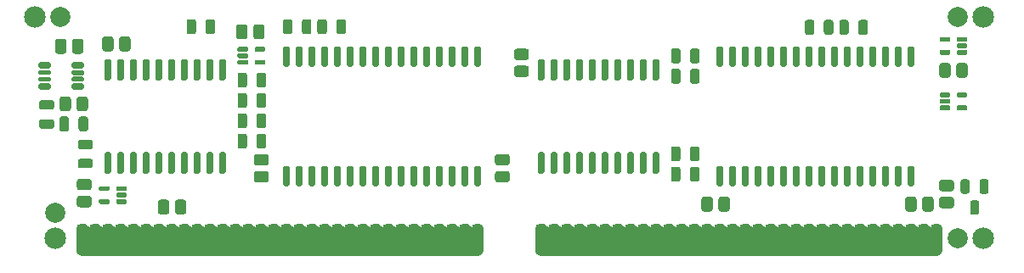
<source format=gts>
G04 #@! TF.GenerationSoftware,KiCad,Pcbnew,(5.1.10-1-10_14)*
G04 #@! TF.CreationDate,2021-06-21T01:32:00-04:00*
G04 #@! TF.ProjectId,MacIIfxRAMSIMM,4d616349-4966-4785-9241-4d53494d4d2e,rev?*
G04 #@! TF.SameCoordinates,Original*
G04 #@! TF.FileFunction,Soldermask,Top*
G04 #@! TF.FilePolarity,Negative*
%FSLAX46Y46*%
G04 Gerber Fmt 4.6, Leading zero omitted, Abs format (unit mm)*
G04 Created by KiCad (PCBNEW (5.1.10-1-10_14)) date 2021-06-21 01:32:00*
%MOMM*%
%LPD*%
G01*
G04 APERTURE LIST*
%ADD10C,0.175000*%
%ADD11C,2.150000*%
%ADD12C,2.000000*%
%ADD13C,0.100000*%
G04 APERTURE END LIST*
D10*
G36*
X163195000Y-127635000D02*
G01*
X123825000Y-127635000D01*
X123317000Y-125031500D01*
X163703000Y-125031500D01*
X163195000Y-127635000D01*
G37*
X163195000Y-127635000D02*
X123825000Y-127635000D01*
X123317000Y-125031500D01*
X163703000Y-125031500D01*
X163195000Y-127635000D01*
G36*
X117475000Y-127635000D02*
G01*
X78105000Y-127635000D01*
X77597000Y-125031500D01*
X117983000Y-125031500D01*
X117475000Y-127635000D01*
G37*
X117475000Y-127635000D02*
X78105000Y-127635000D01*
X77597000Y-125031500D01*
X117983000Y-125031500D01*
X117475000Y-127635000D01*
G36*
X163195000Y-127635000D02*
G01*
X123825000Y-127635000D01*
X123317000Y-125031500D01*
X163703000Y-125031500D01*
X163195000Y-127635000D01*
G37*
X163195000Y-127635000D02*
X123825000Y-127635000D01*
X123317000Y-125031500D01*
X163703000Y-125031500D01*
X163195000Y-127635000D01*
G36*
X117475000Y-127635000D02*
G01*
X78105000Y-127635000D01*
X77597000Y-125031500D01*
X117983000Y-125031500D01*
X117475000Y-127635000D01*
G37*
X117475000Y-127635000D02*
X78105000Y-127635000D01*
X77597000Y-125031500D01*
X117983000Y-125031500D01*
X117475000Y-127635000D01*
G36*
G01*
X141780000Y-108825500D02*
X141430000Y-108825500D01*
G75*
G02*
X141255000Y-108650500I0J175000D01*
G01*
X141255000Y-106995500D01*
G75*
G02*
X141430000Y-106820500I175000J0D01*
G01*
X141780000Y-106820500D01*
G75*
G02*
X141955000Y-106995500I0J-175000D01*
G01*
X141955000Y-108650500D01*
G75*
G02*
X141780000Y-108825500I-175000J0D01*
G01*
G37*
G36*
G01*
X143050000Y-108825500D02*
X142700000Y-108825500D01*
G75*
G02*
X142525000Y-108650500I0J175000D01*
G01*
X142525000Y-106995500D01*
G75*
G02*
X142700000Y-106820500I175000J0D01*
G01*
X143050000Y-106820500D01*
G75*
G02*
X143225000Y-106995500I0J-175000D01*
G01*
X143225000Y-108650500D01*
G75*
G02*
X143050000Y-108825500I-175000J0D01*
G01*
G37*
G36*
G01*
X144320000Y-108825500D02*
X143970000Y-108825500D01*
G75*
G02*
X143795000Y-108650500I0J175000D01*
G01*
X143795000Y-106995500D01*
G75*
G02*
X143970000Y-106820500I175000J0D01*
G01*
X144320000Y-106820500D01*
G75*
G02*
X144495000Y-106995500I0J-175000D01*
G01*
X144495000Y-108650500D01*
G75*
G02*
X144320000Y-108825500I-175000J0D01*
G01*
G37*
G36*
G01*
X145590000Y-108825500D02*
X145240000Y-108825500D01*
G75*
G02*
X145065000Y-108650500I0J175000D01*
G01*
X145065000Y-106995500D01*
G75*
G02*
X145240000Y-106820500I175000J0D01*
G01*
X145590000Y-106820500D01*
G75*
G02*
X145765000Y-106995500I0J-175000D01*
G01*
X145765000Y-108650500D01*
G75*
G02*
X145590000Y-108825500I-175000J0D01*
G01*
G37*
G36*
G01*
X146860000Y-108825500D02*
X146510000Y-108825500D01*
G75*
G02*
X146335000Y-108650500I0J175000D01*
G01*
X146335000Y-106995500D01*
G75*
G02*
X146510000Y-106820500I175000J0D01*
G01*
X146860000Y-106820500D01*
G75*
G02*
X147035000Y-106995500I0J-175000D01*
G01*
X147035000Y-108650500D01*
G75*
G02*
X146860000Y-108825500I-175000J0D01*
G01*
G37*
G36*
G01*
X148130000Y-108825500D02*
X147780000Y-108825500D01*
G75*
G02*
X147605000Y-108650500I0J175000D01*
G01*
X147605000Y-106995500D01*
G75*
G02*
X147780000Y-106820500I175000J0D01*
G01*
X148130000Y-106820500D01*
G75*
G02*
X148305000Y-106995500I0J-175000D01*
G01*
X148305000Y-108650500D01*
G75*
G02*
X148130000Y-108825500I-175000J0D01*
G01*
G37*
G36*
G01*
X149400000Y-108825500D02*
X149050000Y-108825500D01*
G75*
G02*
X148875000Y-108650500I0J175000D01*
G01*
X148875000Y-106995500D01*
G75*
G02*
X149050000Y-106820500I175000J0D01*
G01*
X149400000Y-106820500D01*
G75*
G02*
X149575000Y-106995500I0J-175000D01*
G01*
X149575000Y-108650500D01*
G75*
G02*
X149400000Y-108825500I-175000J0D01*
G01*
G37*
G36*
G01*
X150670000Y-108825500D02*
X150320000Y-108825500D01*
G75*
G02*
X150145000Y-108650500I0J175000D01*
G01*
X150145000Y-106995500D01*
G75*
G02*
X150320000Y-106820500I175000J0D01*
G01*
X150670000Y-106820500D01*
G75*
G02*
X150845000Y-106995500I0J-175000D01*
G01*
X150845000Y-108650500D01*
G75*
G02*
X150670000Y-108825500I-175000J0D01*
G01*
G37*
G36*
G01*
X151940000Y-108825500D02*
X151590000Y-108825500D01*
G75*
G02*
X151415000Y-108650500I0J175000D01*
G01*
X151415000Y-106995500D01*
G75*
G02*
X151590000Y-106820500I175000J0D01*
G01*
X151940000Y-106820500D01*
G75*
G02*
X152115000Y-106995500I0J-175000D01*
G01*
X152115000Y-108650500D01*
G75*
G02*
X151940000Y-108825500I-175000J0D01*
G01*
G37*
G36*
G01*
X153210000Y-108825500D02*
X152860000Y-108825500D01*
G75*
G02*
X152685000Y-108650500I0J175000D01*
G01*
X152685000Y-106995500D01*
G75*
G02*
X152860000Y-106820500I175000J0D01*
G01*
X153210000Y-106820500D01*
G75*
G02*
X153385000Y-106995500I0J-175000D01*
G01*
X153385000Y-108650500D01*
G75*
G02*
X153210000Y-108825500I-175000J0D01*
G01*
G37*
G36*
G01*
X154480000Y-108825500D02*
X154130000Y-108825500D01*
G75*
G02*
X153955000Y-108650500I0J175000D01*
G01*
X153955000Y-106995500D01*
G75*
G02*
X154130000Y-106820500I175000J0D01*
G01*
X154480000Y-106820500D01*
G75*
G02*
X154655000Y-106995500I0J-175000D01*
G01*
X154655000Y-108650500D01*
G75*
G02*
X154480000Y-108825500I-175000J0D01*
G01*
G37*
G36*
G01*
X155750000Y-108825500D02*
X155400000Y-108825500D01*
G75*
G02*
X155225000Y-108650500I0J175000D01*
G01*
X155225000Y-106995500D01*
G75*
G02*
X155400000Y-106820500I175000J0D01*
G01*
X155750000Y-106820500D01*
G75*
G02*
X155925000Y-106995500I0J-175000D01*
G01*
X155925000Y-108650500D01*
G75*
G02*
X155750000Y-108825500I-175000J0D01*
G01*
G37*
G36*
G01*
X157020000Y-108825500D02*
X156670000Y-108825500D01*
G75*
G02*
X156495000Y-108650500I0J175000D01*
G01*
X156495000Y-106995500D01*
G75*
G02*
X156670000Y-106820500I175000J0D01*
G01*
X157020000Y-106820500D01*
G75*
G02*
X157195000Y-106995500I0J-175000D01*
G01*
X157195000Y-108650500D01*
G75*
G02*
X157020000Y-108825500I-175000J0D01*
G01*
G37*
G36*
G01*
X158290000Y-108825500D02*
X157940000Y-108825500D01*
G75*
G02*
X157765000Y-108650500I0J175000D01*
G01*
X157765000Y-106995500D01*
G75*
G02*
X157940000Y-106820500I175000J0D01*
G01*
X158290000Y-106820500D01*
G75*
G02*
X158465000Y-106995500I0J-175000D01*
G01*
X158465000Y-108650500D01*
G75*
G02*
X158290000Y-108825500I-175000J0D01*
G01*
G37*
G36*
G01*
X159560000Y-108825500D02*
X159210000Y-108825500D01*
G75*
G02*
X159035000Y-108650500I0J175000D01*
G01*
X159035000Y-106995500D01*
G75*
G02*
X159210000Y-106820500I175000J0D01*
G01*
X159560000Y-106820500D01*
G75*
G02*
X159735000Y-106995500I0J-175000D01*
G01*
X159735000Y-108650500D01*
G75*
G02*
X159560000Y-108825500I-175000J0D01*
G01*
G37*
G36*
G01*
X160830000Y-108825500D02*
X160480000Y-108825500D01*
G75*
G02*
X160305000Y-108650500I0J175000D01*
G01*
X160305000Y-106995500D01*
G75*
G02*
X160480000Y-106820500I175000J0D01*
G01*
X160830000Y-106820500D01*
G75*
G02*
X161005000Y-106995500I0J-175000D01*
G01*
X161005000Y-108650500D01*
G75*
G02*
X160830000Y-108825500I-175000J0D01*
G01*
G37*
G36*
G01*
X160830000Y-120763500D02*
X160480000Y-120763500D01*
G75*
G02*
X160305000Y-120588500I0J175000D01*
G01*
X160305000Y-118933500D01*
G75*
G02*
X160480000Y-118758500I175000J0D01*
G01*
X160830000Y-118758500D01*
G75*
G02*
X161005000Y-118933500I0J-175000D01*
G01*
X161005000Y-120588500D01*
G75*
G02*
X160830000Y-120763500I-175000J0D01*
G01*
G37*
G36*
G01*
X159560000Y-120763500D02*
X159210000Y-120763500D01*
G75*
G02*
X159035000Y-120588500I0J175000D01*
G01*
X159035000Y-118933500D01*
G75*
G02*
X159210000Y-118758500I175000J0D01*
G01*
X159560000Y-118758500D01*
G75*
G02*
X159735000Y-118933500I0J-175000D01*
G01*
X159735000Y-120588500D01*
G75*
G02*
X159560000Y-120763500I-175000J0D01*
G01*
G37*
G36*
G01*
X158290000Y-120763500D02*
X157940000Y-120763500D01*
G75*
G02*
X157765000Y-120588500I0J175000D01*
G01*
X157765000Y-118933500D01*
G75*
G02*
X157940000Y-118758500I175000J0D01*
G01*
X158290000Y-118758500D01*
G75*
G02*
X158465000Y-118933500I0J-175000D01*
G01*
X158465000Y-120588500D01*
G75*
G02*
X158290000Y-120763500I-175000J0D01*
G01*
G37*
G36*
G01*
X157020000Y-120763500D02*
X156670000Y-120763500D01*
G75*
G02*
X156495000Y-120588500I0J175000D01*
G01*
X156495000Y-118933500D01*
G75*
G02*
X156670000Y-118758500I175000J0D01*
G01*
X157020000Y-118758500D01*
G75*
G02*
X157195000Y-118933500I0J-175000D01*
G01*
X157195000Y-120588500D01*
G75*
G02*
X157020000Y-120763500I-175000J0D01*
G01*
G37*
G36*
G01*
X155750000Y-120763500D02*
X155400000Y-120763500D01*
G75*
G02*
X155225000Y-120588500I0J175000D01*
G01*
X155225000Y-118933500D01*
G75*
G02*
X155400000Y-118758500I175000J0D01*
G01*
X155750000Y-118758500D01*
G75*
G02*
X155925000Y-118933500I0J-175000D01*
G01*
X155925000Y-120588500D01*
G75*
G02*
X155750000Y-120763500I-175000J0D01*
G01*
G37*
G36*
G01*
X154480000Y-120763500D02*
X154130000Y-120763500D01*
G75*
G02*
X153955000Y-120588500I0J175000D01*
G01*
X153955000Y-118933500D01*
G75*
G02*
X154130000Y-118758500I175000J0D01*
G01*
X154480000Y-118758500D01*
G75*
G02*
X154655000Y-118933500I0J-175000D01*
G01*
X154655000Y-120588500D01*
G75*
G02*
X154480000Y-120763500I-175000J0D01*
G01*
G37*
G36*
G01*
X153210000Y-120763500D02*
X152860000Y-120763500D01*
G75*
G02*
X152685000Y-120588500I0J175000D01*
G01*
X152685000Y-118933500D01*
G75*
G02*
X152860000Y-118758500I175000J0D01*
G01*
X153210000Y-118758500D01*
G75*
G02*
X153385000Y-118933500I0J-175000D01*
G01*
X153385000Y-120588500D01*
G75*
G02*
X153210000Y-120763500I-175000J0D01*
G01*
G37*
G36*
G01*
X151940000Y-120763500D02*
X151590000Y-120763500D01*
G75*
G02*
X151415000Y-120588500I0J175000D01*
G01*
X151415000Y-118933500D01*
G75*
G02*
X151590000Y-118758500I175000J0D01*
G01*
X151940000Y-118758500D01*
G75*
G02*
X152115000Y-118933500I0J-175000D01*
G01*
X152115000Y-120588500D01*
G75*
G02*
X151940000Y-120763500I-175000J0D01*
G01*
G37*
G36*
G01*
X150670000Y-120763500D02*
X150320000Y-120763500D01*
G75*
G02*
X150145000Y-120588500I0J175000D01*
G01*
X150145000Y-118933500D01*
G75*
G02*
X150320000Y-118758500I175000J0D01*
G01*
X150670000Y-118758500D01*
G75*
G02*
X150845000Y-118933500I0J-175000D01*
G01*
X150845000Y-120588500D01*
G75*
G02*
X150670000Y-120763500I-175000J0D01*
G01*
G37*
G36*
G01*
X149400000Y-120763500D02*
X149050000Y-120763500D01*
G75*
G02*
X148875000Y-120588500I0J175000D01*
G01*
X148875000Y-118933500D01*
G75*
G02*
X149050000Y-118758500I175000J0D01*
G01*
X149400000Y-118758500D01*
G75*
G02*
X149575000Y-118933500I0J-175000D01*
G01*
X149575000Y-120588500D01*
G75*
G02*
X149400000Y-120763500I-175000J0D01*
G01*
G37*
G36*
G01*
X148130000Y-120763500D02*
X147780000Y-120763500D01*
G75*
G02*
X147605000Y-120588500I0J175000D01*
G01*
X147605000Y-118933500D01*
G75*
G02*
X147780000Y-118758500I175000J0D01*
G01*
X148130000Y-118758500D01*
G75*
G02*
X148305000Y-118933500I0J-175000D01*
G01*
X148305000Y-120588500D01*
G75*
G02*
X148130000Y-120763500I-175000J0D01*
G01*
G37*
G36*
G01*
X146860000Y-120763500D02*
X146510000Y-120763500D01*
G75*
G02*
X146335000Y-120588500I0J175000D01*
G01*
X146335000Y-118933500D01*
G75*
G02*
X146510000Y-118758500I175000J0D01*
G01*
X146860000Y-118758500D01*
G75*
G02*
X147035000Y-118933500I0J-175000D01*
G01*
X147035000Y-120588500D01*
G75*
G02*
X146860000Y-120763500I-175000J0D01*
G01*
G37*
G36*
G01*
X145590000Y-120763500D02*
X145240000Y-120763500D01*
G75*
G02*
X145065000Y-120588500I0J175000D01*
G01*
X145065000Y-118933500D01*
G75*
G02*
X145240000Y-118758500I175000J0D01*
G01*
X145590000Y-118758500D01*
G75*
G02*
X145765000Y-118933500I0J-175000D01*
G01*
X145765000Y-120588500D01*
G75*
G02*
X145590000Y-120763500I-175000J0D01*
G01*
G37*
G36*
G01*
X144320000Y-120763500D02*
X143970000Y-120763500D01*
G75*
G02*
X143795000Y-120588500I0J175000D01*
G01*
X143795000Y-118933500D01*
G75*
G02*
X143970000Y-118758500I175000J0D01*
G01*
X144320000Y-118758500D01*
G75*
G02*
X144495000Y-118933500I0J-175000D01*
G01*
X144495000Y-120588500D01*
G75*
G02*
X144320000Y-120763500I-175000J0D01*
G01*
G37*
G36*
G01*
X143050000Y-120763500D02*
X142700000Y-120763500D01*
G75*
G02*
X142525000Y-120588500I0J175000D01*
G01*
X142525000Y-118933500D01*
G75*
G02*
X142700000Y-118758500I175000J0D01*
G01*
X143050000Y-118758500D01*
G75*
G02*
X143225000Y-118933500I0J-175000D01*
G01*
X143225000Y-120588500D01*
G75*
G02*
X143050000Y-120763500I-175000J0D01*
G01*
G37*
G36*
G01*
X141780000Y-120763500D02*
X141430000Y-120763500D01*
G75*
G02*
X141255000Y-120588500I0J175000D01*
G01*
X141255000Y-118933500D01*
G75*
G02*
X141430000Y-118758500I175000J0D01*
G01*
X141780000Y-118758500D01*
G75*
G02*
X141955000Y-118933500I0J-175000D01*
G01*
X141955000Y-120588500D01*
G75*
G02*
X141780000Y-120763500I-175000J0D01*
G01*
G37*
G36*
G01*
X98600000Y-108825500D02*
X98250000Y-108825500D01*
G75*
G02*
X98075000Y-108650500I0J175000D01*
G01*
X98075000Y-106995500D01*
G75*
G02*
X98250000Y-106820500I175000J0D01*
G01*
X98600000Y-106820500D01*
G75*
G02*
X98775000Y-106995500I0J-175000D01*
G01*
X98775000Y-108650500D01*
G75*
G02*
X98600000Y-108825500I-175000J0D01*
G01*
G37*
G36*
G01*
X99870000Y-108825500D02*
X99520000Y-108825500D01*
G75*
G02*
X99345000Y-108650500I0J175000D01*
G01*
X99345000Y-106995500D01*
G75*
G02*
X99520000Y-106820500I175000J0D01*
G01*
X99870000Y-106820500D01*
G75*
G02*
X100045000Y-106995500I0J-175000D01*
G01*
X100045000Y-108650500D01*
G75*
G02*
X99870000Y-108825500I-175000J0D01*
G01*
G37*
G36*
G01*
X101140000Y-108825500D02*
X100790000Y-108825500D01*
G75*
G02*
X100615000Y-108650500I0J175000D01*
G01*
X100615000Y-106995500D01*
G75*
G02*
X100790000Y-106820500I175000J0D01*
G01*
X101140000Y-106820500D01*
G75*
G02*
X101315000Y-106995500I0J-175000D01*
G01*
X101315000Y-108650500D01*
G75*
G02*
X101140000Y-108825500I-175000J0D01*
G01*
G37*
G36*
G01*
X102410000Y-108825500D02*
X102060000Y-108825500D01*
G75*
G02*
X101885000Y-108650500I0J175000D01*
G01*
X101885000Y-106995500D01*
G75*
G02*
X102060000Y-106820500I175000J0D01*
G01*
X102410000Y-106820500D01*
G75*
G02*
X102585000Y-106995500I0J-175000D01*
G01*
X102585000Y-108650500D01*
G75*
G02*
X102410000Y-108825500I-175000J0D01*
G01*
G37*
G36*
G01*
X103680000Y-108825500D02*
X103330000Y-108825500D01*
G75*
G02*
X103155000Y-108650500I0J175000D01*
G01*
X103155000Y-106995500D01*
G75*
G02*
X103330000Y-106820500I175000J0D01*
G01*
X103680000Y-106820500D01*
G75*
G02*
X103855000Y-106995500I0J-175000D01*
G01*
X103855000Y-108650500D01*
G75*
G02*
X103680000Y-108825500I-175000J0D01*
G01*
G37*
G36*
G01*
X104950000Y-108825500D02*
X104600000Y-108825500D01*
G75*
G02*
X104425000Y-108650500I0J175000D01*
G01*
X104425000Y-106995500D01*
G75*
G02*
X104600000Y-106820500I175000J0D01*
G01*
X104950000Y-106820500D01*
G75*
G02*
X105125000Y-106995500I0J-175000D01*
G01*
X105125000Y-108650500D01*
G75*
G02*
X104950000Y-108825500I-175000J0D01*
G01*
G37*
G36*
G01*
X106220000Y-108825500D02*
X105870000Y-108825500D01*
G75*
G02*
X105695000Y-108650500I0J175000D01*
G01*
X105695000Y-106995500D01*
G75*
G02*
X105870000Y-106820500I175000J0D01*
G01*
X106220000Y-106820500D01*
G75*
G02*
X106395000Y-106995500I0J-175000D01*
G01*
X106395000Y-108650500D01*
G75*
G02*
X106220000Y-108825500I-175000J0D01*
G01*
G37*
G36*
G01*
X107490000Y-108825500D02*
X107140000Y-108825500D01*
G75*
G02*
X106965000Y-108650500I0J175000D01*
G01*
X106965000Y-106995500D01*
G75*
G02*
X107140000Y-106820500I175000J0D01*
G01*
X107490000Y-106820500D01*
G75*
G02*
X107665000Y-106995500I0J-175000D01*
G01*
X107665000Y-108650500D01*
G75*
G02*
X107490000Y-108825500I-175000J0D01*
G01*
G37*
G36*
G01*
X108760000Y-108825500D02*
X108410000Y-108825500D01*
G75*
G02*
X108235000Y-108650500I0J175000D01*
G01*
X108235000Y-106995500D01*
G75*
G02*
X108410000Y-106820500I175000J0D01*
G01*
X108760000Y-106820500D01*
G75*
G02*
X108935000Y-106995500I0J-175000D01*
G01*
X108935000Y-108650500D01*
G75*
G02*
X108760000Y-108825500I-175000J0D01*
G01*
G37*
G36*
G01*
X110030000Y-108825500D02*
X109680000Y-108825500D01*
G75*
G02*
X109505000Y-108650500I0J175000D01*
G01*
X109505000Y-106995500D01*
G75*
G02*
X109680000Y-106820500I175000J0D01*
G01*
X110030000Y-106820500D01*
G75*
G02*
X110205000Y-106995500I0J-175000D01*
G01*
X110205000Y-108650500D01*
G75*
G02*
X110030000Y-108825500I-175000J0D01*
G01*
G37*
G36*
G01*
X111300000Y-108825500D02*
X110950000Y-108825500D01*
G75*
G02*
X110775000Y-108650500I0J175000D01*
G01*
X110775000Y-106995500D01*
G75*
G02*
X110950000Y-106820500I175000J0D01*
G01*
X111300000Y-106820500D01*
G75*
G02*
X111475000Y-106995500I0J-175000D01*
G01*
X111475000Y-108650500D01*
G75*
G02*
X111300000Y-108825500I-175000J0D01*
G01*
G37*
G36*
G01*
X112570000Y-108825500D02*
X112220000Y-108825500D01*
G75*
G02*
X112045000Y-108650500I0J175000D01*
G01*
X112045000Y-106995500D01*
G75*
G02*
X112220000Y-106820500I175000J0D01*
G01*
X112570000Y-106820500D01*
G75*
G02*
X112745000Y-106995500I0J-175000D01*
G01*
X112745000Y-108650500D01*
G75*
G02*
X112570000Y-108825500I-175000J0D01*
G01*
G37*
G36*
G01*
X113840000Y-108825500D02*
X113490000Y-108825500D01*
G75*
G02*
X113315000Y-108650500I0J175000D01*
G01*
X113315000Y-106995500D01*
G75*
G02*
X113490000Y-106820500I175000J0D01*
G01*
X113840000Y-106820500D01*
G75*
G02*
X114015000Y-106995500I0J-175000D01*
G01*
X114015000Y-108650500D01*
G75*
G02*
X113840000Y-108825500I-175000J0D01*
G01*
G37*
G36*
G01*
X115110000Y-108825500D02*
X114760000Y-108825500D01*
G75*
G02*
X114585000Y-108650500I0J175000D01*
G01*
X114585000Y-106995500D01*
G75*
G02*
X114760000Y-106820500I175000J0D01*
G01*
X115110000Y-106820500D01*
G75*
G02*
X115285000Y-106995500I0J-175000D01*
G01*
X115285000Y-108650500D01*
G75*
G02*
X115110000Y-108825500I-175000J0D01*
G01*
G37*
G36*
G01*
X116380000Y-108825500D02*
X116030000Y-108825500D01*
G75*
G02*
X115855000Y-108650500I0J175000D01*
G01*
X115855000Y-106995500D01*
G75*
G02*
X116030000Y-106820500I175000J0D01*
G01*
X116380000Y-106820500D01*
G75*
G02*
X116555000Y-106995500I0J-175000D01*
G01*
X116555000Y-108650500D01*
G75*
G02*
X116380000Y-108825500I-175000J0D01*
G01*
G37*
G36*
G01*
X117650000Y-108825500D02*
X117300000Y-108825500D01*
G75*
G02*
X117125000Y-108650500I0J175000D01*
G01*
X117125000Y-106995500D01*
G75*
G02*
X117300000Y-106820500I175000J0D01*
G01*
X117650000Y-106820500D01*
G75*
G02*
X117825000Y-106995500I0J-175000D01*
G01*
X117825000Y-108650500D01*
G75*
G02*
X117650000Y-108825500I-175000J0D01*
G01*
G37*
G36*
G01*
X117650000Y-120763500D02*
X117300000Y-120763500D01*
G75*
G02*
X117125000Y-120588500I0J175000D01*
G01*
X117125000Y-118933500D01*
G75*
G02*
X117300000Y-118758500I175000J0D01*
G01*
X117650000Y-118758500D01*
G75*
G02*
X117825000Y-118933500I0J-175000D01*
G01*
X117825000Y-120588500D01*
G75*
G02*
X117650000Y-120763500I-175000J0D01*
G01*
G37*
G36*
G01*
X116380000Y-120763500D02*
X116030000Y-120763500D01*
G75*
G02*
X115855000Y-120588500I0J175000D01*
G01*
X115855000Y-118933500D01*
G75*
G02*
X116030000Y-118758500I175000J0D01*
G01*
X116380000Y-118758500D01*
G75*
G02*
X116555000Y-118933500I0J-175000D01*
G01*
X116555000Y-120588500D01*
G75*
G02*
X116380000Y-120763500I-175000J0D01*
G01*
G37*
G36*
G01*
X115110000Y-120763500D02*
X114760000Y-120763500D01*
G75*
G02*
X114585000Y-120588500I0J175000D01*
G01*
X114585000Y-118933500D01*
G75*
G02*
X114760000Y-118758500I175000J0D01*
G01*
X115110000Y-118758500D01*
G75*
G02*
X115285000Y-118933500I0J-175000D01*
G01*
X115285000Y-120588500D01*
G75*
G02*
X115110000Y-120763500I-175000J0D01*
G01*
G37*
G36*
G01*
X113840000Y-120763500D02*
X113490000Y-120763500D01*
G75*
G02*
X113315000Y-120588500I0J175000D01*
G01*
X113315000Y-118933500D01*
G75*
G02*
X113490000Y-118758500I175000J0D01*
G01*
X113840000Y-118758500D01*
G75*
G02*
X114015000Y-118933500I0J-175000D01*
G01*
X114015000Y-120588500D01*
G75*
G02*
X113840000Y-120763500I-175000J0D01*
G01*
G37*
G36*
G01*
X112570000Y-120763500D02*
X112220000Y-120763500D01*
G75*
G02*
X112045000Y-120588500I0J175000D01*
G01*
X112045000Y-118933500D01*
G75*
G02*
X112220000Y-118758500I175000J0D01*
G01*
X112570000Y-118758500D01*
G75*
G02*
X112745000Y-118933500I0J-175000D01*
G01*
X112745000Y-120588500D01*
G75*
G02*
X112570000Y-120763500I-175000J0D01*
G01*
G37*
G36*
G01*
X111300000Y-120763500D02*
X110950000Y-120763500D01*
G75*
G02*
X110775000Y-120588500I0J175000D01*
G01*
X110775000Y-118933500D01*
G75*
G02*
X110950000Y-118758500I175000J0D01*
G01*
X111300000Y-118758500D01*
G75*
G02*
X111475000Y-118933500I0J-175000D01*
G01*
X111475000Y-120588500D01*
G75*
G02*
X111300000Y-120763500I-175000J0D01*
G01*
G37*
G36*
G01*
X110030000Y-120763500D02*
X109680000Y-120763500D01*
G75*
G02*
X109505000Y-120588500I0J175000D01*
G01*
X109505000Y-118933500D01*
G75*
G02*
X109680000Y-118758500I175000J0D01*
G01*
X110030000Y-118758500D01*
G75*
G02*
X110205000Y-118933500I0J-175000D01*
G01*
X110205000Y-120588500D01*
G75*
G02*
X110030000Y-120763500I-175000J0D01*
G01*
G37*
G36*
G01*
X108760000Y-120763500D02*
X108410000Y-120763500D01*
G75*
G02*
X108235000Y-120588500I0J175000D01*
G01*
X108235000Y-118933500D01*
G75*
G02*
X108410000Y-118758500I175000J0D01*
G01*
X108760000Y-118758500D01*
G75*
G02*
X108935000Y-118933500I0J-175000D01*
G01*
X108935000Y-120588500D01*
G75*
G02*
X108760000Y-120763500I-175000J0D01*
G01*
G37*
G36*
G01*
X107490000Y-120763500D02*
X107140000Y-120763500D01*
G75*
G02*
X106965000Y-120588500I0J175000D01*
G01*
X106965000Y-118933500D01*
G75*
G02*
X107140000Y-118758500I175000J0D01*
G01*
X107490000Y-118758500D01*
G75*
G02*
X107665000Y-118933500I0J-175000D01*
G01*
X107665000Y-120588500D01*
G75*
G02*
X107490000Y-120763500I-175000J0D01*
G01*
G37*
G36*
G01*
X106220000Y-120763500D02*
X105870000Y-120763500D01*
G75*
G02*
X105695000Y-120588500I0J175000D01*
G01*
X105695000Y-118933500D01*
G75*
G02*
X105870000Y-118758500I175000J0D01*
G01*
X106220000Y-118758500D01*
G75*
G02*
X106395000Y-118933500I0J-175000D01*
G01*
X106395000Y-120588500D01*
G75*
G02*
X106220000Y-120763500I-175000J0D01*
G01*
G37*
G36*
G01*
X104950000Y-120763500D02*
X104600000Y-120763500D01*
G75*
G02*
X104425000Y-120588500I0J175000D01*
G01*
X104425000Y-118933500D01*
G75*
G02*
X104600000Y-118758500I175000J0D01*
G01*
X104950000Y-118758500D01*
G75*
G02*
X105125000Y-118933500I0J-175000D01*
G01*
X105125000Y-120588500D01*
G75*
G02*
X104950000Y-120763500I-175000J0D01*
G01*
G37*
G36*
G01*
X103680000Y-120763500D02*
X103330000Y-120763500D01*
G75*
G02*
X103155000Y-120588500I0J175000D01*
G01*
X103155000Y-118933500D01*
G75*
G02*
X103330000Y-118758500I175000J0D01*
G01*
X103680000Y-118758500D01*
G75*
G02*
X103855000Y-118933500I0J-175000D01*
G01*
X103855000Y-120588500D01*
G75*
G02*
X103680000Y-120763500I-175000J0D01*
G01*
G37*
G36*
G01*
X102410000Y-120763500D02*
X102060000Y-120763500D01*
G75*
G02*
X101885000Y-120588500I0J175000D01*
G01*
X101885000Y-118933500D01*
G75*
G02*
X102060000Y-118758500I175000J0D01*
G01*
X102410000Y-118758500D01*
G75*
G02*
X102585000Y-118933500I0J-175000D01*
G01*
X102585000Y-120588500D01*
G75*
G02*
X102410000Y-120763500I-175000J0D01*
G01*
G37*
G36*
G01*
X101140000Y-120763500D02*
X100790000Y-120763500D01*
G75*
G02*
X100615000Y-120588500I0J175000D01*
G01*
X100615000Y-118933500D01*
G75*
G02*
X100790000Y-118758500I175000J0D01*
G01*
X101140000Y-118758500D01*
G75*
G02*
X101315000Y-118933500I0J-175000D01*
G01*
X101315000Y-120588500D01*
G75*
G02*
X101140000Y-120763500I-175000J0D01*
G01*
G37*
G36*
G01*
X99870000Y-120763500D02*
X99520000Y-120763500D01*
G75*
G02*
X99345000Y-120588500I0J175000D01*
G01*
X99345000Y-118933500D01*
G75*
G02*
X99520000Y-118758500I175000J0D01*
G01*
X99870000Y-118758500D01*
G75*
G02*
X100045000Y-118933500I0J-175000D01*
G01*
X100045000Y-120588500D01*
G75*
G02*
X99870000Y-120763500I-175000J0D01*
G01*
G37*
G36*
G01*
X98600000Y-120763500D02*
X98250000Y-120763500D01*
G75*
G02*
X98075000Y-120588500I0J175000D01*
G01*
X98075000Y-118933500D01*
G75*
G02*
X98250000Y-118758500I175000J0D01*
G01*
X98600000Y-118758500D01*
G75*
G02*
X98775000Y-118933500I0J-175000D01*
G01*
X98775000Y-120588500D01*
G75*
G02*
X98600000Y-120763500I-175000J0D01*
G01*
G37*
G36*
G01*
X155415000Y-105414500D02*
X155415000Y-104389500D01*
G75*
G02*
X155652500Y-104152000I237500J0D01*
G01*
X156127500Y-104152000D01*
G75*
G02*
X156365000Y-104389500I0J-237500D01*
G01*
X156365000Y-105414500D01*
G75*
G02*
X156127500Y-105652000I-237500J0D01*
G01*
X155652500Y-105652000D01*
G75*
G02*
X155415000Y-105414500I0J237500D01*
G01*
G37*
G36*
G01*
X153515000Y-105414500D02*
X153515000Y-104389500D01*
G75*
G02*
X153752500Y-104152000I237500J0D01*
G01*
X154227500Y-104152000D01*
G75*
G02*
X154465000Y-104389500I0J-237500D01*
G01*
X154465000Y-105414500D01*
G75*
G02*
X154227500Y-105652000I-237500J0D01*
G01*
X153752500Y-105652000D01*
G75*
G02*
X153515000Y-105414500I0J237500D01*
G01*
G37*
G36*
G01*
X91341000Y-104326000D02*
X91341000Y-105351000D01*
G75*
G02*
X91103500Y-105588500I-237500J0D01*
G01*
X90628500Y-105588500D01*
G75*
G02*
X90391000Y-105351000I0J237500D01*
G01*
X90391000Y-104326000D01*
G75*
G02*
X90628500Y-104088500I237500J0D01*
G01*
X91103500Y-104088500D01*
G75*
G02*
X91341000Y-104326000I0J-237500D01*
G01*
G37*
G36*
G01*
X89441000Y-104326000D02*
X89441000Y-105351000D01*
G75*
G02*
X89203500Y-105588500I-237500J0D01*
G01*
X88728500Y-105588500D01*
G75*
G02*
X88491000Y-105351000I0J237500D01*
G01*
X88491000Y-104326000D01*
G75*
G02*
X88728500Y-104088500I237500J0D01*
G01*
X89203500Y-104088500D01*
G75*
G02*
X89441000Y-104326000I0J-237500D01*
G01*
G37*
G36*
G01*
X96275000Y-104887500D02*
X96275000Y-105812500D01*
G75*
G02*
X95987500Y-106100000I-287500J0D01*
G01*
X95412500Y-106100000D01*
G75*
G02*
X95125000Y-105812500I0J287500D01*
G01*
X95125000Y-104887500D01*
G75*
G02*
X95412500Y-104600000I287500J0D01*
G01*
X95987500Y-104600000D01*
G75*
G02*
X96275000Y-104887500I0J-287500D01*
G01*
G37*
G36*
G01*
X94575000Y-104887500D02*
X94575000Y-105812500D01*
G75*
G02*
X94287500Y-106100000I-287500J0D01*
G01*
X93712500Y-106100000D01*
G75*
G02*
X93425000Y-105812500I0J287500D01*
G01*
X93425000Y-104887500D01*
G75*
G02*
X93712500Y-104600000I287500J0D01*
G01*
X94287500Y-104600000D01*
G75*
G02*
X94575000Y-104887500I0J-287500D01*
G01*
G37*
G36*
G01*
X99979500Y-105351000D02*
X99979500Y-104326000D01*
G75*
G02*
X100217000Y-104088500I237500J0D01*
G01*
X100692000Y-104088500D01*
G75*
G02*
X100929500Y-104326000I0J-237500D01*
G01*
X100929500Y-105351000D01*
G75*
G02*
X100692000Y-105588500I-237500J0D01*
G01*
X100217000Y-105588500D01*
G75*
G02*
X99979500Y-105351000I0J237500D01*
G01*
G37*
G36*
G01*
X98079500Y-105351000D02*
X98079500Y-104326000D01*
G75*
G02*
X98317000Y-104088500I237500J0D01*
G01*
X98792000Y-104088500D01*
G75*
G02*
X99029500Y-104326000I0J-237500D01*
G01*
X99029500Y-105351000D01*
G75*
G02*
X98792000Y-105588500I-237500J0D01*
G01*
X98317000Y-105588500D01*
G75*
G02*
X98079500Y-105351000I0J237500D01*
G01*
G37*
G36*
G01*
X104358500Y-104326000D02*
X104358500Y-105351000D01*
G75*
G02*
X104121000Y-105588500I-237500J0D01*
G01*
X103646000Y-105588500D01*
G75*
G02*
X103408500Y-105351000I0J237500D01*
G01*
X103408500Y-104326000D01*
G75*
G02*
X103646000Y-104088500I237500J0D01*
G01*
X104121000Y-104088500D01*
G75*
G02*
X104358500Y-104326000I0J-237500D01*
G01*
G37*
G36*
G01*
X102458500Y-104326000D02*
X102458500Y-105351000D01*
G75*
G02*
X102221000Y-105588500I-237500J0D01*
G01*
X101746000Y-105588500D01*
G75*
G02*
X101508500Y-105351000I0J237500D01*
G01*
X101508500Y-104326000D01*
G75*
G02*
X101746000Y-104088500I237500J0D01*
G01*
X102221000Y-104088500D01*
G75*
G02*
X102458500Y-104326000I0J-237500D01*
G01*
G37*
G36*
G01*
X150086000Y-105414500D02*
X150086000Y-104389500D01*
G75*
G02*
X150323500Y-104152000I237500J0D01*
G01*
X150798500Y-104152000D01*
G75*
G02*
X151036000Y-104389500I0J-237500D01*
G01*
X151036000Y-105414500D01*
G75*
G02*
X150798500Y-105652000I-237500J0D01*
G01*
X150323500Y-105652000D01*
G75*
G02*
X150086000Y-105414500I0J237500D01*
G01*
G37*
G36*
G01*
X151986000Y-105414500D02*
X151986000Y-104389500D01*
G75*
G02*
X152223500Y-104152000I237500J0D01*
G01*
X152698500Y-104152000D01*
G75*
G02*
X152936000Y-104389500I0J-237500D01*
G01*
X152936000Y-105414500D01*
G75*
G02*
X152698500Y-105652000I-237500J0D01*
G01*
X152223500Y-105652000D01*
G75*
G02*
X151986000Y-105414500I0J237500D01*
G01*
G37*
G36*
G01*
X93560000Y-108520000D02*
X93560000Y-108280000D01*
G75*
G02*
X93680000Y-108160000I120000J0D01*
G01*
X94520000Y-108160000D01*
G75*
G02*
X94640000Y-108280000I0J-120000D01*
G01*
X94640000Y-108520000D01*
G75*
G02*
X94520000Y-108640000I-120000J0D01*
G01*
X93680000Y-108640000D01*
G75*
G02*
X93560000Y-108520000I0J120000D01*
G01*
G37*
G36*
G01*
X93560000Y-107220000D02*
X93560000Y-106980000D01*
G75*
G02*
X93680000Y-106860000I120000J0D01*
G01*
X94520000Y-106860000D01*
G75*
G02*
X94640000Y-106980000I0J-120000D01*
G01*
X94640000Y-107220000D01*
G75*
G02*
X94520000Y-107340000I-120000J0D01*
G01*
X93680000Y-107340000D01*
G75*
G02*
X93560000Y-107220000I0J120000D01*
G01*
G37*
G36*
G01*
X93560000Y-107870000D02*
X93560000Y-107630000D01*
G75*
G02*
X93680000Y-107510000I120000J0D01*
G01*
X94520000Y-107510000D01*
G75*
G02*
X94640000Y-107630000I0J-120000D01*
G01*
X94640000Y-107870000D01*
G75*
G02*
X94520000Y-107990000I-120000J0D01*
G01*
X93680000Y-107990000D01*
G75*
G02*
X93560000Y-107870000I0J120000D01*
G01*
G37*
G36*
G01*
X95260000Y-108520000D02*
X95260000Y-108280000D01*
G75*
G02*
X95380000Y-108160000I120000J0D01*
G01*
X96220000Y-108160000D01*
G75*
G02*
X96340000Y-108280000I0J-120000D01*
G01*
X96340000Y-108520000D01*
G75*
G02*
X96220000Y-108640000I-120000J0D01*
G01*
X95380000Y-108640000D01*
G75*
G02*
X95260000Y-108520000I0J120000D01*
G01*
G37*
G36*
G01*
X95260000Y-107220000D02*
X95260000Y-106980000D01*
G75*
G02*
X95380000Y-106860000I120000J0D01*
G01*
X96220000Y-106860000D01*
G75*
G02*
X96340000Y-106980000I0J-120000D01*
G01*
X96340000Y-107220000D01*
G75*
G02*
X96220000Y-107340000I-120000J0D01*
G01*
X95380000Y-107340000D01*
G75*
G02*
X95260000Y-107220000I0J120000D01*
G01*
G37*
D11*
X73406000Y-103886000D03*
G36*
G01*
X78912500Y-118975000D02*
X77887500Y-118975000D01*
G75*
G02*
X77650000Y-118737500I0J237500D01*
G01*
X77650000Y-118262500D01*
G75*
G02*
X77887500Y-118025000I237500J0D01*
G01*
X78912500Y-118025000D01*
G75*
G02*
X79150000Y-118262500I0J-237500D01*
G01*
X79150000Y-118737500D01*
G75*
G02*
X78912500Y-118975000I-237500J0D01*
G01*
G37*
G36*
G01*
X78912500Y-117075000D02*
X77887500Y-117075000D01*
G75*
G02*
X77650000Y-116837500I0J237500D01*
G01*
X77650000Y-116362500D01*
G75*
G02*
X77887500Y-116125000I237500J0D01*
G01*
X78912500Y-116125000D01*
G75*
G02*
X79150000Y-116362500I0J-237500D01*
G01*
X79150000Y-116837500D01*
G75*
G02*
X78912500Y-117075000I-237500J0D01*
G01*
G37*
G36*
G01*
X74037500Y-114075000D02*
X75062500Y-114075000D01*
G75*
G02*
X75300000Y-114312500I0J-237500D01*
G01*
X75300000Y-114787500D01*
G75*
G02*
X75062500Y-115025000I-237500J0D01*
G01*
X74037500Y-115025000D01*
G75*
G02*
X73800000Y-114787500I0J237500D01*
G01*
X73800000Y-114312500D01*
G75*
G02*
X74037500Y-114075000I237500J0D01*
G01*
G37*
G36*
G01*
X74037500Y-112175000D02*
X75062500Y-112175000D01*
G75*
G02*
X75300000Y-112412500I0J-237500D01*
G01*
X75300000Y-112887500D01*
G75*
G02*
X75062500Y-113125000I-237500J0D01*
G01*
X74037500Y-113125000D01*
G75*
G02*
X73800000Y-112887500I0J237500D01*
G01*
X73800000Y-112412500D01*
G75*
G02*
X74037500Y-112175000I237500J0D01*
G01*
G37*
G36*
G01*
X162599300Y-127233440D02*
X162599300Y-124988560D01*
G75*
G02*
X163075860Y-124512000I476560J0D01*
G01*
X163314140Y-124512000D01*
G75*
G02*
X163790700Y-124988560I0J-476560D01*
G01*
X163790700Y-127233440D01*
G75*
G02*
X163314140Y-127710000I-476560J0D01*
G01*
X163075860Y-127710000D01*
G75*
G02*
X162599300Y-127233440I0J476560D01*
G01*
G37*
G36*
G01*
X161329300Y-127233440D02*
X161329300Y-124988560D01*
G75*
G02*
X161805860Y-124512000I476560J0D01*
G01*
X162044140Y-124512000D01*
G75*
G02*
X162520700Y-124988560I0J-476560D01*
G01*
X162520700Y-127233440D01*
G75*
G02*
X162044140Y-127710000I-476560J0D01*
G01*
X161805860Y-127710000D01*
G75*
G02*
X161329300Y-127233440I0J476560D01*
G01*
G37*
G36*
G01*
X160059300Y-127233440D02*
X160059300Y-124988560D01*
G75*
G02*
X160535860Y-124512000I476560J0D01*
G01*
X160774140Y-124512000D01*
G75*
G02*
X161250700Y-124988560I0J-476560D01*
G01*
X161250700Y-127233440D01*
G75*
G02*
X160774140Y-127710000I-476560J0D01*
G01*
X160535860Y-127710000D01*
G75*
G02*
X160059300Y-127233440I0J476560D01*
G01*
G37*
G36*
G01*
X158789300Y-127233440D02*
X158789300Y-124988560D01*
G75*
G02*
X159265860Y-124512000I476560J0D01*
G01*
X159504140Y-124512000D01*
G75*
G02*
X159980700Y-124988560I0J-476560D01*
G01*
X159980700Y-127233440D01*
G75*
G02*
X159504140Y-127710000I-476560J0D01*
G01*
X159265860Y-127710000D01*
G75*
G02*
X158789300Y-127233440I0J476560D01*
G01*
G37*
G36*
G01*
X157519300Y-127233440D02*
X157519300Y-124988560D01*
G75*
G02*
X157995860Y-124512000I476560J0D01*
G01*
X158234140Y-124512000D01*
G75*
G02*
X158710700Y-124988560I0J-476560D01*
G01*
X158710700Y-127233440D01*
G75*
G02*
X158234140Y-127710000I-476560J0D01*
G01*
X157995860Y-127710000D01*
G75*
G02*
X157519300Y-127233440I0J476560D01*
G01*
G37*
G36*
G01*
X156249300Y-127233440D02*
X156249300Y-124988560D01*
G75*
G02*
X156725860Y-124512000I476560J0D01*
G01*
X156964140Y-124512000D01*
G75*
G02*
X157440700Y-124988560I0J-476560D01*
G01*
X157440700Y-127233440D01*
G75*
G02*
X156964140Y-127710000I-476560J0D01*
G01*
X156725860Y-127710000D01*
G75*
G02*
X156249300Y-127233440I0J476560D01*
G01*
G37*
G36*
G01*
X154979300Y-127233440D02*
X154979300Y-124988560D01*
G75*
G02*
X155455860Y-124512000I476560J0D01*
G01*
X155694140Y-124512000D01*
G75*
G02*
X156170700Y-124988560I0J-476560D01*
G01*
X156170700Y-127233440D01*
G75*
G02*
X155694140Y-127710000I-476560J0D01*
G01*
X155455860Y-127710000D01*
G75*
G02*
X154979300Y-127233440I0J476560D01*
G01*
G37*
G36*
G01*
X153709300Y-127233440D02*
X153709300Y-124988560D01*
G75*
G02*
X154185860Y-124512000I476560J0D01*
G01*
X154424140Y-124512000D01*
G75*
G02*
X154900700Y-124988560I0J-476560D01*
G01*
X154900700Y-127233440D01*
G75*
G02*
X154424140Y-127710000I-476560J0D01*
G01*
X154185860Y-127710000D01*
G75*
G02*
X153709300Y-127233440I0J476560D01*
G01*
G37*
G36*
G01*
X152439300Y-127233440D02*
X152439300Y-124988560D01*
G75*
G02*
X152915860Y-124512000I476560J0D01*
G01*
X153154140Y-124512000D01*
G75*
G02*
X153630700Y-124988560I0J-476560D01*
G01*
X153630700Y-127233440D01*
G75*
G02*
X153154140Y-127710000I-476560J0D01*
G01*
X152915860Y-127710000D01*
G75*
G02*
X152439300Y-127233440I0J476560D01*
G01*
G37*
G36*
G01*
X151169300Y-127233440D02*
X151169300Y-124988560D01*
G75*
G02*
X151645860Y-124512000I476560J0D01*
G01*
X151884140Y-124512000D01*
G75*
G02*
X152360700Y-124988560I0J-476560D01*
G01*
X152360700Y-127233440D01*
G75*
G02*
X151884140Y-127710000I-476560J0D01*
G01*
X151645860Y-127710000D01*
G75*
G02*
X151169300Y-127233440I0J476560D01*
G01*
G37*
G36*
G01*
X149899300Y-127233440D02*
X149899300Y-124988560D01*
G75*
G02*
X150375860Y-124512000I476560J0D01*
G01*
X150614140Y-124512000D01*
G75*
G02*
X151090700Y-124988560I0J-476560D01*
G01*
X151090700Y-127233440D01*
G75*
G02*
X150614140Y-127710000I-476560J0D01*
G01*
X150375860Y-127710000D01*
G75*
G02*
X149899300Y-127233440I0J476560D01*
G01*
G37*
G36*
G01*
X148629300Y-127233440D02*
X148629300Y-124988560D01*
G75*
G02*
X149105860Y-124512000I476560J0D01*
G01*
X149344140Y-124512000D01*
G75*
G02*
X149820700Y-124988560I0J-476560D01*
G01*
X149820700Y-127233440D01*
G75*
G02*
X149344140Y-127710000I-476560J0D01*
G01*
X149105860Y-127710000D01*
G75*
G02*
X148629300Y-127233440I0J476560D01*
G01*
G37*
G36*
G01*
X147359300Y-127233440D02*
X147359300Y-124988560D01*
G75*
G02*
X147835860Y-124512000I476560J0D01*
G01*
X148074140Y-124512000D01*
G75*
G02*
X148550700Y-124988560I0J-476560D01*
G01*
X148550700Y-127233440D01*
G75*
G02*
X148074140Y-127710000I-476560J0D01*
G01*
X147835860Y-127710000D01*
G75*
G02*
X147359300Y-127233440I0J476560D01*
G01*
G37*
G36*
G01*
X146089300Y-127233440D02*
X146089300Y-124988560D01*
G75*
G02*
X146565860Y-124512000I476560J0D01*
G01*
X146804140Y-124512000D01*
G75*
G02*
X147280700Y-124988560I0J-476560D01*
G01*
X147280700Y-127233440D01*
G75*
G02*
X146804140Y-127710000I-476560J0D01*
G01*
X146565860Y-127710000D01*
G75*
G02*
X146089300Y-127233440I0J476560D01*
G01*
G37*
G36*
G01*
X144819300Y-127233440D02*
X144819300Y-124988560D01*
G75*
G02*
X145295860Y-124512000I476560J0D01*
G01*
X145534140Y-124512000D01*
G75*
G02*
X146010700Y-124988560I0J-476560D01*
G01*
X146010700Y-127233440D01*
G75*
G02*
X145534140Y-127710000I-476560J0D01*
G01*
X145295860Y-127710000D01*
G75*
G02*
X144819300Y-127233440I0J476560D01*
G01*
G37*
G36*
G01*
X143549300Y-127233440D02*
X143549300Y-124988560D01*
G75*
G02*
X144025860Y-124512000I476560J0D01*
G01*
X144264140Y-124512000D01*
G75*
G02*
X144740700Y-124988560I0J-476560D01*
G01*
X144740700Y-127233440D01*
G75*
G02*
X144264140Y-127710000I-476560J0D01*
G01*
X144025860Y-127710000D01*
G75*
G02*
X143549300Y-127233440I0J476560D01*
G01*
G37*
G36*
G01*
X142279300Y-127233440D02*
X142279300Y-124988560D01*
G75*
G02*
X142755860Y-124512000I476560J0D01*
G01*
X142994140Y-124512000D01*
G75*
G02*
X143470700Y-124988560I0J-476560D01*
G01*
X143470700Y-127233440D01*
G75*
G02*
X142994140Y-127710000I-476560J0D01*
G01*
X142755860Y-127710000D01*
G75*
G02*
X142279300Y-127233440I0J476560D01*
G01*
G37*
G36*
G01*
X141009300Y-127233440D02*
X141009300Y-124988560D01*
G75*
G02*
X141485860Y-124512000I476560J0D01*
G01*
X141724140Y-124512000D01*
G75*
G02*
X142200700Y-124988560I0J-476560D01*
G01*
X142200700Y-127233440D01*
G75*
G02*
X141724140Y-127710000I-476560J0D01*
G01*
X141485860Y-127710000D01*
G75*
G02*
X141009300Y-127233440I0J476560D01*
G01*
G37*
G36*
G01*
X139739300Y-127233440D02*
X139739300Y-124988560D01*
G75*
G02*
X140215860Y-124512000I476560J0D01*
G01*
X140454140Y-124512000D01*
G75*
G02*
X140930700Y-124988560I0J-476560D01*
G01*
X140930700Y-127233440D01*
G75*
G02*
X140454140Y-127710000I-476560J0D01*
G01*
X140215860Y-127710000D01*
G75*
G02*
X139739300Y-127233440I0J476560D01*
G01*
G37*
G36*
G01*
X138469300Y-127233440D02*
X138469300Y-124988560D01*
G75*
G02*
X138945860Y-124512000I476560J0D01*
G01*
X139184140Y-124512000D01*
G75*
G02*
X139660700Y-124988560I0J-476560D01*
G01*
X139660700Y-127233440D01*
G75*
G02*
X139184140Y-127710000I-476560J0D01*
G01*
X138945860Y-127710000D01*
G75*
G02*
X138469300Y-127233440I0J476560D01*
G01*
G37*
G36*
G01*
X137199300Y-127233440D02*
X137199300Y-124988560D01*
G75*
G02*
X137675860Y-124512000I476560J0D01*
G01*
X137914140Y-124512000D01*
G75*
G02*
X138390700Y-124988560I0J-476560D01*
G01*
X138390700Y-127233440D01*
G75*
G02*
X137914140Y-127710000I-476560J0D01*
G01*
X137675860Y-127710000D01*
G75*
G02*
X137199300Y-127233440I0J476560D01*
G01*
G37*
G36*
G01*
X135929300Y-127233440D02*
X135929300Y-124988560D01*
G75*
G02*
X136405860Y-124512000I476560J0D01*
G01*
X136644140Y-124512000D01*
G75*
G02*
X137120700Y-124988560I0J-476560D01*
G01*
X137120700Y-127233440D01*
G75*
G02*
X136644140Y-127710000I-476560J0D01*
G01*
X136405860Y-127710000D01*
G75*
G02*
X135929300Y-127233440I0J476560D01*
G01*
G37*
G36*
G01*
X134659300Y-127233440D02*
X134659300Y-124988560D01*
G75*
G02*
X135135860Y-124512000I476560J0D01*
G01*
X135374140Y-124512000D01*
G75*
G02*
X135850700Y-124988560I0J-476560D01*
G01*
X135850700Y-127233440D01*
G75*
G02*
X135374140Y-127710000I-476560J0D01*
G01*
X135135860Y-127710000D01*
G75*
G02*
X134659300Y-127233440I0J476560D01*
G01*
G37*
G36*
G01*
X133389300Y-127233440D02*
X133389300Y-124988560D01*
G75*
G02*
X133865860Y-124512000I476560J0D01*
G01*
X134104140Y-124512000D01*
G75*
G02*
X134580700Y-124988560I0J-476560D01*
G01*
X134580700Y-127233440D01*
G75*
G02*
X134104140Y-127710000I-476560J0D01*
G01*
X133865860Y-127710000D01*
G75*
G02*
X133389300Y-127233440I0J476560D01*
G01*
G37*
G36*
G01*
X132119300Y-127233440D02*
X132119300Y-124988560D01*
G75*
G02*
X132595860Y-124512000I476560J0D01*
G01*
X132834140Y-124512000D01*
G75*
G02*
X133310700Y-124988560I0J-476560D01*
G01*
X133310700Y-127233440D01*
G75*
G02*
X132834140Y-127710000I-476560J0D01*
G01*
X132595860Y-127710000D01*
G75*
G02*
X132119300Y-127233440I0J476560D01*
G01*
G37*
G36*
G01*
X130849300Y-127233440D02*
X130849300Y-124988560D01*
G75*
G02*
X131325860Y-124512000I476560J0D01*
G01*
X131564140Y-124512000D01*
G75*
G02*
X132040700Y-124988560I0J-476560D01*
G01*
X132040700Y-127233440D01*
G75*
G02*
X131564140Y-127710000I-476560J0D01*
G01*
X131325860Y-127710000D01*
G75*
G02*
X130849300Y-127233440I0J476560D01*
G01*
G37*
G36*
G01*
X129579300Y-127233440D02*
X129579300Y-124988560D01*
G75*
G02*
X130055860Y-124512000I476560J0D01*
G01*
X130294140Y-124512000D01*
G75*
G02*
X130770700Y-124988560I0J-476560D01*
G01*
X130770700Y-127233440D01*
G75*
G02*
X130294140Y-127710000I-476560J0D01*
G01*
X130055860Y-127710000D01*
G75*
G02*
X129579300Y-127233440I0J476560D01*
G01*
G37*
G36*
G01*
X128309300Y-127233440D02*
X128309300Y-124988560D01*
G75*
G02*
X128785860Y-124512000I476560J0D01*
G01*
X129024140Y-124512000D01*
G75*
G02*
X129500700Y-124988560I0J-476560D01*
G01*
X129500700Y-127233440D01*
G75*
G02*
X129024140Y-127710000I-476560J0D01*
G01*
X128785860Y-127710000D01*
G75*
G02*
X128309300Y-127233440I0J476560D01*
G01*
G37*
G36*
G01*
X127039300Y-127233440D02*
X127039300Y-124988560D01*
G75*
G02*
X127515860Y-124512000I476560J0D01*
G01*
X127754140Y-124512000D01*
G75*
G02*
X128230700Y-124988560I0J-476560D01*
G01*
X128230700Y-127233440D01*
G75*
G02*
X127754140Y-127710000I-476560J0D01*
G01*
X127515860Y-127710000D01*
G75*
G02*
X127039300Y-127233440I0J476560D01*
G01*
G37*
G36*
G01*
X125769300Y-127233440D02*
X125769300Y-124988560D01*
G75*
G02*
X126245860Y-124512000I476560J0D01*
G01*
X126484140Y-124512000D01*
G75*
G02*
X126960700Y-124988560I0J-476560D01*
G01*
X126960700Y-127233440D01*
G75*
G02*
X126484140Y-127710000I-476560J0D01*
G01*
X126245860Y-127710000D01*
G75*
G02*
X125769300Y-127233440I0J476560D01*
G01*
G37*
G36*
G01*
X124499300Y-127233440D02*
X124499300Y-124988560D01*
G75*
G02*
X124975860Y-124512000I476560J0D01*
G01*
X125214140Y-124512000D01*
G75*
G02*
X125690700Y-124988560I0J-476560D01*
G01*
X125690700Y-127233440D01*
G75*
G02*
X125214140Y-127710000I-476560J0D01*
G01*
X124975860Y-127710000D01*
G75*
G02*
X124499300Y-127233440I0J476560D01*
G01*
G37*
G36*
G01*
X123229300Y-127233440D02*
X123229300Y-124988560D01*
G75*
G02*
X123705860Y-124512000I476560J0D01*
G01*
X123944140Y-124512000D01*
G75*
G02*
X124420700Y-124988560I0J-476560D01*
G01*
X124420700Y-127233440D01*
G75*
G02*
X123944140Y-127710000I-476560J0D01*
G01*
X123705860Y-127710000D01*
G75*
G02*
X123229300Y-127233440I0J476560D01*
G01*
G37*
G36*
G01*
X116879300Y-127233440D02*
X116879300Y-124988560D01*
G75*
G02*
X117355860Y-124512000I476560J0D01*
G01*
X117594140Y-124512000D01*
G75*
G02*
X118070700Y-124988560I0J-476560D01*
G01*
X118070700Y-127233440D01*
G75*
G02*
X117594140Y-127710000I-476560J0D01*
G01*
X117355860Y-127710000D01*
G75*
G02*
X116879300Y-127233440I0J476560D01*
G01*
G37*
G36*
G01*
X115609300Y-127233440D02*
X115609300Y-124988560D01*
G75*
G02*
X116085860Y-124512000I476560J0D01*
G01*
X116324140Y-124512000D01*
G75*
G02*
X116800700Y-124988560I0J-476560D01*
G01*
X116800700Y-127233440D01*
G75*
G02*
X116324140Y-127710000I-476560J0D01*
G01*
X116085860Y-127710000D01*
G75*
G02*
X115609300Y-127233440I0J476560D01*
G01*
G37*
G36*
G01*
X114339300Y-127233440D02*
X114339300Y-124988560D01*
G75*
G02*
X114815860Y-124512000I476560J0D01*
G01*
X115054140Y-124512000D01*
G75*
G02*
X115530700Y-124988560I0J-476560D01*
G01*
X115530700Y-127233440D01*
G75*
G02*
X115054140Y-127710000I-476560J0D01*
G01*
X114815860Y-127710000D01*
G75*
G02*
X114339300Y-127233440I0J476560D01*
G01*
G37*
G36*
G01*
X113069300Y-127233440D02*
X113069300Y-124988560D01*
G75*
G02*
X113545860Y-124512000I476560J0D01*
G01*
X113784140Y-124512000D01*
G75*
G02*
X114260700Y-124988560I0J-476560D01*
G01*
X114260700Y-127233440D01*
G75*
G02*
X113784140Y-127710000I-476560J0D01*
G01*
X113545860Y-127710000D01*
G75*
G02*
X113069300Y-127233440I0J476560D01*
G01*
G37*
G36*
G01*
X111799300Y-127233440D02*
X111799300Y-124988560D01*
G75*
G02*
X112275860Y-124512000I476560J0D01*
G01*
X112514140Y-124512000D01*
G75*
G02*
X112990700Y-124988560I0J-476560D01*
G01*
X112990700Y-127233440D01*
G75*
G02*
X112514140Y-127710000I-476560J0D01*
G01*
X112275860Y-127710000D01*
G75*
G02*
X111799300Y-127233440I0J476560D01*
G01*
G37*
G36*
G01*
X110529300Y-127233440D02*
X110529300Y-124988560D01*
G75*
G02*
X111005860Y-124512000I476560J0D01*
G01*
X111244140Y-124512000D01*
G75*
G02*
X111720700Y-124988560I0J-476560D01*
G01*
X111720700Y-127233440D01*
G75*
G02*
X111244140Y-127710000I-476560J0D01*
G01*
X111005860Y-127710000D01*
G75*
G02*
X110529300Y-127233440I0J476560D01*
G01*
G37*
G36*
G01*
X109259300Y-127233440D02*
X109259300Y-124988560D01*
G75*
G02*
X109735860Y-124512000I476560J0D01*
G01*
X109974140Y-124512000D01*
G75*
G02*
X110450700Y-124988560I0J-476560D01*
G01*
X110450700Y-127233440D01*
G75*
G02*
X109974140Y-127710000I-476560J0D01*
G01*
X109735860Y-127710000D01*
G75*
G02*
X109259300Y-127233440I0J476560D01*
G01*
G37*
G36*
G01*
X107989300Y-127233440D02*
X107989300Y-124988560D01*
G75*
G02*
X108465860Y-124512000I476560J0D01*
G01*
X108704140Y-124512000D01*
G75*
G02*
X109180700Y-124988560I0J-476560D01*
G01*
X109180700Y-127233440D01*
G75*
G02*
X108704140Y-127710000I-476560J0D01*
G01*
X108465860Y-127710000D01*
G75*
G02*
X107989300Y-127233440I0J476560D01*
G01*
G37*
G36*
G01*
X106719300Y-127233440D02*
X106719300Y-124988560D01*
G75*
G02*
X107195860Y-124512000I476560J0D01*
G01*
X107434140Y-124512000D01*
G75*
G02*
X107910700Y-124988560I0J-476560D01*
G01*
X107910700Y-127233440D01*
G75*
G02*
X107434140Y-127710000I-476560J0D01*
G01*
X107195860Y-127710000D01*
G75*
G02*
X106719300Y-127233440I0J476560D01*
G01*
G37*
G36*
G01*
X105449300Y-127233440D02*
X105449300Y-124988560D01*
G75*
G02*
X105925860Y-124512000I476560J0D01*
G01*
X106164140Y-124512000D01*
G75*
G02*
X106640700Y-124988560I0J-476560D01*
G01*
X106640700Y-127233440D01*
G75*
G02*
X106164140Y-127710000I-476560J0D01*
G01*
X105925860Y-127710000D01*
G75*
G02*
X105449300Y-127233440I0J476560D01*
G01*
G37*
G36*
G01*
X104179300Y-127233440D02*
X104179300Y-124988560D01*
G75*
G02*
X104655860Y-124512000I476560J0D01*
G01*
X104894140Y-124512000D01*
G75*
G02*
X105370700Y-124988560I0J-476560D01*
G01*
X105370700Y-127233440D01*
G75*
G02*
X104894140Y-127710000I-476560J0D01*
G01*
X104655860Y-127710000D01*
G75*
G02*
X104179300Y-127233440I0J476560D01*
G01*
G37*
G36*
G01*
X102909300Y-127233440D02*
X102909300Y-124988560D01*
G75*
G02*
X103385860Y-124512000I476560J0D01*
G01*
X103624140Y-124512000D01*
G75*
G02*
X104100700Y-124988560I0J-476560D01*
G01*
X104100700Y-127233440D01*
G75*
G02*
X103624140Y-127710000I-476560J0D01*
G01*
X103385860Y-127710000D01*
G75*
G02*
X102909300Y-127233440I0J476560D01*
G01*
G37*
G36*
G01*
X101639300Y-127233440D02*
X101639300Y-124988560D01*
G75*
G02*
X102115860Y-124512000I476560J0D01*
G01*
X102354140Y-124512000D01*
G75*
G02*
X102830700Y-124988560I0J-476560D01*
G01*
X102830700Y-127233440D01*
G75*
G02*
X102354140Y-127710000I-476560J0D01*
G01*
X102115860Y-127710000D01*
G75*
G02*
X101639300Y-127233440I0J476560D01*
G01*
G37*
G36*
G01*
X100369300Y-127233440D02*
X100369300Y-124988560D01*
G75*
G02*
X100845860Y-124512000I476560J0D01*
G01*
X101084140Y-124512000D01*
G75*
G02*
X101560700Y-124988560I0J-476560D01*
G01*
X101560700Y-127233440D01*
G75*
G02*
X101084140Y-127710000I-476560J0D01*
G01*
X100845860Y-127710000D01*
G75*
G02*
X100369300Y-127233440I0J476560D01*
G01*
G37*
G36*
G01*
X99099300Y-127233440D02*
X99099300Y-124988560D01*
G75*
G02*
X99575860Y-124512000I476560J0D01*
G01*
X99814140Y-124512000D01*
G75*
G02*
X100290700Y-124988560I0J-476560D01*
G01*
X100290700Y-127233440D01*
G75*
G02*
X99814140Y-127710000I-476560J0D01*
G01*
X99575860Y-127710000D01*
G75*
G02*
X99099300Y-127233440I0J476560D01*
G01*
G37*
G36*
G01*
X97829300Y-127233440D02*
X97829300Y-124988560D01*
G75*
G02*
X98305860Y-124512000I476560J0D01*
G01*
X98544140Y-124512000D01*
G75*
G02*
X99020700Y-124988560I0J-476560D01*
G01*
X99020700Y-127233440D01*
G75*
G02*
X98544140Y-127710000I-476560J0D01*
G01*
X98305860Y-127710000D01*
G75*
G02*
X97829300Y-127233440I0J476560D01*
G01*
G37*
G36*
G01*
X96559300Y-127233440D02*
X96559300Y-124988560D01*
G75*
G02*
X97035860Y-124512000I476560J0D01*
G01*
X97274140Y-124512000D01*
G75*
G02*
X97750700Y-124988560I0J-476560D01*
G01*
X97750700Y-127233440D01*
G75*
G02*
X97274140Y-127710000I-476560J0D01*
G01*
X97035860Y-127710000D01*
G75*
G02*
X96559300Y-127233440I0J476560D01*
G01*
G37*
G36*
G01*
X95289300Y-127233440D02*
X95289300Y-124988560D01*
G75*
G02*
X95765860Y-124512000I476560J0D01*
G01*
X96004140Y-124512000D01*
G75*
G02*
X96480700Y-124988560I0J-476560D01*
G01*
X96480700Y-127233440D01*
G75*
G02*
X96004140Y-127710000I-476560J0D01*
G01*
X95765860Y-127710000D01*
G75*
G02*
X95289300Y-127233440I0J476560D01*
G01*
G37*
G36*
G01*
X94019300Y-127233440D02*
X94019300Y-124988560D01*
G75*
G02*
X94495860Y-124512000I476560J0D01*
G01*
X94734140Y-124512000D01*
G75*
G02*
X95210700Y-124988560I0J-476560D01*
G01*
X95210700Y-127233440D01*
G75*
G02*
X94734140Y-127710000I-476560J0D01*
G01*
X94495860Y-127710000D01*
G75*
G02*
X94019300Y-127233440I0J476560D01*
G01*
G37*
G36*
G01*
X92749300Y-127233440D02*
X92749300Y-124988560D01*
G75*
G02*
X93225860Y-124512000I476560J0D01*
G01*
X93464140Y-124512000D01*
G75*
G02*
X93940700Y-124988560I0J-476560D01*
G01*
X93940700Y-127233440D01*
G75*
G02*
X93464140Y-127710000I-476560J0D01*
G01*
X93225860Y-127710000D01*
G75*
G02*
X92749300Y-127233440I0J476560D01*
G01*
G37*
G36*
G01*
X91479300Y-127233440D02*
X91479300Y-124988560D01*
G75*
G02*
X91955860Y-124512000I476560J0D01*
G01*
X92194140Y-124512000D01*
G75*
G02*
X92670700Y-124988560I0J-476560D01*
G01*
X92670700Y-127233440D01*
G75*
G02*
X92194140Y-127710000I-476560J0D01*
G01*
X91955860Y-127710000D01*
G75*
G02*
X91479300Y-127233440I0J476560D01*
G01*
G37*
G36*
G01*
X90209300Y-127233440D02*
X90209300Y-124988560D01*
G75*
G02*
X90685860Y-124512000I476560J0D01*
G01*
X90924140Y-124512000D01*
G75*
G02*
X91400700Y-124988560I0J-476560D01*
G01*
X91400700Y-127233440D01*
G75*
G02*
X90924140Y-127710000I-476560J0D01*
G01*
X90685860Y-127710000D01*
G75*
G02*
X90209300Y-127233440I0J476560D01*
G01*
G37*
G36*
G01*
X88939300Y-127233440D02*
X88939300Y-124988560D01*
G75*
G02*
X89415860Y-124512000I476560J0D01*
G01*
X89654140Y-124512000D01*
G75*
G02*
X90130700Y-124988560I0J-476560D01*
G01*
X90130700Y-127233440D01*
G75*
G02*
X89654140Y-127710000I-476560J0D01*
G01*
X89415860Y-127710000D01*
G75*
G02*
X88939300Y-127233440I0J476560D01*
G01*
G37*
G36*
G01*
X87669300Y-127233440D02*
X87669300Y-124988560D01*
G75*
G02*
X88145860Y-124512000I476560J0D01*
G01*
X88384140Y-124512000D01*
G75*
G02*
X88860700Y-124988560I0J-476560D01*
G01*
X88860700Y-127233440D01*
G75*
G02*
X88384140Y-127710000I-476560J0D01*
G01*
X88145860Y-127710000D01*
G75*
G02*
X87669300Y-127233440I0J476560D01*
G01*
G37*
G36*
G01*
X86399300Y-127233440D02*
X86399300Y-124988560D01*
G75*
G02*
X86875860Y-124512000I476560J0D01*
G01*
X87114140Y-124512000D01*
G75*
G02*
X87590700Y-124988560I0J-476560D01*
G01*
X87590700Y-127233440D01*
G75*
G02*
X87114140Y-127710000I-476560J0D01*
G01*
X86875860Y-127710000D01*
G75*
G02*
X86399300Y-127233440I0J476560D01*
G01*
G37*
G36*
G01*
X85129300Y-127233440D02*
X85129300Y-124988560D01*
G75*
G02*
X85605860Y-124512000I476560J0D01*
G01*
X85844140Y-124512000D01*
G75*
G02*
X86320700Y-124988560I0J-476560D01*
G01*
X86320700Y-127233440D01*
G75*
G02*
X85844140Y-127710000I-476560J0D01*
G01*
X85605860Y-127710000D01*
G75*
G02*
X85129300Y-127233440I0J476560D01*
G01*
G37*
G36*
G01*
X83859300Y-127233440D02*
X83859300Y-124988560D01*
G75*
G02*
X84335860Y-124512000I476560J0D01*
G01*
X84574140Y-124512000D01*
G75*
G02*
X85050700Y-124988560I0J-476560D01*
G01*
X85050700Y-127233440D01*
G75*
G02*
X84574140Y-127710000I-476560J0D01*
G01*
X84335860Y-127710000D01*
G75*
G02*
X83859300Y-127233440I0J476560D01*
G01*
G37*
G36*
G01*
X82589300Y-127233440D02*
X82589300Y-124988560D01*
G75*
G02*
X83065860Y-124512000I476560J0D01*
G01*
X83304140Y-124512000D01*
G75*
G02*
X83780700Y-124988560I0J-476560D01*
G01*
X83780700Y-127233440D01*
G75*
G02*
X83304140Y-127710000I-476560J0D01*
G01*
X83065860Y-127710000D01*
G75*
G02*
X82589300Y-127233440I0J476560D01*
G01*
G37*
G36*
G01*
X81319300Y-127233440D02*
X81319300Y-124988560D01*
G75*
G02*
X81795860Y-124512000I476560J0D01*
G01*
X82034140Y-124512000D01*
G75*
G02*
X82510700Y-124988560I0J-476560D01*
G01*
X82510700Y-127233440D01*
G75*
G02*
X82034140Y-127710000I-476560J0D01*
G01*
X81795860Y-127710000D01*
G75*
G02*
X81319300Y-127233440I0J476560D01*
G01*
G37*
G36*
G01*
X80049300Y-127233440D02*
X80049300Y-124988560D01*
G75*
G02*
X80525860Y-124512000I476560J0D01*
G01*
X80764140Y-124512000D01*
G75*
G02*
X81240700Y-124988560I0J-476560D01*
G01*
X81240700Y-127233440D01*
G75*
G02*
X80764140Y-127710000I-476560J0D01*
G01*
X80525860Y-127710000D01*
G75*
G02*
X80049300Y-127233440I0J476560D01*
G01*
G37*
G36*
G01*
X78779300Y-127233440D02*
X78779300Y-124988560D01*
G75*
G02*
X79255860Y-124512000I476560J0D01*
G01*
X79494140Y-124512000D01*
G75*
G02*
X79970700Y-124988560I0J-476560D01*
G01*
X79970700Y-127233440D01*
G75*
G02*
X79494140Y-127710000I-476560J0D01*
G01*
X79255860Y-127710000D01*
G75*
G02*
X78779300Y-127233440I0J476560D01*
G01*
G37*
G36*
G01*
X77509300Y-127233440D02*
X77509300Y-124988560D01*
G75*
G02*
X77985860Y-124512000I476560J0D01*
G01*
X78224140Y-124512000D01*
G75*
G02*
X78700700Y-124988560I0J-476560D01*
G01*
X78700700Y-127233440D01*
G75*
G02*
X78224140Y-127710000I-476560J0D01*
G01*
X77985860Y-127710000D01*
G75*
G02*
X77509300Y-127233440I0J476560D01*
G01*
G37*
G36*
G01*
X163737500Y-120125000D02*
X164662500Y-120125000D01*
G75*
G02*
X164950000Y-120412500I0J-287500D01*
G01*
X164950000Y-120987500D01*
G75*
G02*
X164662500Y-121275000I-287500J0D01*
G01*
X163737500Y-121275000D01*
G75*
G02*
X163450000Y-120987500I0J287500D01*
G01*
X163450000Y-120412500D01*
G75*
G02*
X163737500Y-120125000I287500J0D01*
G01*
G37*
G36*
G01*
X163737500Y-121825000D02*
X164662500Y-121825000D01*
G75*
G02*
X164950000Y-122112500I0J-287500D01*
G01*
X164950000Y-122687500D01*
G75*
G02*
X164662500Y-122975000I-287500J0D01*
G01*
X163737500Y-122975000D01*
G75*
G02*
X163450000Y-122687500I0J287500D01*
G01*
X163450000Y-122112500D01*
G75*
G02*
X163737500Y-121825000I287500J0D01*
G01*
G37*
G36*
G01*
X85625000Y-123312500D02*
X85625000Y-122387500D01*
G75*
G02*
X85912500Y-122100000I287500J0D01*
G01*
X86487500Y-122100000D01*
G75*
G02*
X86775000Y-122387500I0J-287500D01*
G01*
X86775000Y-123312500D01*
G75*
G02*
X86487500Y-123600000I-287500J0D01*
G01*
X85912500Y-123600000D01*
G75*
G02*
X85625000Y-123312500I0J287500D01*
G01*
G37*
G36*
G01*
X87325000Y-123312500D02*
X87325000Y-122387500D01*
G75*
G02*
X87612500Y-122100000I287500J0D01*
G01*
X88187500Y-122100000D01*
G75*
G02*
X88475000Y-122387500I0J-287500D01*
G01*
X88475000Y-123312500D01*
G75*
G02*
X88187500Y-123600000I-287500J0D01*
G01*
X87612500Y-123600000D01*
G75*
G02*
X87325000Y-123312500I0J287500D01*
G01*
G37*
G36*
G01*
X167725000Y-120075000D02*
X168175000Y-120075000D01*
G75*
G02*
X168400000Y-120300000I0J-225000D01*
G01*
X168400000Y-121300000D01*
G75*
G02*
X168175000Y-121525000I-225000J0D01*
G01*
X167725000Y-121525000D01*
G75*
G02*
X167500000Y-121300000I0J225000D01*
G01*
X167500000Y-120300000D01*
G75*
G02*
X167725000Y-120075000I225000J0D01*
G01*
G37*
G36*
G01*
X165825000Y-120075000D02*
X166275000Y-120075000D01*
G75*
G02*
X166500000Y-120300000I0J-225000D01*
G01*
X166500000Y-121300000D01*
G75*
G02*
X166275000Y-121525000I-225000J0D01*
G01*
X165825000Y-121525000D01*
G75*
G02*
X165600000Y-121300000I0J225000D01*
G01*
X165600000Y-120300000D01*
G75*
G02*
X165825000Y-120075000I225000J0D01*
G01*
G37*
G36*
G01*
X166775000Y-122175000D02*
X167225000Y-122175000D01*
G75*
G02*
X167450000Y-122400000I0J-225000D01*
G01*
X167450000Y-123400000D01*
G75*
G02*
X167225000Y-123625000I-225000J0D01*
G01*
X166775000Y-123625000D01*
G75*
G02*
X166550000Y-123400000I0J225000D01*
G01*
X166550000Y-122400000D01*
G75*
G02*
X166775000Y-122175000I225000J0D01*
G01*
G37*
G36*
G01*
X124000000Y-110217000D02*
X123650000Y-110217000D01*
G75*
G02*
X123475000Y-110042000I0J175000D01*
G01*
X123475000Y-108242000D01*
G75*
G02*
X123650000Y-108067000I175000J0D01*
G01*
X124000000Y-108067000D01*
G75*
G02*
X124175000Y-108242000I0J-175000D01*
G01*
X124175000Y-110042000D01*
G75*
G02*
X124000000Y-110217000I-175000J0D01*
G01*
G37*
G36*
G01*
X125270000Y-110217000D02*
X124920000Y-110217000D01*
G75*
G02*
X124745000Y-110042000I0J175000D01*
G01*
X124745000Y-108242000D01*
G75*
G02*
X124920000Y-108067000I175000J0D01*
G01*
X125270000Y-108067000D01*
G75*
G02*
X125445000Y-108242000I0J-175000D01*
G01*
X125445000Y-110042000D01*
G75*
G02*
X125270000Y-110217000I-175000J0D01*
G01*
G37*
G36*
G01*
X126540000Y-110217000D02*
X126190000Y-110217000D01*
G75*
G02*
X126015000Y-110042000I0J175000D01*
G01*
X126015000Y-108242000D01*
G75*
G02*
X126190000Y-108067000I175000J0D01*
G01*
X126540000Y-108067000D01*
G75*
G02*
X126715000Y-108242000I0J-175000D01*
G01*
X126715000Y-110042000D01*
G75*
G02*
X126540000Y-110217000I-175000J0D01*
G01*
G37*
G36*
G01*
X127810000Y-110217000D02*
X127460000Y-110217000D01*
G75*
G02*
X127285000Y-110042000I0J175000D01*
G01*
X127285000Y-108242000D01*
G75*
G02*
X127460000Y-108067000I175000J0D01*
G01*
X127810000Y-108067000D01*
G75*
G02*
X127985000Y-108242000I0J-175000D01*
G01*
X127985000Y-110042000D01*
G75*
G02*
X127810000Y-110217000I-175000J0D01*
G01*
G37*
G36*
G01*
X129080000Y-110217000D02*
X128730000Y-110217000D01*
G75*
G02*
X128555000Y-110042000I0J175000D01*
G01*
X128555000Y-108242000D01*
G75*
G02*
X128730000Y-108067000I175000J0D01*
G01*
X129080000Y-108067000D01*
G75*
G02*
X129255000Y-108242000I0J-175000D01*
G01*
X129255000Y-110042000D01*
G75*
G02*
X129080000Y-110217000I-175000J0D01*
G01*
G37*
G36*
G01*
X130350000Y-110217000D02*
X130000000Y-110217000D01*
G75*
G02*
X129825000Y-110042000I0J175000D01*
G01*
X129825000Y-108242000D01*
G75*
G02*
X130000000Y-108067000I175000J0D01*
G01*
X130350000Y-108067000D01*
G75*
G02*
X130525000Y-108242000I0J-175000D01*
G01*
X130525000Y-110042000D01*
G75*
G02*
X130350000Y-110217000I-175000J0D01*
G01*
G37*
G36*
G01*
X131620000Y-110217000D02*
X131270000Y-110217000D01*
G75*
G02*
X131095000Y-110042000I0J175000D01*
G01*
X131095000Y-108242000D01*
G75*
G02*
X131270000Y-108067000I175000J0D01*
G01*
X131620000Y-108067000D01*
G75*
G02*
X131795000Y-108242000I0J-175000D01*
G01*
X131795000Y-110042000D01*
G75*
G02*
X131620000Y-110217000I-175000J0D01*
G01*
G37*
G36*
G01*
X132890000Y-110217000D02*
X132540000Y-110217000D01*
G75*
G02*
X132365000Y-110042000I0J175000D01*
G01*
X132365000Y-108242000D01*
G75*
G02*
X132540000Y-108067000I175000J0D01*
G01*
X132890000Y-108067000D01*
G75*
G02*
X133065000Y-108242000I0J-175000D01*
G01*
X133065000Y-110042000D01*
G75*
G02*
X132890000Y-110217000I-175000J0D01*
G01*
G37*
G36*
G01*
X134160000Y-110217000D02*
X133810000Y-110217000D01*
G75*
G02*
X133635000Y-110042000I0J175000D01*
G01*
X133635000Y-108242000D01*
G75*
G02*
X133810000Y-108067000I175000J0D01*
G01*
X134160000Y-108067000D01*
G75*
G02*
X134335000Y-108242000I0J-175000D01*
G01*
X134335000Y-110042000D01*
G75*
G02*
X134160000Y-110217000I-175000J0D01*
G01*
G37*
G36*
G01*
X135430000Y-110217000D02*
X135080000Y-110217000D01*
G75*
G02*
X134905000Y-110042000I0J175000D01*
G01*
X134905000Y-108242000D01*
G75*
G02*
X135080000Y-108067000I175000J0D01*
G01*
X135430000Y-108067000D01*
G75*
G02*
X135605000Y-108242000I0J-175000D01*
G01*
X135605000Y-110042000D01*
G75*
G02*
X135430000Y-110217000I-175000J0D01*
G01*
G37*
G36*
G01*
X135430000Y-119517000D02*
X135080000Y-119517000D01*
G75*
G02*
X134905000Y-119342000I0J175000D01*
G01*
X134905000Y-117542000D01*
G75*
G02*
X135080000Y-117367000I175000J0D01*
G01*
X135430000Y-117367000D01*
G75*
G02*
X135605000Y-117542000I0J-175000D01*
G01*
X135605000Y-119342000D01*
G75*
G02*
X135430000Y-119517000I-175000J0D01*
G01*
G37*
G36*
G01*
X134160000Y-119517000D02*
X133810000Y-119517000D01*
G75*
G02*
X133635000Y-119342000I0J175000D01*
G01*
X133635000Y-117542000D01*
G75*
G02*
X133810000Y-117367000I175000J0D01*
G01*
X134160000Y-117367000D01*
G75*
G02*
X134335000Y-117542000I0J-175000D01*
G01*
X134335000Y-119342000D01*
G75*
G02*
X134160000Y-119517000I-175000J0D01*
G01*
G37*
G36*
G01*
X132890000Y-119517000D02*
X132540000Y-119517000D01*
G75*
G02*
X132365000Y-119342000I0J175000D01*
G01*
X132365000Y-117542000D01*
G75*
G02*
X132540000Y-117367000I175000J0D01*
G01*
X132890000Y-117367000D01*
G75*
G02*
X133065000Y-117542000I0J-175000D01*
G01*
X133065000Y-119342000D01*
G75*
G02*
X132890000Y-119517000I-175000J0D01*
G01*
G37*
G36*
G01*
X131620000Y-119517000D02*
X131270000Y-119517000D01*
G75*
G02*
X131095000Y-119342000I0J175000D01*
G01*
X131095000Y-117542000D01*
G75*
G02*
X131270000Y-117367000I175000J0D01*
G01*
X131620000Y-117367000D01*
G75*
G02*
X131795000Y-117542000I0J-175000D01*
G01*
X131795000Y-119342000D01*
G75*
G02*
X131620000Y-119517000I-175000J0D01*
G01*
G37*
G36*
G01*
X130350000Y-119517000D02*
X130000000Y-119517000D01*
G75*
G02*
X129825000Y-119342000I0J175000D01*
G01*
X129825000Y-117542000D01*
G75*
G02*
X130000000Y-117367000I175000J0D01*
G01*
X130350000Y-117367000D01*
G75*
G02*
X130525000Y-117542000I0J-175000D01*
G01*
X130525000Y-119342000D01*
G75*
G02*
X130350000Y-119517000I-175000J0D01*
G01*
G37*
G36*
G01*
X129080000Y-119517000D02*
X128730000Y-119517000D01*
G75*
G02*
X128555000Y-119342000I0J175000D01*
G01*
X128555000Y-117542000D01*
G75*
G02*
X128730000Y-117367000I175000J0D01*
G01*
X129080000Y-117367000D01*
G75*
G02*
X129255000Y-117542000I0J-175000D01*
G01*
X129255000Y-119342000D01*
G75*
G02*
X129080000Y-119517000I-175000J0D01*
G01*
G37*
G36*
G01*
X127810000Y-119517000D02*
X127460000Y-119517000D01*
G75*
G02*
X127285000Y-119342000I0J175000D01*
G01*
X127285000Y-117542000D01*
G75*
G02*
X127460000Y-117367000I175000J0D01*
G01*
X127810000Y-117367000D01*
G75*
G02*
X127985000Y-117542000I0J-175000D01*
G01*
X127985000Y-119342000D01*
G75*
G02*
X127810000Y-119517000I-175000J0D01*
G01*
G37*
G36*
G01*
X126540000Y-119517000D02*
X126190000Y-119517000D01*
G75*
G02*
X126015000Y-119342000I0J175000D01*
G01*
X126015000Y-117542000D01*
G75*
G02*
X126190000Y-117367000I175000J0D01*
G01*
X126540000Y-117367000D01*
G75*
G02*
X126715000Y-117542000I0J-175000D01*
G01*
X126715000Y-119342000D01*
G75*
G02*
X126540000Y-119517000I-175000J0D01*
G01*
G37*
G36*
G01*
X125270000Y-119517000D02*
X124920000Y-119517000D01*
G75*
G02*
X124745000Y-119342000I0J175000D01*
G01*
X124745000Y-117542000D01*
G75*
G02*
X124920000Y-117367000I175000J0D01*
G01*
X125270000Y-117367000D01*
G75*
G02*
X125445000Y-117542000I0J-175000D01*
G01*
X125445000Y-119342000D01*
G75*
G02*
X125270000Y-119517000I-175000J0D01*
G01*
G37*
G36*
G01*
X124000000Y-119517000D02*
X123650000Y-119517000D01*
G75*
G02*
X123475000Y-119342000I0J175000D01*
G01*
X123475000Y-117542000D01*
G75*
G02*
X123650000Y-117367000I175000J0D01*
G01*
X124000000Y-117367000D01*
G75*
G02*
X124175000Y-117542000I0J-175000D01*
G01*
X124175000Y-119342000D01*
G75*
G02*
X124000000Y-119517000I-175000J0D01*
G01*
G37*
G36*
G01*
X73735000Y-108870000D02*
X73735000Y-108530000D01*
G75*
G02*
X73905000Y-108360000I170000J0D01*
G01*
X74795000Y-108360000D01*
G75*
G02*
X74965000Y-108530000I0J-170000D01*
G01*
X74965000Y-108870000D01*
G75*
G02*
X74795000Y-109040000I-170000J0D01*
G01*
X73905000Y-109040000D01*
G75*
G02*
X73735000Y-108870000I0J170000D01*
G01*
G37*
G36*
G01*
X73735000Y-109545000D02*
X73735000Y-109305000D01*
G75*
G02*
X73855000Y-109185000I120000J0D01*
G01*
X74845000Y-109185000D01*
G75*
G02*
X74965000Y-109305000I0J-120000D01*
G01*
X74965000Y-109545000D01*
G75*
G02*
X74845000Y-109665000I-120000J0D01*
G01*
X73855000Y-109665000D01*
G75*
G02*
X73735000Y-109545000I0J120000D01*
G01*
G37*
G36*
G01*
X73735000Y-110195000D02*
X73735000Y-109955000D01*
G75*
G02*
X73855000Y-109835000I120000J0D01*
G01*
X74845000Y-109835000D01*
G75*
G02*
X74965000Y-109955000I0J-120000D01*
G01*
X74965000Y-110195000D01*
G75*
G02*
X74845000Y-110315000I-120000J0D01*
G01*
X73855000Y-110315000D01*
G75*
G02*
X73735000Y-110195000I0J120000D01*
G01*
G37*
G36*
G01*
X73735000Y-110970000D02*
X73735000Y-110630000D01*
G75*
G02*
X73905000Y-110460000I170000J0D01*
G01*
X74795000Y-110460000D01*
G75*
G02*
X74965000Y-110630000I0J-170000D01*
G01*
X74965000Y-110970000D01*
G75*
G02*
X74795000Y-111140000I-170000J0D01*
G01*
X73905000Y-111140000D01*
G75*
G02*
X73735000Y-110970000I0J170000D01*
G01*
G37*
G36*
G01*
X77035000Y-110970000D02*
X77035000Y-110630000D01*
G75*
G02*
X77205000Y-110460000I170000J0D01*
G01*
X78095000Y-110460000D01*
G75*
G02*
X78265000Y-110630000I0J-170000D01*
G01*
X78265000Y-110970000D01*
G75*
G02*
X78095000Y-111140000I-170000J0D01*
G01*
X77205000Y-111140000D01*
G75*
G02*
X77035000Y-110970000I0J170000D01*
G01*
G37*
G36*
G01*
X77035000Y-110207500D02*
X77035000Y-109942500D01*
G75*
G02*
X77167500Y-109810000I132500J0D01*
G01*
X78132500Y-109810000D01*
G75*
G02*
X78265000Y-109942500I0J-132500D01*
G01*
X78265000Y-110207500D01*
G75*
G02*
X78132500Y-110340000I-132500J0D01*
G01*
X77167500Y-110340000D01*
G75*
G02*
X77035000Y-110207500I0J132500D01*
G01*
G37*
G36*
G01*
X77035000Y-109557500D02*
X77035000Y-109292500D01*
G75*
G02*
X77167500Y-109160000I132500J0D01*
G01*
X78132500Y-109160000D01*
G75*
G02*
X78265000Y-109292500I0J-132500D01*
G01*
X78265000Y-109557500D01*
G75*
G02*
X78132500Y-109690000I-132500J0D01*
G01*
X77167500Y-109690000D01*
G75*
G02*
X77035000Y-109557500I0J132500D01*
G01*
G37*
G36*
G01*
X77035000Y-108870000D02*
X77035000Y-108530000D01*
G75*
G02*
X77205000Y-108360000I170000J0D01*
G01*
X78095000Y-108360000D01*
G75*
G02*
X78265000Y-108530000I0J-170000D01*
G01*
X78265000Y-108870000D01*
G75*
G02*
X78095000Y-109040000I-170000J0D01*
G01*
X77205000Y-109040000D01*
G75*
G02*
X77035000Y-108870000I0J170000D01*
G01*
G37*
G36*
G01*
X165175000Y-109662500D02*
X165175000Y-108737500D01*
G75*
G02*
X165462500Y-108450000I287500J0D01*
G01*
X166037500Y-108450000D01*
G75*
G02*
X166325000Y-108737500I0J-287500D01*
G01*
X166325000Y-109662500D01*
G75*
G02*
X166037500Y-109950000I-287500J0D01*
G01*
X165462500Y-109950000D01*
G75*
G02*
X165175000Y-109662500I0J287500D01*
G01*
G37*
G36*
G01*
X163475000Y-109662500D02*
X163475000Y-108737500D01*
G75*
G02*
X163762500Y-108450000I287500J0D01*
G01*
X164337500Y-108450000D01*
G75*
G02*
X164625000Y-108737500I0J-287500D01*
G01*
X164625000Y-109662500D01*
G75*
G02*
X164337500Y-109950000I-287500J0D01*
G01*
X163762500Y-109950000D01*
G75*
G02*
X163475000Y-109662500I0J287500D01*
G01*
G37*
G36*
G01*
X142624500Y-122092500D02*
X142624500Y-123017500D01*
G75*
G02*
X142337000Y-123305000I-287500J0D01*
G01*
X141762000Y-123305000D01*
G75*
G02*
X141474500Y-123017500I0J287500D01*
G01*
X141474500Y-122092500D01*
G75*
G02*
X141762000Y-121805000I287500J0D01*
G01*
X142337000Y-121805000D01*
G75*
G02*
X142624500Y-122092500I0J-287500D01*
G01*
G37*
G36*
G01*
X140924500Y-122092500D02*
X140924500Y-123017500D01*
G75*
G02*
X140637000Y-123305000I-287500J0D01*
G01*
X140062000Y-123305000D01*
G75*
G02*
X139774500Y-123017500I0J287500D01*
G01*
X139774500Y-122092500D01*
G75*
G02*
X140062000Y-121805000I287500J0D01*
G01*
X140637000Y-121805000D01*
G75*
G02*
X140924500Y-122092500I0J-287500D01*
G01*
G37*
D12*
X75946000Y-103886000D03*
G36*
G01*
X136751000Y-120083000D02*
X136751000Y-119058000D01*
G75*
G02*
X136988500Y-118820500I237500J0D01*
G01*
X137463500Y-118820500D01*
G75*
G02*
X137701000Y-119058000I0J-237500D01*
G01*
X137701000Y-120083000D01*
G75*
G02*
X137463500Y-120320500I-237500J0D01*
G01*
X136988500Y-120320500D01*
G75*
G02*
X136751000Y-120083000I0J237500D01*
G01*
G37*
G36*
G01*
X138651000Y-120083000D02*
X138651000Y-119058000D01*
G75*
G02*
X138888500Y-118820500I237500J0D01*
G01*
X139363500Y-118820500D01*
G75*
G02*
X139601000Y-119058000I0J-237500D01*
G01*
X139601000Y-120083000D01*
G75*
G02*
X139363500Y-120320500I-237500J0D01*
G01*
X138888500Y-120320500D01*
G75*
G02*
X138651000Y-120083000I0J237500D01*
G01*
G37*
G36*
G01*
X138651000Y-118051000D02*
X138651000Y-117026000D01*
G75*
G02*
X138888500Y-116788500I237500J0D01*
G01*
X139363500Y-116788500D01*
G75*
G02*
X139601000Y-117026000I0J-237500D01*
G01*
X139601000Y-118051000D01*
G75*
G02*
X139363500Y-118288500I-237500J0D01*
G01*
X138888500Y-118288500D01*
G75*
G02*
X138651000Y-118051000I0J237500D01*
G01*
G37*
G36*
G01*
X136751000Y-118051000D02*
X136751000Y-117026000D01*
G75*
G02*
X136988500Y-116788500I237500J0D01*
G01*
X137463500Y-116788500D01*
G75*
G02*
X137701000Y-117026000I0J-237500D01*
G01*
X137701000Y-118051000D01*
G75*
G02*
X137463500Y-118288500I-237500J0D01*
G01*
X136988500Y-118288500D01*
G75*
G02*
X136751000Y-118051000I0J237500D01*
G01*
G37*
G36*
G01*
X138651000Y-108272000D02*
X138651000Y-107247000D01*
G75*
G02*
X138888500Y-107009500I237500J0D01*
G01*
X139363500Y-107009500D01*
G75*
G02*
X139601000Y-107247000I0J-237500D01*
G01*
X139601000Y-108272000D01*
G75*
G02*
X139363500Y-108509500I-237500J0D01*
G01*
X138888500Y-108509500D01*
G75*
G02*
X138651000Y-108272000I0J237500D01*
G01*
G37*
G36*
G01*
X136751000Y-108272000D02*
X136751000Y-107247000D01*
G75*
G02*
X136988500Y-107009500I237500J0D01*
G01*
X137463500Y-107009500D01*
G75*
G02*
X137701000Y-107247000I0J-237500D01*
G01*
X137701000Y-108272000D01*
G75*
G02*
X137463500Y-108509500I-237500J0D01*
G01*
X136988500Y-108509500D01*
G75*
G02*
X136751000Y-108272000I0J237500D01*
G01*
G37*
G36*
G01*
X136751000Y-110304000D02*
X136751000Y-109279000D01*
G75*
G02*
X136988500Y-109041500I237500J0D01*
G01*
X137463500Y-109041500D01*
G75*
G02*
X137701000Y-109279000I0J-237500D01*
G01*
X137701000Y-110304000D01*
G75*
G02*
X137463500Y-110541500I-237500J0D01*
G01*
X136988500Y-110541500D01*
G75*
G02*
X136751000Y-110304000I0J237500D01*
G01*
G37*
G36*
G01*
X138651000Y-110304000D02*
X138651000Y-109279000D01*
G75*
G02*
X138888500Y-109041500I237500J0D01*
G01*
X139363500Y-109041500D01*
G75*
G02*
X139601000Y-109279000I0J-237500D01*
G01*
X139601000Y-110304000D01*
G75*
G02*
X139363500Y-110541500I-237500J0D01*
G01*
X138888500Y-110541500D01*
G75*
G02*
X138651000Y-110304000I0J237500D01*
G01*
G37*
G36*
G01*
X95471000Y-110685000D02*
X95471000Y-109660000D01*
G75*
G02*
X95708500Y-109422500I237500J0D01*
G01*
X96183500Y-109422500D01*
G75*
G02*
X96421000Y-109660000I0J-237500D01*
G01*
X96421000Y-110685000D01*
G75*
G02*
X96183500Y-110922500I-237500J0D01*
G01*
X95708500Y-110922500D01*
G75*
G02*
X95471000Y-110685000I0J237500D01*
G01*
G37*
G36*
G01*
X93571000Y-110685000D02*
X93571000Y-109660000D01*
G75*
G02*
X93808500Y-109422500I237500J0D01*
G01*
X94283500Y-109422500D01*
G75*
G02*
X94521000Y-109660000I0J-237500D01*
G01*
X94521000Y-110685000D01*
G75*
G02*
X94283500Y-110922500I-237500J0D01*
G01*
X93808500Y-110922500D01*
G75*
G02*
X93571000Y-110685000I0J237500D01*
G01*
G37*
G36*
G01*
X95471000Y-114749000D02*
X95471000Y-113724000D01*
G75*
G02*
X95708500Y-113486500I237500J0D01*
G01*
X96183500Y-113486500D01*
G75*
G02*
X96421000Y-113724000I0J-237500D01*
G01*
X96421000Y-114749000D01*
G75*
G02*
X96183500Y-114986500I-237500J0D01*
G01*
X95708500Y-114986500D01*
G75*
G02*
X95471000Y-114749000I0J237500D01*
G01*
G37*
G36*
G01*
X93571000Y-114749000D02*
X93571000Y-113724000D01*
G75*
G02*
X93808500Y-113486500I237500J0D01*
G01*
X94283500Y-113486500D01*
G75*
G02*
X94521000Y-113724000I0J-237500D01*
G01*
X94521000Y-114749000D01*
G75*
G02*
X94283500Y-114986500I-237500J0D01*
G01*
X93808500Y-114986500D01*
G75*
G02*
X93571000Y-114749000I0J237500D01*
G01*
G37*
G36*
G01*
X93571000Y-116781000D02*
X93571000Y-115756000D01*
G75*
G02*
X93808500Y-115518500I237500J0D01*
G01*
X94283500Y-115518500D01*
G75*
G02*
X94521000Y-115756000I0J-237500D01*
G01*
X94521000Y-116781000D01*
G75*
G02*
X94283500Y-117018500I-237500J0D01*
G01*
X93808500Y-117018500D01*
G75*
G02*
X93571000Y-116781000I0J237500D01*
G01*
G37*
G36*
G01*
X95471000Y-116781000D02*
X95471000Y-115756000D01*
G75*
G02*
X95708500Y-115518500I237500J0D01*
G01*
X96183500Y-115518500D01*
G75*
G02*
X96421000Y-115756000I0J-237500D01*
G01*
X96421000Y-116781000D01*
G75*
G02*
X96183500Y-117018500I-237500J0D01*
G01*
X95708500Y-117018500D01*
G75*
G02*
X95471000Y-116781000I0J237500D01*
G01*
G37*
G36*
G01*
X95471000Y-112717000D02*
X95471000Y-111692000D01*
G75*
G02*
X95708500Y-111454500I237500J0D01*
G01*
X96183500Y-111454500D01*
G75*
G02*
X96421000Y-111692000I0J-237500D01*
G01*
X96421000Y-112717000D01*
G75*
G02*
X96183500Y-112954500I-237500J0D01*
G01*
X95708500Y-112954500D01*
G75*
G02*
X95471000Y-112717000I0J237500D01*
G01*
G37*
G36*
G01*
X93571000Y-112717000D02*
X93571000Y-111692000D01*
G75*
G02*
X93808500Y-111454500I237500J0D01*
G01*
X94283500Y-111454500D01*
G75*
G02*
X94521000Y-111692000I0J-237500D01*
G01*
X94521000Y-112717000D01*
G75*
G02*
X94283500Y-112954500I-237500J0D01*
G01*
X93808500Y-112954500D01*
G75*
G02*
X93571000Y-112717000I0J237500D01*
G01*
G37*
X75438000Y-123444000D03*
X165354000Y-125984000D03*
X165354000Y-103886000D03*
D11*
X75438000Y-125984000D03*
X167894000Y-125984000D03*
X167894000Y-103886000D03*
G36*
G01*
X165210000Y-111770000D02*
X165210000Y-111530000D01*
G75*
G02*
X165330000Y-111410000I120000J0D01*
G01*
X166170000Y-111410000D01*
G75*
G02*
X166290000Y-111530000I0J-120000D01*
G01*
X166290000Y-111770000D01*
G75*
G02*
X166170000Y-111890000I-120000J0D01*
G01*
X165330000Y-111890000D01*
G75*
G02*
X165210000Y-111770000I0J120000D01*
G01*
G37*
G36*
G01*
X165210000Y-113070000D02*
X165210000Y-112830000D01*
G75*
G02*
X165330000Y-112710000I120000J0D01*
G01*
X166170000Y-112710000D01*
G75*
G02*
X166290000Y-112830000I0J-120000D01*
G01*
X166290000Y-113070000D01*
G75*
G02*
X166170000Y-113190000I-120000J0D01*
G01*
X165330000Y-113190000D01*
G75*
G02*
X165210000Y-113070000I0J120000D01*
G01*
G37*
G36*
G01*
X163510000Y-112420000D02*
X163510000Y-112180000D01*
G75*
G02*
X163630000Y-112060000I120000J0D01*
G01*
X164470000Y-112060000D01*
G75*
G02*
X164590000Y-112180000I0J-120000D01*
G01*
X164590000Y-112420000D01*
G75*
G02*
X164470000Y-112540000I-120000J0D01*
G01*
X163630000Y-112540000D01*
G75*
G02*
X163510000Y-112420000I0J120000D01*
G01*
G37*
G36*
G01*
X163510000Y-111770000D02*
X163510000Y-111530000D01*
G75*
G02*
X163630000Y-111410000I120000J0D01*
G01*
X164470000Y-111410000D01*
G75*
G02*
X164590000Y-111530000I0J-120000D01*
G01*
X164590000Y-111770000D01*
G75*
G02*
X164470000Y-111890000I-120000J0D01*
G01*
X163630000Y-111890000D01*
G75*
G02*
X163510000Y-111770000I0J120000D01*
G01*
G37*
G36*
G01*
X163510000Y-113070000D02*
X163510000Y-112830000D01*
G75*
G02*
X163630000Y-112710000I120000J0D01*
G01*
X164470000Y-112710000D01*
G75*
G02*
X164590000Y-112830000I0J-120000D01*
G01*
X164590000Y-113070000D01*
G75*
G02*
X164470000Y-113190000I-120000J0D01*
G01*
X163630000Y-113190000D01*
G75*
G02*
X163510000Y-113070000I0J120000D01*
G01*
G37*
G36*
G01*
X82540000Y-120880000D02*
X82540000Y-121120000D01*
G75*
G02*
X82420000Y-121240000I-120000J0D01*
G01*
X81580000Y-121240000D01*
G75*
G02*
X81460000Y-121120000I0J120000D01*
G01*
X81460000Y-120880000D01*
G75*
G02*
X81580000Y-120760000I120000J0D01*
G01*
X82420000Y-120760000D01*
G75*
G02*
X82540000Y-120880000I0J-120000D01*
G01*
G37*
G36*
G01*
X82540000Y-122180000D02*
X82540000Y-122420000D01*
G75*
G02*
X82420000Y-122540000I-120000J0D01*
G01*
X81580000Y-122540000D01*
G75*
G02*
X81460000Y-122420000I0J120000D01*
G01*
X81460000Y-122180000D01*
G75*
G02*
X81580000Y-122060000I120000J0D01*
G01*
X82420000Y-122060000D01*
G75*
G02*
X82540000Y-122180000I0J-120000D01*
G01*
G37*
G36*
G01*
X82540000Y-121530000D02*
X82540000Y-121770000D01*
G75*
G02*
X82420000Y-121890000I-120000J0D01*
G01*
X81580000Y-121890000D01*
G75*
G02*
X81460000Y-121770000I0J120000D01*
G01*
X81460000Y-121530000D01*
G75*
G02*
X81580000Y-121410000I120000J0D01*
G01*
X82420000Y-121410000D01*
G75*
G02*
X82540000Y-121530000I0J-120000D01*
G01*
G37*
G36*
G01*
X80840000Y-120880000D02*
X80840000Y-121120000D01*
G75*
G02*
X80720000Y-121240000I-120000J0D01*
G01*
X79880000Y-121240000D01*
G75*
G02*
X79760000Y-121120000I0J120000D01*
G01*
X79760000Y-120880000D01*
G75*
G02*
X79880000Y-120760000I120000J0D01*
G01*
X80720000Y-120760000D01*
G75*
G02*
X80840000Y-120880000I0J-120000D01*
G01*
G37*
G36*
G01*
X80840000Y-122180000D02*
X80840000Y-122420000D01*
G75*
G02*
X80720000Y-122540000I-120000J0D01*
G01*
X79880000Y-122540000D01*
G75*
G02*
X79760000Y-122420000I0J120000D01*
G01*
X79760000Y-122180000D01*
G75*
G02*
X79880000Y-122060000I120000J0D01*
G01*
X80720000Y-122060000D01*
G75*
G02*
X80840000Y-122180000I0J-120000D01*
G01*
G37*
G36*
G01*
X166290000Y-105980000D02*
X166290000Y-106220000D01*
G75*
G02*
X166170000Y-106340000I-120000J0D01*
G01*
X165330000Y-106340000D01*
G75*
G02*
X165210000Y-106220000I0J120000D01*
G01*
X165210000Y-105980000D01*
G75*
G02*
X165330000Y-105860000I120000J0D01*
G01*
X166170000Y-105860000D01*
G75*
G02*
X166290000Y-105980000I0J-120000D01*
G01*
G37*
G36*
G01*
X166290000Y-107280000D02*
X166290000Y-107520000D01*
G75*
G02*
X166170000Y-107640000I-120000J0D01*
G01*
X165330000Y-107640000D01*
G75*
G02*
X165210000Y-107520000I0J120000D01*
G01*
X165210000Y-107280000D01*
G75*
G02*
X165330000Y-107160000I120000J0D01*
G01*
X166170000Y-107160000D01*
G75*
G02*
X166290000Y-107280000I0J-120000D01*
G01*
G37*
G36*
G01*
X166290000Y-106630000D02*
X166290000Y-106870000D01*
G75*
G02*
X166170000Y-106990000I-120000J0D01*
G01*
X165330000Y-106990000D01*
G75*
G02*
X165210000Y-106870000I0J120000D01*
G01*
X165210000Y-106630000D01*
G75*
G02*
X165330000Y-106510000I120000J0D01*
G01*
X166170000Y-106510000D01*
G75*
G02*
X166290000Y-106630000I0J-120000D01*
G01*
G37*
G36*
G01*
X164590000Y-105980000D02*
X164590000Y-106220000D01*
G75*
G02*
X164470000Y-106340000I-120000J0D01*
G01*
X163630000Y-106340000D01*
G75*
G02*
X163510000Y-106220000I0J120000D01*
G01*
X163510000Y-105980000D01*
G75*
G02*
X163630000Y-105860000I120000J0D01*
G01*
X164470000Y-105860000D01*
G75*
G02*
X164590000Y-105980000I0J-120000D01*
G01*
G37*
G36*
G01*
X164590000Y-107280000D02*
X164590000Y-107520000D01*
G75*
G02*
X164470000Y-107640000I-120000J0D01*
G01*
X163630000Y-107640000D01*
G75*
G02*
X163510000Y-107520000I0J120000D01*
G01*
X163510000Y-107280000D01*
G75*
G02*
X163630000Y-107160000I120000J0D01*
G01*
X164470000Y-107160000D01*
G75*
G02*
X164590000Y-107280000I0J-120000D01*
G01*
G37*
G36*
G01*
X80820000Y-119517000D02*
X80470000Y-119517000D01*
G75*
G02*
X80295000Y-119342000I0J175000D01*
G01*
X80295000Y-117542000D01*
G75*
G02*
X80470000Y-117367000I175000J0D01*
G01*
X80820000Y-117367000D01*
G75*
G02*
X80995000Y-117542000I0J-175000D01*
G01*
X80995000Y-119342000D01*
G75*
G02*
X80820000Y-119517000I-175000J0D01*
G01*
G37*
G36*
G01*
X82090000Y-119517000D02*
X81740000Y-119517000D01*
G75*
G02*
X81565000Y-119342000I0J175000D01*
G01*
X81565000Y-117542000D01*
G75*
G02*
X81740000Y-117367000I175000J0D01*
G01*
X82090000Y-117367000D01*
G75*
G02*
X82265000Y-117542000I0J-175000D01*
G01*
X82265000Y-119342000D01*
G75*
G02*
X82090000Y-119517000I-175000J0D01*
G01*
G37*
G36*
G01*
X83360000Y-119517000D02*
X83010000Y-119517000D01*
G75*
G02*
X82835000Y-119342000I0J175000D01*
G01*
X82835000Y-117542000D01*
G75*
G02*
X83010000Y-117367000I175000J0D01*
G01*
X83360000Y-117367000D01*
G75*
G02*
X83535000Y-117542000I0J-175000D01*
G01*
X83535000Y-119342000D01*
G75*
G02*
X83360000Y-119517000I-175000J0D01*
G01*
G37*
G36*
G01*
X84630000Y-119517000D02*
X84280000Y-119517000D01*
G75*
G02*
X84105000Y-119342000I0J175000D01*
G01*
X84105000Y-117542000D01*
G75*
G02*
X84280000Y-117367000I175000J0D01*
G01*
X84630000Y-117367000D01*
G75*
G02*
X84805000Y-117542000I0J-175000D01*
G01*
X84805000Y-119342000D01*
G75*
G02*
X84630000Y-119517000I-175000J0D01*
G01*
G37*
G36*
G01*
X85900000Y-119517000D02*
X85550000Y-119517000D01*
G75*
G02*
X85375000Y-119342000I0J175000D01*
G01*
X85375000Y-117542000D01*
G75*
G02*
X85550000Y-117367000I175000J0D01*
G01*
X85900000Y-117367000D01*
G75*
G02*
X86075000Y-117542000I0J-175000D01*
G01*
X86075000Y-119342000D01*
G75*
G02*
X85900000Y-119517000I-175000J0D01*
G01*
G37*
G36*
G01*
X87170000Y-119517000D02*
X86820000Y-119517000D01*
G75*
G02*
X86645000Y-119342000I0J175000D01*
G01*
X86645000Y-117542000D01*
G75*
G02*
X86820000Y-117367000I175000J0D01*
G01*
X87170000Y-117367000D01*
G75*
G02*
X87345000Y-117542000I0J-175000D01*
G01*
X87345000Y-119342000D01*
G75*
G02*
X87170000Y-119517000I-175000J0D01*
G01*
G37*
G36*
G01*
X88440000Y-119517000D02*
X88090000Y-119517000D01*
G75*
G02*
X87915000Y-119342000I0J175000D01*
G01*
X87915000Y-117542000D01*
G75*
G02*
X88090000Y-117367000I175000J0D01*
G01*
X88440000Y-117367000D01*
G75*
G02*
X88615000Y-117542000I0J-175000D01*
G01*
X88615000Y-119342000D01*
G75*
G02*
X88440000Y-119517000I-175000J0D01*
G01*
G37*
G36*
G01*
X89710000Y-119517000D02*
X89360000Y-119517000D01*
G75*
G02*
X89185000Y-119342000I0J175000D01*
G01*
X89185000Y-117542000D01*
G75*
G02*
X89360000Y-117367000I175000J0D01*
G01*
X89710000Y-117367000D01*
G75*
G02*
X89885000Y-117542000I0J-175000D01*
G01*
X89885000Y-119342000D01*
G75*
G02*
X89710000Y-119517000I-175000J0D01*
G01*
G37*
G36*
G01*
X90980000Y-119517000D02*
X90630000Y-119517000D01*
G75*
G02*
X90455000Y-119342000I0J175000D01*
G01*
X90455000Y-117542000D01*
G75*
G02*
X90630000Y-117367000I175000J0D01*
G01*
X90980000Y-117367000D01*
G75*
G02*
X91155000Y-117542000I0J-175000D01*
G01*
X91155000Y-119342000D01*
G75*
G02*
X90980000Y-119517000I-175000J0D01*
G01*
G37*
G36*
G01*
X92250000Y-119517000D02*
X91900000Y-119517000D01*
G75*
G02*
X91725000Y-119342000I0J175000D01*
G01*
X91725000Y-117542000D01*
G75*
G02*
X91900000Y-117367000I175000J0D01*
G01*
X92250000Y-117367000D01*
G75*
G02*
X92425000Y-117542000I0J-175000D01*
G01*
X92425000Y-119342000D01*
G75*
G02*
X92250000Y-119517000I-175000J0D01*
G01*
G37*
G36*
G01*
X92250000Y-110217000D02*
X91900000Y-110217000D01*
G75*
G02*
X91725000Y-110042000I0J175000D01*
G01*
X91725000Y-108242000D01*
G75*
G02*
X91900000Y-108067000I175000J0D01*
G01*
X92250000Y-108067000D01*
G75*
G02*
X92425000Y-108242000I0J-175000D01*
G01*
X92425000Y-110042000D01*
G75*
G02*
X92250000Y-110217000I-175000J0D01*
G01*
G37*
G36*
G01*
X90980000Y-110217000D02*
X90630000Y-110217000D01*
G75*
G02*
X90455000Y-110042000I0J175000D01*
G01*
X90455000Y-108242000D01*
G75*
G02*
X90630000Y-108067000I175000J0D01*
G01*
X90980000Y-108067000D01*
G75*
G02*
X91155000Y-108242000I0J-175000D01*
G01*
X91155000Y-110042000D01*
G75*
G02*
X90980000Y-110217000I-175000J0D01*
G01*
G37*
G36*
G01*
X89710000Y-110217000D02*
X89360000Y-110217000D01*
G75*
G02*
X89185000Y-110042000I0J175000D01*
G01*
X89185000Y-108242000D01*
G75*
G02*
X89360000Y-108067000I175000J0D01*
G01*
X89710000Y-108067000D01*
G75*
G02*
X89885000Y-108242000I0J-175000D01*
G01*
X89885000Y-110042000D01*
G75*
G02*
X89710000Y-110217000I-175000J0D01*
G01*
G37*
G36*
G01*
X88440000Y-110217000D02*
X88090000Y-110217000D01*
G75*
G02*
X87915000Y-110042000I0J175000D01*
G01*
X87915000Y-108242000D01*
G75*
G02*
X88090000Y-108067000I175000J0D01*
G01*
X88440000Y-108067000D01*
G75*
G02*
X88615000Y-108242000I0J-175000D01*
G01*
X88615000Y-110042000D01*
G75*
G02*
X88440000Y-110217000I-175000J0D01*
G01*
G37*
G36*
G01*
X87170000Y-110217000D02*
X86820000Y-110217000D01*
G75*
G02*
X86645000Y-110042000I0J175000D01*
G01*
X86645000Y-108242000D01*
G75*
G02*
X86820000Y-108067000I175000J0D01*
G01*
X87170000Y-108067000D01*
G75*
G02*
X87345000Y-108242000I0J-175000D01*
G01*
X87345000Y-110042000D01*
G75*
G02*
X87170000Y-110217000I-175000J0D01*
G01*
G37*
G36*
G01*
X85900000Y-110217000D02*
X85550000Y-110217000D01*
G75*
G02*
X85375000Y-110042000I0J175000D01*
G01*
X85375000Y-108242000D01*
G75*
G02*
X85550000Y-108067000I175000J0D01*
G01*
X85900000Y-108067000D01*
G75*
G02*
X86075000Y-108242000I0J-175000D01*
G01*
X86075000Y-110042000D01*
G75*
G02*
X85900000Y-110217000I-175000J0D01*
G01*
G37*
G36*
G01*
X84630000Y-110217000D02*
X84280000Y-110217000D01*
G75*
G02*
X84105000Y-110042000I0J175000D01*
G01*
X84105000Y-108242000D01*
G75*
G02*
X84280000Y-108067000I175000J0D01*
G01*
X84630000Y-108067000D01*
G75*
G02*
X84805000Y-108242000I0J-175000D01*
G01*
X84805000Y-110042000D01*
G75*
G02*
X84630000Y-110217000I-175000J0D01*
G01*
G37*
G36*
G01*
X83360000Y-110217000D02*
X83010000Y-110217000D01*
G75*
G02*
X82835000Y-110042000I0J175000D01*
G01*
X82835000Y-108242000D01*
G75*
G02*
X83010000Y-108067000I175000J0D01*
G01*
X83360000Y-108067000D01*
G75*
G02*
X83535000Y-108242000I0J-175000D01*
G01*
X83535000Y-110042000D01*
G75*
G02*
X83360000Y-110217000I-175000J0D01*
G01*
G37*
G36*
G01*
X82090000Y-110217000D02*
X81740000Y-110217000D01*
G75*
G02*
X81565000Y-110042000I0J175000D01*
G01*
X81565000Y-108242000D01*
G75*
G02*
X81740000Y-108067000I175000J0D01*
G01*
X82090000Y-108067000D01*
G75*
G02*
X82265000Y-108242000I0J-175000D01*
G01*
X82265000Y-110042000D01*
G75*
G02*
X82090000Y-110217000I-175000J0D01*
G01*
G37*
G36*
G01*
X80820000Y-110217000D02*
X80470000Y-110217000D01*
G75*
G02*
X80295000Y-110042000I0J175000D01*
G01*
X80295000Y-108242000D01*
G75*
G02*
X80470000Y-108067000I175000J0D01*
G01*
X80820000Y-108067000D01*
G75*
G02*
X80995000Y-108242000I0J-175000D01*
G01*
X80995000Y-110042000D01*
G75*
G02*
X80820000Y-110217000I-175000J0D01*
G01*
G37*
G36*
G01*
X75825000Y-115062500D02*
X75825000Y-114037500D01*
G75*
G02*
X76062500Y-113800000I237500J0D01*
G01*
X76537500Y-113800000D01*
G75*
G02*
X76775000Y-114037500I0J-237500D01*
G01*
X76775000Y-115062500D01*
G75*
G02*
X76537500Y-115300000I-237500J0D01*
G01*
X76062500Y-115300000D01*
G75*
G02*
X75825000Y-115062500I0J237500D01*
G01*
G37*
G36*
G01*
X77725000Y-115062500D02*
X77725000Y-114037500D01*
G75*
G02*
X77962500Y-113800000I237500J0D01*
G01*
X78437500Y-113800000D01*
G75*
G02*
X78675000Y-114037500I0J-237500D01*
G01*
X78675000Y-115062500D01*
G75*
G02*
X78437500Y-115300000I-237500J0D01*
G01*
X77962500Y-115300000D01*
G75*
G02*
X77725000Y-115062500I0J237500D01*
G01*
G37*
G36*
G01*
X96411000Y-118699500D02*
X95486000Y-118699500D01*
G75*
G02*
X95198500Y-118412000I0J287500D01*
G01*
X95198500Y-117837000D01*
G75*
G02*
X95486000Y-117549500I287500J0D01*
G01*
X96411000Y-117549500D01*
G75*
G02*
X96698500Y-117837000I0J-287500D01*
G01*
X96698500Y-118412000D01*
G75*
G02*
X96411000Y-118699500I-287500J0D01*
G01*
G37*
G36*
G01*
X96411000Y-120399500D02*
X95486000Y-120399500D01*
G75*
G02*
X95198500Y-120112000I0J287500D01*
G01*
X95198500Y-119537000D01*
G75*
G02*
X95486000Y-119249500I287500J0D01*
G01*
X96411000Y-119249500D01*
G75*
G02*
X96698500Y-119537000I0J-287500D01*
G01*
X96698500Y-120112000D01*
G75*
G02*
X96411000Y-120399500I-287500J0D01*
G01*
G37*
G36*
G01*
X120414000Y-118699500D02*
X119489000Y-118699500D01*
G75*
G02*
X119201500Y-118412000I0J287500D01*
G01*
X119201500Y-117837000D01*
G75*
G02*
X119489000Y-117549500I287500J0D01*
G01*
X120414000Y-117549500D01*
G75*
G02*
X120701500Y-117837000I0J-287500D01*
G01*
X120701500Y-118412000D01*
G75*
G02*
X120414000Y-118699500I-287500J0D01*
G01*
G37*
G36*
G01*
X120414000Y-120399500D02*
X119489000Y-120399500D01*
G75*
G02*
X119201500Y-120112000I0J287500D01*
G01*
X119201500Y-119537000D01*
G75*
G02*
X119489000Y-119249500I287500J0D01*
G01*
X120414000Y-119249500D01*
G75*
G02*
X120701500Y-119537000I0J-287500D01*
G01*
X120701500Y-120112000D01*
G75*
G02*
X120414000Y-120399500I-287500J0D01*
G01*
G37*
G36*
G01*
X160080000Y-123017500D02*
X160080000Y-122092500D01*
G75*
G02*
X160367500Y-121805000I287500J0D01*
G01*
X160942500Y-121805000D01*
G75*
G02*
X161230000Y-122092500I0J-287500D01*
G01*
X161230000Y-123017500D01*
G75*
G02*
X160942500Y-123305000I-287500J0D01*
G01*
X160367500Y-123305000D01*
G75*
G02*
X160080000Y-123017500I0J287500D01*
G01*
G37*
G36*
G01*
X161780000Y-123017500D02*
X161780000Y-122092500D01*
G75*
G02*
X162067500Y-121805000I287500J0D01*
G01*
X162642500Y-121805000D01*
G75*
G02*
X162930000Y-122092500I0J-287500D01*
G01*
X162930000Y-123017500D01*
G75*
G02*
X162642500Y-123305000I-287500J0D01*
G01*
X162067500Y-123305000D01*
G75*
G02*
X161780000Y-123017500I0J287500D01*
G01*
G37*
G36*
G01*
X81770000Y-107015500D02*
X81770000Y-106090500D01*
G75*
G02*
X82057500Y-105803000I287500J0D01*
G01*
X82632500Y-105803000D01*
G75*
G02*
X82920000Y-106090500I0J-287500D01*
G01*
X82920000Y-107015500D01*
G75*
G02*
X82632500Y-107303000I-287500J0D01*
G01*
X82057500Y-107303000D01*
G75*
G02*
X81770000Y-107015500I0J287500D01*
G01*
G37*
G36*
G01*
X80070000Y-107015500D02*
X80070000Y-106090500D01*
G75*
G02*
X80357500Y-105803000I287500J0D01*
G01*
X80932500Y-105803000D01*
G75*
G02*
X81220000Y-106090500I0J-287500D01*
G01*
X81220000Y-107015500D01*
G75*
G02*
X80932500Y-107303000I-287500J0D01*
G01*
X80357500Y-107303000D01*
G75*
G02*
X80070000Y-107015500I0J287500D01*
G01*
G37*
G36*
G01*
X122319000Y-108183000D02*
X121394000Y-108183000D01*
G75*
G02*
X121106500Y-107895500I0J287500D01*
G01*
X121106500Y-107320500D01*
G75*
G02*
X121394000Y-107033000I287500J0D01*
G01*
X122319000Y-107033000D01*
G75*
G02*
X122606500Y-107320500I0J-287500D01*
G01*
X122606500Y-107895500D01*
G75*
G02*
X122319000Y-108183000I-287500J0D01*
G01*
G37*
G36*
G01*
X122319000Y-109883000D02*
X121394000Y-109883000D01*
G75*
G02*
X121106500Y-109595500I0J287500D01*
G01*
X121106500Y-109020500D01*
G75*
G02*
X121394000Y-108733000I287500J0D01*
G01*
X122319000Y-108733000D01*
G75*
G02*
X122606500Y-109020500I0J-287500D01*
G01*
X122606500Y-109595500D01*
G75*
G02*
X122319000Y-109883000I-287500J0D01*
G01*
G37*
G36*
G01*
X75825000Y-113012500D02*
X75825000Y-112087500D01*
G75*
G02*
X76112500Y-111800000I287500J0D01*
G01*
X76687500Y-111800000D01*
G75*
G02*
X76975000Y-112087500I0J-287500D01*
G01*
X76975000Y-113012500D01*
G75*
G02*
X76687500Y-113300000I-287500J0D01*
G01*
X76112500Y-113300000D01*
G75*
G02*
X75825000Y-113012500I0J287500D01*
G01*
G37*
G36*
G01*
X77525000Y-113012500D02*
X77525000Y-112087500D01*
G75*
G02*
X77812500Y-111800000I287500J0D01*
G01*
X78387500Y-111800000D01*
G75*
G02*
X78675000Y-112087500I0J-287500D01*
G01*
X78675000Y-113012500D01*
G75*
G02*
X78387500Y-113300000I-287500J0D01*
G01*
X77812500Y-113300000D01*
G75*
G02*
X77525000Y-113012500I0J287500D01*
G01*
G37*
G36*
G01*
X78762500Y-122875000D02*
X77837500Y-122875000D01*
G75*
G02*
X77550000Y-122587500I0J287500D01*
G01*
X77550000Y-122012500D01*
G75*
G02*
X77837500Y-121725000I287500J0D01*
G01*
X78762500Y-121725000D01*
G75*
G02*
X79050000Y-122012500I0J-287500D01*
G01*
X79050000Y-122587500D01*
G75*
G02*
X78762500Y-122875000I-287500J0D01*
G01*
G37*
G36*
G01*
X78762500Y-121175000D02*
X77837500Y-121175000D01*
G75*
G02*
X77550000Y-120887500I0J287500D01*
G01*
X77550000Y-120312500D01*
G75*
G02*
X77837500Y-120025000I287500J0D01*
G01*
X78762500Y-120025000D01*
G75*
G02*
X79050000Y-120312500I0J-287500D01*
G01*
X79050000Y-120887500D01*
G75*
G02*
X78762500Y-121175000I-287500J0D01*
G01*
G37*
G36*
G01*
X76525000Y-106337500D02*
X76525000Y-107262500D01*
G75*
G02*
X76237500Y-107550000I-287500J0D01*
G01*
X75662500Y-107550000D01*
G75*
G02*
X75375000Y-107262500I0J287500D01*
G01*
X75375000Y-106337500D01*
G75*
G02*
X75662500Y-106050000I287500J0D01*
G01*
X76237500Y-106050000D01*
G75*
G02*
X76525000Y-106337500I0J-287500D01*
G01*
G37*
G36*
G01*
X78225000Y-106337500D02*
X78225000Y-107262500D01*
G75*
G02*
X77937500Y-107550000I-287500J0D01*
G01*
X77362500Y-107550000D01*
G75*
G02*
X77075000Y-107262500I0J287500D01*
G01*
X77075000Y-106337500D01*
G75*
G02*
X77362500Y-106050000I287500J0D01*
G01*
X77937500Y-106050000D01*
G75*
G02*
X78225000Y-106337500I0J-287500D01*
G01*
G37*
D13*
G36*
X126491882Y-124510010D02*
G01*
X126585310Y-124519212D01*
X126585695Y-124519288D01*
X126673175Y-124545825D01*
X126673537Y-124545975D01*
X126754153Y-124589065D01*
X126754479Y-124589283D01*
X126825145Y-124647278D01*
X126825422Y-124647555D01*
X126883417Y-124718221D01*
X126883635Y-124718547D01*
X126926725Y-124799163D01*
X126926875Y-124799525D01*
X126954040Y-124889077D01*
X126957678Y-124897858D01*
X126962904Y-124905681D01*
X126969555Y-124912332D01*
X126977378Y-124917558D01*
X126986068Y-124921158D01*
X126995298Y-124922994D01*
X127004702Y-124922994D01*
X127013932Y-124921158D01*
X127022622Y-124917558D01*
X127030445Y-124912332D01*
X127037096Y-124905681D01*
X127042322Y-124897858D01*
X127045960Y-124889077D01*
X127073125Y-124799525D01*
X127073275Y-124799163D01*
X127116365Y-124718547D01*
X127116583Y-124718221D01*
X127174578Y-124647555D01*
X127174855Y-124647278D01*
X127245521Y-124589283D01*
X127245847Y-124589065D01*
X127326463Y-124545975D01*
X127326825Y-124545825D01*
X127414305Y-124519288D01*
X127414690Y-124519212D01*
X127508118Y-124510010D01*
X127508314Y-124510000D01*
X127515860Y-124510000D01*
X127517592Y-124511000D01*
X127517592Y-124513000D01*
X127516056Y-124513990D01*
X127423283Y-124523127D01*
X127334257Y-124550133D01*
X127252213Y-124593986D01*
X127180302Y-124653002D01*
X127121286Y-124724913D01*
X127077433Y-124806957D01*
X127050427Y-124895983D01*
X127041300Y-124988654D01*
X127041300Y-127233346D01*
X127050427Y-127326017D01*
X127077433Y-127415043D01*
X127121286Y-127497087D01*
X127180302Y-127568998D01*
X127252213Y-127628014D01*
X127334257Y-127671867D01*
X127423283Y-127698873D01*
X127516056Y-127708010D01*
X127517682Y-127709175D01*
X127517486Y-127711165D01*
X127515860Y-127712000D01*
X127508314Y-127712000D01*
X127508118Y-127711990D01*
X127414690Y-127702788D01*
X127414305Y-127702712D01*
X127326825Y-127676175D01*
X127326463Y-127676025D01*
X127245847Y-127632935D01*
X127245521Y-127632717D01*
X127174855Y-127574722D01*
X127174578Y-127574445D01*
X127116583Y-127503779D01*
X127116365Y-127503453D01*
X127073275Y-127422837D01*
X127073125Y-127422475D01*
X127045960Y-127332923D01*
X127042322Y-127324142D01*
X127037096Y-127316319D01*
X127030445Y-127309668D01*
X127022622Y-127304442D01*
X127013932Y-127300842D01*
X127004702Y-127299006D01*
X126995298Y-127299006D01*
X126986068Y-127300842D01*
X126977378Y-127304442D01*
X126969555Y-127309668D01*
X126962904Y-127316319D01*
X126957678Y-127324142D01*
X126954040Y-127332923D01*
X126926875Y-127422475D01*
X126926725Y-127422837D01*
X126883635Y-127503453D01*
X126883417Y-127503779D01*
X126825422Y-127574445D01*
X126825145Y-127574722D01*
X126754479Y-127632717D01*
X126754153Y-127632935D01*
X126673537Y-127676025D01*
X126673175Y-127676175D01*
X126585695Y-127702712D01*
X126585310Y-127702788D01*
X126491882Y-127711990D01*
X126491686Y-127712000D01*
X126484140Y-127712000D01*
X126482408Y-127711000D01*
X126482408Y-127709000D01*
X126483944Y-127708010D01*
X126576717Y-127698873D01*
X126665743Y-127671867D01*
X126747787Y-127628014D01*
X126819698Y-127568998D01*
X126878714Y-127497087D01*
X126922567Y-127415043D01*
X126949573Y-127326017D01*
X126958700Y-127233346D01*
X126958700Y-124988654D01*
X126949573Y-124895983D01*
X126922567Y-124806957D01*
X126878714Y-124724913D01*
X126819698Y-124653002D01*
X126747787Y-124593986D01*
X126665743Y-124550133D01*
X126576717Y-124523127D01*
X126483944Y-124513990D01*
X126482318Y-124512825D01*
X126482514Y-124510835D01*
X126484140Y-124510000D01*
X126491686Y-124510000D01*
X126491882Y-124510010D01*
G37*
G36*
X103631882Y-124510010D02*
G01*
X103725310Y-124519212D01*
X103725695Y-124519288D01*
X103813175Y-124545825D01*
X103813537Y-124545975D01*
X103894153Y-124589065D01*
X103894479Y-124589283D01*
X103965145Y-124647278D01*
X103965422Y-124647555D01*
X104023417Y-124718221D01*
X104023635Y-124718547D01*
X104066725Y-124799163D01*
X104066875Y-124799525D01*
X104094040Y-124889077D01*
X104097678Y-124897858D01*
X104102904Y-124905681D01*
X104109555Y-124912332D01*
X104117378Y-124917558D01*
X104126068Y-124921158D01*
X104135298Y-124922994D01*
X104144702Y-124922994D01*
X104153932Y-124921158D01*
X104162622Y-124917558D01*
X104170445Y-124912332D01*
X104177096Y-124905681D01*
X104182322Y-124897858D01*
X104185960Y-124889077D01*
X104213125Y-124799525D01*
X104213275Y-124799163D01*
X104256365Y-124718547D01*
X104256583Y-124718221D01*
X104314578Y-124647555D01*
X104314855Y-124647278D01*
X104385521Y-124589283D01*
X104385847Y-124589065D01*
X104466463Y-124545975D01*
X104466825Y-124545825D01*
X104554305Y-124519288D01*
X104554690Y-124519212D01*
X104648118Y-124510010D01*
X104648314Y-124510000D01*
X104655860Y-124510000D01*
X104657592Y-124511000D01*
X104657592Y-124513000D01*
X104656056Y-124513990D01*
X104563283Y-124523127D01*
X104474257Y-124550133D01*
X104392213Y-124593986D01*
X104320302Y-124653002D01*
X104261286Y-124724913D01*
X104217433Y-124806957D01*
X104190427Y-124895983D01*
X104181300Y-124988654D01*
X104181300Y-127233346D01*
X104190427Y-127326017D01*
X104217433Y-127415043D01*
X104261286Y-127497087D01*
X104320302Y-127568998D01*
X104392213Y-127628014D01*
X104474257Y-127671867D01*
X104563283Y-127698873D01*
X104656056Y-127708010D01*
X104657682Y-127709175D01*
X104657486Y-127711165D01*
X104655860Y-127712000D01*
X104648314Y-127712000D01*
X104648118Y-127711990D01*
X104554690Y-127702788D01*
X104554305Y-127702712D01*
X104466825Y-127676175D01*
X104466463Y-127676025D01*
X104385847Y-127632935D01*
X104385521Y-127632717D01*
X104314855Y-127574722D01*
X104314578Y-127574445D01*
X104256583Y-127503779D01*
X104256365Y-127503453D01*
X104213275Y-127422837D01*
X104213125Y-127422475D01*
X104185960Y-127332923D01*
X104182322Y-127324142D01*
X104177096Y-127316319D01*
X104170445Y-127309668D01*
X104162622Y-127304442D01*
X104153932Y-127300842D01*
X104144702Y-127299006D01*
X104135298Y-127299006D01*
X104126068Y-127300842D01*
X104117378Y-127304442D01*
X104109555Y-127309668D01*
X104102904Y-127316319D01*
X104097678Y-127324142D01*
X104094040Y-127332923D01*
X104066875Y-127422475D01*
X104066725Y-127422837D01*
X104023635Y-127503453D01*
X104023417Y-127503779D01*
X103965422Y-127574445D01*
X103965145Y-127574722D01*
X103894479Y-127632717D01*
X103894153Y-127632935D01*
X103813537Y-127676025D01*
X103813175Y-127676175D01*
X103725695Y-127702712D01*
X103725310Y-127702788D01*
X103631882Y-127711990D01*
X103631686Y-127712000D01*
X103624140Y-127712000D01*
X103622408Y-127711000D01*
X103622408Y-127709000D01*
X103623944Y-127708010D01*
X103716717Y-127698873D01*
X103805743Y-127671867D01*
X103887787Y-127628014D01*
X103959698Y-127568998D01*
X104018714Y-127497087D01*
X104062567Y-127415043D01*
X104089573Y-127326017D01*
X104098700Y-127233346D01*
X104098700Y-124988654D01*
X104089573Y-124895983D01*
X104062567Y-124806957D01*
X104018714Y-124724913D01*
X103959698Y-124653002D01*
X103887787Y-124593986D01*
X103805743Y-124550133D01*
X103716717Y-124523127D01*
X103623944Y-124513990D01*
X103622318Y-124512825D01*
X103622514Y-124510835D01*
X103624140Y-124510000D01*
X103631686Y-124510000D01*
X103631882Y-124510010D01*
G37*
G36*
X127761882Y-124510010D02*
G01*
X127855310Y-124519212D01*
X127855695Y-124519288D01*
X127943175Y-124545825D01*
X127943537Y-124545975D01*
X128024153Y-124589065D01*
X128024479Y-124589283D01*
X128095145Y-124647278D01*
X128095422Y-124647555D01*
X128153417Y-124718221D01*
X128153635Y-124718547D01*
X128196725Y-124799163D01*
X128196875Y-124799525D01*
X128224040Y-124889077D01*
X128227678Y-124897858D01*
X128232904Y-124905681D01*
X128239555Y-124912332D01*
X128247378Y-124917558D01*
X128256068Y-124921158D01*
X128265298Y-124922994D01*
X128274702Y-124922994D01*
X128283932Y-124921158D01*
X128292622Y-124917558D01*
X128300445Y-124912332D01*
X128307096Y-124905681D01*
X128312322Y-124897858D01*
X128315960Y-124889077D01*
X128343125Y-124799525D01*
X128343275Y-124799163D01*
X128386365Y-124718547D01*
X128386583Y-124718221D01*
X128444578Y-124647555D01*
X128444855Y-124647278D01*
X128515521Y-124589283D01*
X128515847Y-124589065D01*
X128596463Y-124545975D01*
X128596825Y-124545825D01*
X128684305Y-124519288D01*
X128684690Y-124519212D01*
X128778118Y-124510010D01*
X128778314Y-124510000D01*
X128785860Y-124510000D01*
X128787592Y-124511000D01*
X128787592Y-124513000D01*
X128786056Y-124513990D01*
X128693283Y-124523127D01*
X128604257Y-124550133D01*
X128522213Y-124593986D01*
X128450302Y-124653002D01*
X128391286Y-124724913D01*
X128347433Y-124806957D01*
X128320427Y-124895983D01*
X128311300Y-124988654D01*
X128311300Y-127233346D01*
X128320427Y-127326017D01*
X128347433Y-127415043D01*
X128391286Y-127497087D01*
X128450302Y-127568998D01*
X128522213Y-127628014D01*
X128604257Y-127671867D01*
X128693283Y-127698873D01*
X128786056Y-127708010D01*
X128787682Y-127709175D01*
X128787486Y-127711165D01*
X128785860Y-127712000D01*
X128778314Y-127712000D01*
X128778118Y-127711990D01*
X128684690Y-127702788D01*
X128684305Y-127702712D01*
X128596825Y-127676175D01*
X128596463Y-127676025D01*
X128515847Y-127632935D01*
X128515521Y-127632717D01*
X128444855Y-127574722D01*
X128444578Y-127574445D01*
X128386583Y-127503779D01*
X128386365Y-127503453D01*
X128343275Y-127422837D01*
X128343125Y-127422475D01*
X128315960Y-127332923D01*
X128312322Y-127324142D01*
X128307096Y-127316319D01*
X128300445Y-127309668D01*
X128292622Y-127304442D01*
X128283932Y-127300842D01*
X128274702Y-127299006D01*
X128265298Y-127299006D01*
X128256068Y-127300842D01*
X128247378Y-127304442D01*
X128239555Y-127309668D01*
X128232904Y-127316319D01*
X128227678Y-127324142D01*
X128224040Y-127332923D01*
X128196875Y-127422475D01*
X128196725Y-127422837D01*
X128153635Y-127503453D01*
X128153417Y-127503779D01*
X128095422Y-127574445D01*
X128095145Y-127574722D01*
X128024479Y-127632717D01*
X128024153Y-127632935D01*
X127943537Y-127676025D01*
X127943175Y-127676175D01*
X127855695Y-127702712D01*
X127855310Y-127702788D01*
X127761882Y-127711990D01*
X127761686Y-127712000D01*
X127754140Y-127712000D01*
X127752408Y-127711000D01*
X127752408Y-127709000D01*
X127753944Y-127708010D01*
X127846717Y-127698873D01*
X127935743Y-127671867D01*
X128017787Y-127628014D01*
X128089698Y-127568998D01*
X128148714Y-127497087D01*
X128192567Y-127415043D01*
X128219573Y-127326017D01*
X128228700Y-127233346D01*
X128228700Y-124988654D01*
X128219573Y-124895983D01*
X128192567Y-124806957D01*
X128148714Y-124724913D01*
X128089698Y-124653002D01*
X128017787Y-124593986D01*
X127935743Y-124550133D01*
X127846717Y-124523127D01*
X127753944Y-124513990D01*
X127752318Y-124512825D01*
X127752514Y-124510835D01*
X127754140Y-124510000D01*
X127761686Y-124510000D01*
X127761882Y-124510010D01*
G37*
G36*
X125221882Y-124510010D02*
G01*
X125315310Y-124519212D01*
X125315695Y-124519288D01*
X125403175Y-124545825D01*
X125403537Y-124545975D01*
X125484153Y-124589065D01*
X125484479Y-124589283D01*
X125555145Y-124647278D01*
X125555422Y-124647555D01*
X125613417Y-124718221D01*
X125613635Y-124718547D01*
X125656725Y-124799163D01*
X125656875Y-124799525D01*
X125684040Y-124889077D01*
X125687678Y-124897858D01*
X125692904Y-124905681D01*
X125699555Y-124912332D01*
X125707378Y-124917558D01*
X125716068Y-124921158D01*
X125725298Y-124922994D01*
X125734702Y-124922994D01*
X125743932Y-124921158D01*
X125752622Y-124917558D01*
X125760445Y-124912332D01*
X125767096Y-124905681D01*
X125772322Y-124897858D01*
X125775960Y-124889077D01*
X125803125Y-124799525D01*
X125803275Y-124799163D01*
X125846365Y-124718547D01*
X125846583Y-124718221D01*
X125904578Y-124647555D01*
X125904855Y-124647278D01*
X125975521Y-124589283D01*
X125975847Y-124589065D01*
X126056463Y-124545975D01*
X126056825Y-124545825D01*
X126144305Y-124519288D01*
X126144690Y-124519212D01*
X126238118Y-124510010D01*
X126238314Y-124510000D01*
X126245860Y-124510000D01*
X126247592Y-124511000D01*
X126247592Y-124513000D01*
X126246056Y-124513990D01*
X126153283Y-124523127D01*
X126064257Y-124550133D01*
X125982213Y-124593986D01*
X125910302Y-124653002D01*
X125851286Y-124724913D01*
X125807433Y-124806957D01*
X125780427Y-124895983D01*
X125771300Y-124988654D01*
X125771300Y-127233346D01*
X125780427Y-127326017D01*
X125807433Y-127415043D01*
X125851286Y-127497087D01*
X125910302Y-127568998D01*
X125982213Y-127628014D01*
X126064257Y-127671867D01*
X126153283Y-127698873D01*
X126246056Y-127708010D01*
X126247682Y-127709175D01*
X126247486Y-127711165D01*
X126245860Y-127712000D01*
X126238314Y-127712000D01*
X126238118Y-127711990D01*
X126144690Y-127702788D01*
X126144305Y-127702712D01*
X126056825Y-127676175D01*
X126056463Y-127676025D01*
X125975847Y-127632935D01*
X125975521Y-127632717D01*
X125904855Y-127574722D01*
X125904578Y-127574445D01*
X125846583Y-127503779D01*
X125846365Y-127503453D01*
X125803275Y-127422837D01*
X125803125Y-127422475D01*
X125775960Y-127332923D01*
X125772322Y-127324142D01*
X125767096Y-127316319D01*
X125760445Y-127309668D01*
X125752622Y-127304442D01*
X125743932Y-127300842D01*
X125734702Y-127299006D01*
X125725298Y-127299006D01*
X125716068Y-127300842D01*
X125707378Y-127304442D01*
X125699555Y-127309668D01*
X125692904Y-127316319D01*
X125687678Y-127324142D01*
X125684040Y-127332923D01*
X125656875Y-127422475D01*
X125656725Y-127422837D01*
X125613635Y-127503453D01*
X125613417Y-127503779D01*
X125555422Y-127574445D01*
X125555145Y-127574722D01*
X125484479Y-127632717D01*
X125484153Y-127632935D01*
X125403537Y-127676025D01*
X125403175Y-127676175D01*
X125315695Y-127702712D01*
X125315310Y-127702788D01*
X125221882Y-127711990D01*
X125221686Y-127712000D01*
X125214140Y-127712000D01*
X125212408Y-127711000D01*
X125212408Y-127709000D01*
X125213944Y-127708010D01*
X125306717Y-127698873D01*
X125395743Y-127671867D01*
X125477787Y-127628014D01*
X125549698Y-127568998D01*
X125608714Y-127497087D01*
X125652567Y-127415043D01*
X125679573Y-127326017D01*
X125688700Y-127233346D01*
X125688700Y-124988654D01*
X125679573Y-124895983D01*
X125652567Y-124806957D01*
X125608714Y-124724913D01*
X125549698Y-124653002D01*
X125477787Y-124593986D01*
X125395743Y-124550133D01*
X125306717Y-124523127D01*
X125213944Y-124513990D01*
X125212318Y-124512825D01*
X125212514Y-124510835D01*
X125214140Y-124510000D01*
X125221686Y-124510000D01*
X125221882Y-124510010D01*
G37*
G36*
X129031882Y-124510010D02*
G01*
X129125310Y-124519212D01*
X129125695Y-124519288D01*
X129213175Y-124545825D01*
X129213537Y-124545975D01*
X129294153Y-124589065D01*
X129294479Y-124589283D01*
X129365145Y-124647278D01*
X129365422Y-124647555D01*
X129423417Y-124718221D01*
X129423635Y-124718547D01*
X129466725Y-124799163D01*
X129466875Y-124799525D01*
X129494040Y-124889077D01*
X129497678Y-124897858D01*
X129502904Y-124905681D01*
X129509555Y-124912332D01*
X129517378Y-124917558D01*
X129526068Y-124921158D01*
X129535298Y-124922994D01*
X129544702Y-124922994D01*
X129553932Y-124921158D01*
X129562622Y-124917558D01*
X129570445Y-124912332D01*
X129577096Y-124905681D01*
X129582322Y-124897858D01*
X129585960Y-124889077D01*
X129613125Y-124799525D01*
X129613275Y-124799163D01*
X129656365Y-124718547D01*
X129656583Y-124718221D01*
X129714578Y-124647555D01*
X129714855Y-124647278D01*
X129785521Y-124589283D01*
X129785847Y-124589065D01*
X129866463Y-124545975D01*
X129866825Y-124545825D01*
X129954305Y-124519288D01*
X129954690Y-124519212D01*
X130048118Y-124510010D01*
X130048314Y-124510000D01*
X130055860Y-124510000D01*
X130057592Y-124511000D01*
X130057592Y-124513000D01*
X130056056Y-124513990D01*
X129963283Y-124523127D01*
X129874257Y-124550133D01*
X129792213Y-124593986D01*
X129720302Y-124653002D01*
X129661286Y-124724913D01*
X129617433Y-124806957D01*
X129590427Y-124895983D01*
X129581300Y-124988654D01*
X129581300Y-127233346D01*
X129590427Y-127326017D01*
X129617433Y-127415043D01*
X129661286Y-127497087D01*
X129720302Y-127568998D01*
X129792213Y-127628014D01*
X129874257Y-127671867D01*
X129963283Y-127698873D01*
X130056056Y-127708010D01*
X130057682Y-127709175D01*
X130057486Y-127711165D01*
X130055860Y-127712000D01*
X130048314Y-127712000D01*
X130048118Y-127711990D01*
X129954690Y-127702788D01*
X129954305Y-127702712D01*
X129866825Y-127676175D01*
X129866463Y-127676025D01*
X129785847Y-127632935D01*
X129785521Y-127632717D01*
X129714855Y-127574722D01*
X129714578Y-127574445D01*
X129656583Y-127503779D01*
X129656365Y-127503453D01*
X129613275Y-127422837D01*
X129613125Y-127422475D01*
X129585960Y-127332923D01*
X129582322Y-127324142D01*
X129577096Y-127316319D01*
X129570445Y-127309668D01*
X129562622Y-127304442D01*
X129553932Y-127300842D01*
X129544702Y-127299006D01*
X129535298Y-127299006D01*
X129526068Y-127300842D01*
X129517378Y-127304442D01*
X129509555Y-127309668D01*
X129502904Y-127316319D01*
X129497678Y-127324142D01*
X129494040Y-127332923D01*
X129466875Y-127422475D01*
X129466725Y-127422837D01*
X129423635Y-127503453D01*
X129423417Y-127503779D01*
X129365422Y-127574445D01*
X129365145Y-127574722D01*
X129294479Y-127632717D01*
X129294153Y-127632935D01*
X129213537Y-127676025D01*
X129213175Y-127676175D01*
X129125695Y-127702712D01*
X129125310Y-127702788D01*
X129031882Y-127711990D01*
X129031686Y-127712000D01*
X129024140Y-127712000D01*
X129022408Y-127711000D01*
X129022408Y-127709000D01*
X129023944Y-127708010D01*
X129116717Y-127698873D01*
X129205743Y-127671867D01*
X129287787Y-127628014D01*
X129359698Y-127568998D01*
X129418714Y-127497087D01*
X129462567Y-127415043D01*
X129489573Y-127326017D01*
X129498700Y-127233346D01*
X129498700Y-124988654D01*
X129489573Y-124895983D01*
X129462567Y-124806957D01*
X129418714Y-124724913D01*
X129359698Y-124653002D01*
X129287787Y-124593986D01*
X129205743Y-124550133D01*
X129116717Y-124523127D01*
X129023944Y-124513990D01*
X129022318Y-124512825D01*
X129022514Y-124510835D01*
X129024140Y-124510000D01*
X129031686Y-124510000D01*
X129031882Y-124510010D01*
G37*
G36*
X123951882Y-124510010D02*
G01*
X124045310Y-124519212D01*
X124045695Y-124519288D01*
X124133175Y-124545825D01*
X124133537Y-124545975D01*
X124214153Y-124589065D01*
X124214479Y-124589283D01*
X124285145Y-124647278D01*
X124285422Y-124647555D01*
X124343417Y-124718221D01*
X124343635Y-124718547D01*
X124386725Y-124799163D01*
X124386875Y-124799525D01*
X124414040Y-124889077D01*
X124417678Y-124897858D01*
X124422904Y-124905681D01*
X124429555Y-124912332D01*
X124437378Y-124917558D01*
X124446068Y-124921158D01*
X124455298Y-124922994D01*
X124464702Y-124922994D01*
X124473932Y-124921158D01*
X124482622Y-124917558D01*
X124490445Y-124912332D01*
X124497096Y-124905681D01*
X124502322Y-124897858D01*
X124505960Y-124889077D01*
X124533125Y-124799525D01*
X124533275Y-124799163D01*
X124576365Y-124718547D01*
X124576583Y-124718221D01*
X124634578Y-124647555D01*
X124634855Y-124647278D01*
X124705521Y-124589283D01*
X124705847Y-124589065D01*
X124786463Y-124545975D01*
X124786825Y-124545825D01*
X124874305Y-124519288D01*
X124874690Y-124519212D01*
X124968118Y-124510010D01*
X124968314Y-124510000D01*
X124975860Y-124510000D01*
X124977592Y-124511000D01*
X124977592Y-124513000D01*
X124976056Y-124513990D01*
X124883283Y-124523127D01*
X124794257Y-124550133D01*
X124712213Y-124593986D01*
X124640302Y-124653002D01*
X124581286Y-124724913D01*
X124537433Y-124806957D01*
X124510427Y-124895983D01*
X124501300Y-124988654D01*
X124501300Y-127233346D01*
X124510427Y-127326017D01*
X124537433Y-127415043D01*
X124581286Y-127497087D01*
X124640302Y-127568998D01*
X124712213Y-127628014D01*
X124794257Y-127671867D01*
X124883283Y-127698873D01*
X124976056Y-127708010D01*
X124977682Y-127709175D01*
X124977486Y-127711165D01*
X124975860Y-127712000D01*
X124968314Y-127712000D01*
X124968118Y-127711990D01*
X124874690Y-127702788D01*
X124874305Y-127702712D01*
X124786825Y-127676175D01*
X124786463Y-127676025D01*
X124705847Y-127632935D01*
X124705521Y-127632717D01*
X124634855Y-127574722D01*
X124634578Y-127574445D01*
X124576583Y-127503779D01*
X124576365Y-127503453D01*
X124533275Y-127422837D01*
X124533125Y-127422475D01*
X124505960Y-127332923D01*
X124502322Y-127324142D01*
X124497096Y-127316319D01*
X124490445Y-127309668D01*
X124482622Y-127304442D01*
X124473932Y-127300842D01*
X124464702Y-127299006D01*
X124455298Y-127299006D01*
X124446068Y-127300842D01*
X124437378Y-127304442D01*
X124429555Y-127309668D01*
X124422904Y-127316319D01*
X124417678Y-127324142D01*
X124414040Y-127332923D01*
X124386875Y-127422475D01*
X124386725Y-127422837D01*
X124343635Y-127503453D01*
X124343417Y-127503779D01*
X124285422Y-127574445D01*
X124285145Y-127574722D01*
X124214479Y-127632717D01*
X124214153Y-127632935D01*
X124133537Y-127676025D01*
X124133175Y-127676175D01*
X124045695Y-127702712D01*
X124045310Y-127702788D01*
X123951882Y-127711990D01*
X123951686Y-127712000D01*
X123944140Y-127712000D01*
X123942408Y-127711000D01*
X123942408Y-127709000D01*
X123943944Y-127708010D01*
X124036717Y-127698873D01*
X124125743Y-127671867D01*
X124207787Y-127628014D01*
X124279698Y-127568998D01*
X124338714Y-127497087D01*
X124382567Y-127415043D01*
X124409573Y-127326017D01*
X124418700Y-127233346D01*
X124418700Y-124988654D01*
X124409573Y-124895983D01*
X124382567Y-124806957D01*
X124338714Y-124724913D01*
X124279698Y-124653002D01*
X124207787Y-124593986D01*
X124125743Y-124550133D01*
X124036717Y-124523127D01*
X123943944Y-124513990D01*
X123942318Y-124512825D01*
X123942514Y-124510835D01*
X123944140Y-124510000D01*
X123951686Y-124510000D01*
X123951882Y-124510010D01*
G37*
G36*
X130301882Y-124510010D02*
G01*
X130395310Y-124519212D01*
X130395695Y-124519288D01*
X130483175Y-124545825D01*
X130483537Y-124545975D01*
X130564153Y-124589065D01*
X130564479Y-124589283D01*
X130635145Y-124647278D01*
X130635422Y-124647555D01*
X130693417Y-124718221D01*
X130693635Y-124718547D01*
X130736725Y-124799163D01*
X130736875Y-124799525D01*
X130764040Y-124889077D01*
X130767678Y-124897858D01*
X130772904Y-124905681D01*
X130779555Y-124912332D01*
X130787378Y-124917558D01*
X130796068Y-124921158D01*
X130805298Y-124922994D01*
X130814702Y-124922994D01*
X130823932Y-124921158D01*
X130832622Y-124917558D01*
X130840445Y-124912332D01*
X130847096Y-124905681D01*
X130852322Y-124897858D01*
X130855960Y-124889077D01*
X130883125Y-124799525D01*
X130883275Y-124799163D01*
X130926365Y-124718547D01*
X130926583Y-124718221D01*
X130984578Y-124647555D01*
X130984855Y-124647278D01*
X131055521Y-124589283D01*
X131055847Y-124589065D01*
X131136463Y-124545975D01*
X131136825Y-124545825D01*
X131224305Y-124519288D01*
X131224690Y-124519212D01*
X131318118Y-124510010D01*
X131318314Y-124510000D01*
X131325860Y-124510000D01*
X131327592Y-124511000D01*
X131327592Y-124513000D01*
X131326056Y-124513990D01*
X131233283Y-124523127D01*
X131144257Y-124550133D01*
X131062213Y-124593986D01*
X130990302Y-124653002D01*
X130931286Y-124724913D01*
X130887433Y-124806957D01*
X130860427Y-124895983D01*
X130851300Y-124988654D01*
X130851300Y-127233346D01*
X130860427Y-127326017D01*
X130887433Y-127415043D01*
X130931286Y-127497087D01*
X130990302Y-127568998D01*
X131062213Y-127628014D01*
X131144257Y-127671867D01*
X131233283Y-127698873D01*
X131326056Y-127708010D01*
X131327682Y-127709175D01*
X131327486Y-127711165D01*
X131325860Y-127712000D01*
X131318314Y-127712000D01*
X131318118Y-127711990D01*
X131224690Y-127702788D01*
X131224305Y-127702712D01*
X131136825Y-127676175D01*
X131136463Y-127676025D01*
X131055847Y-127632935D01*
X131055521Y-127632717D01*
X130984855Y-127574722D01*
X130984578Y-127574445D01*
X130926583Y-127503779D01*
X130926365Y-127503453D01*
X130883275Y-127422837D01*
X130883125Y-127422475D01*
X130855960Y-127332923D01*
X130852322Y-127324142D01*
X130847096Y-127316319D01*
X130840445Y-127309668D01*
X130832622Y-127304442D01*
X130823932Y-127300842D01*
X130814702Y-127299006D01*
X130805298Y-127299006D01*
X130796068Y-127300842D01*
X130787378Y-127304442D01*
X130779555Y-127309668D01*
X130772904Y-127316319D01*
X130767678Y-127324142D01*
X130764040Y-127332923D01*
X130736875Y-127422475D01*
X130736725Y-127422837D01*
X130693635Y-127503453D01*
X130693417Y-127503779D01*
X130635422Y-127574445D01*
X130635145Y-127574722D01*
X130564479Y-127632717D01*
X130564153Y-127632935D01*
X130483537Y-127676025D01*
X130483175Y-127676175D01*
X130395695Y-127702712D01*
X130395310Y-127702788D01*
X130301882Y-127711990D01*
X130301686Y-127712000D01*
X130294140Y-127712000D01*
X130292408Y-127711000D01*
X130292408Y-127709000D01*
X130293944Y-127708010D01*
X130386717Y-127698873D01*
X130475743Y-127671867D01*
X130557787Y-127628014D01*
X130629698Y-127568998D01*
X130688714Y-127497087D01*
X130732567Y-127415043D01*
X130759573Y-127326017D01*
X130768700Y-127233346D01*
X130768700Y-124988654D01*
X130759573Y-124895983D01*
X130732567Y-124806957D01*
X130688714Y-124724913D01*
X130629698Y-124653002D01*
X130557787Y-124593986D01*
X130475743Y-124550133D01*
X130386717Y-124523127D01*
X130293944Y-124513990D01*
X130292318Y-124512825D01*
X130292514Y-124510835D01*
X130294140Y-124510000D01*
X130301686Y-124510000D01*
X130301882Y-124510010D01*
G37*
G36*
X116331882Y-124510010D02*
G01*
X116425310Y-124519212D01*
X116425695Y-124519288D01*
X116513175Y-124545825D01*
X116513537Y-124545975D01*
X116594153Y-124589065D01*
X116594479Y-124589283D01*
X116665145Y-124647278D01*
X116665422Y-124647555D01*
X116723417Y-124718221D01*
X116723635Y-124718547D01*
X116766725Y-124799163D01*
X116766875Y-124799525D01*
X116794040Y-124889077D01*
X116797678Y-124897858D01*
X116802904Y-124905681D01*
X116809555Y-124912332D01*
X116817378Y-124917558D01*
X116826068Y-124921158D01*
X116835298Y-124922994D01*
X116844702Y-124922994D01*
X116853932Y-124921158D01*
X116862622Y-124917558D01*
X116870445Y-124912332D01*
X116877096Y-124905681D01*
X116882322Y-124897858D01*
X116885960Y-124889077D01*
X116913125Y-124799525D01*
X116913275Y-124799163D01*
X116956365Y-124718547D01*
X116956583Y-124718221D01*
X117014578Y-124647555D01*
X117014855Y-124647278D01*
X117085521Y-124589283D01*
X117085847Y-124589065D01*
X117166463Y-124545975D01*
X117166825Y-124545825D01*
X117254305Y-124519288D01*
X117254690Y-124519212D01*
X117348118Y-124510010D01*
X117348314Y-124510000D01*
X117355860Y-124510000D01*
X117357592Y-124511000D01*
X117357592Y-124513000D01*
X117356056Y-124513990D01*
X117263283Y-124523127D01*
X117174257Y-124550133D01*
X117092213Y-124593986D01*
X117020302Y-124653002D01*
X116961286Y-124724913D01*
X116917433Y-124806957D01*
X116890427Y-124895983D01*
X116881300Y-124988654D01*
X116881300Y-127233346D01*
X116890427Y-127326017D01*
X116917433Y-127415043D01*
X116961286Y-127497087D01*
X117020302Y-127568998D01*
X117092213Y-127628014D01*
X117174257Y-127671867D01*
X117263283Y-127698873D01*
X117356056Y-127708010D01*
X117357682Y-127709175D01*
X117357486Y-127711165D01*
X117355860Y-127712000D01*
X117348314Y-127712000D01*
X117348118Y-127711990D01*
X117254690Y-127702788D01*
X117254305Y-127702712D01*
X117166825Y-127676175D01*
X117166463Y-127676025D01*
X117085847Y-127632935D01*
X117085521Y-127632717D01*
X117014855Y-127574722D01*
X117014578Y-127574445D01*
X116956583Y-127503779D01*
X116956365Y-127503453D01*
X116913275Y-127422837D01*
X116913125Y-127422475D01*
X116885960Y-127332923D01*
X116882322Y-127324142D01*
X116877096Y-127316319D01*
X116870445Y-127309668D01*
X116862622Y-127304442D01*
X116853932Y-127300842D01*
X116844702Y-127299006D01*
X116835298Y-127299006D01*
X116826068Y-127300842D01*
X116817378Y-127304442D01*
X116809555Y-127309668D01*
X116802904Y-127316319D01*
X116797678Y-127324142D01*
X116794040Y-127332923D01*
X116766875Y-127422475D01*
X116766725Y-127422837D01*
X116723635Y-127503453D01*
X116723417Y-127503779D01*
X116665422Y-127574445D01*
X116665145Y-127574722D01*
X116594479Y-127632717D01*
X116594153Y-127632935D01*
X116513537Y-127676025D01*
X116513175Y-127676175D01*
X116425695Y-127702712D01*
X116425310Y-127702788D01*
X116331882Y-127711990D01*
X116331686Y-127712000D01*
X116324140Y-127712000D01*
X116322408Y-127711000D01*
X116322408Y-127709000D01*
X116323944Y-127708010D01*
X116416717Y-127698873D01*
X116505743Y-127671867D01*
X116587787Y-127628014D01*
X116659698Y-127568998D01*
X116718714Y-127497087D01*
X116762567Y-127415043D01*
X116789573Y-127326017D01*
X116798700Y-127233346D01*
X116798700Y-124988654D01*
X116789573Y-124895983D01*
X116762567Y-124806957D01*
X116718714Y-124724913D01*
X116659698Y-124653002D01*
X116587787Y-124593986D01*
X116505743Y-124550133D01*
X116416717Y-124523127D01*
X116323944Y-124513990D01*
X116322318Y-124512825D01*
X116322514Y-124510835D01*
X116324140Y-124510000D01*
X116331686Y-124510000D01*
X116331882Y-124510010D01*
G37*
G36*
X97281882Y-124510010D02*
G01*
X97375310Y-124519212D01*
X97375695Y-124519288D01*
X97463175Y-124545825D01*
X97463537Y-124545975D01*
X97544153Y-124589065D01*
X97544479Y-124589283D01*
X97615145Y-124647278D01*
X97615422Y-124647555D01*
X97673417Y-124718221D01*
X97673635Y-124718547D01*
X97716725Y-124799163D01*
X97716875Y-124799525D01*
X97744040Y-124889077D01*
X97747678Y-124897858D01*
X97752904Y-124905681D01*
X97759555Y-124912332D01*
X97767378Y-124917558D01*
X97776068Y-124921158D01*
X97785298Y-124922994D01*
X97794702Y-124922994D01*
X97803932Y-124921158D01*
X97812622Y-124917558D01*
X97820445Y-124912332D01*
X97827096Y-124905681D01*
X97832322Y-124897858D01*
X97835960Y-124889077D01*
X97863125Y-124799525D01*
X97863275Y-124799163D01*
X97906365Y-124718547D01*
X97906583Y-124718221D01*
X97964578Y-124647555D01*
X97964855Y-124647278D01*
X98035521Y-124589283D01*
X98035847Y-124589065D01*
X98116463Y-124545975D01*
X98116825Y-124545825D01*
X98204305Y-124519288D01*
X98204690Y-124519212D01*
X98298118Y-124510010D01*
X98298314Y-124510000D01*
X98305860Y-124510000D01*
X98307592Y-124511000D01*
X98307592Y-124513000D01*
X98306056Y-124513990D01*
X98213283Y-124523127D01*
X98124257Y-124550133D01*
X98042213Y-124593986D01*
X97970302Y-124653002D01*
X97911286Y-124724913D01*
X97867433Y-124806957D01*
X97840427Y-124895983D01*
X97831300Y-124988654D01*
X97831300Y-127233346D01*
X97840427Y-127326017D01*
X97867433Y-127415043D01*
X97911286Y-127497087D01*
X97970302Y-127568998D01*
X98042213Y-127628014D01*
X98124257Y-127671867D01*
X98213283Y-127698873D01*
X98306056Y-127708010D01*
X98307682Y-127709175D01*
X98307486Y-127711165D01*
X98305860Y-127712000D01*
X98298314Y-127712000D01*
X98298118Y-127711990D01*
X98204690Y-127702788D01*
X98204305Y-127702712D01*
X98116825Y-127676175D01*
X98116463Y-127676025D01*
X98035847Y-127632935D01*
X98035521Y-127632717D01*
X97964855Y-127574722D01*
X97964578Y-127574445D01*
X97906583Y-127503779D01*
X97906365Y-127503453D01*
X97863275Y-127422837D01*
X97863125Y-127422475D01*
X97835960Y-127332923D01*
X97832322Y-127324142D01*
X97827096Y-127316319D01*
X97820445Y-127309668D01*
X97812622Y-127304442D01*
X97803932Y-127300842D01*
X97794702Y-127299006D01*
X97785298Y-127299006D01*
X97776068Y-127300842D01*
X97767378Y-127304442D01*
X97759555Y-127309668D01*
X97752904Y-127316319D01*
X97747678Y-127324142D01*
X97744040Y-127332923D01*
X97716875Y-127422475D01*
X97716725Y-127422837D01*
X97673635Y-127503453D01*
X97673417Y-127503779D01*
X97615422Y-127574445D01*
X97615145Y-127574722D01*
X97544479Y-127632717D01*
X97544153Y-127632935D01*
X97463537Y-127676025D01*
X97463175Y-127676175D01*
X97375695Y-127702712D01*
X97375310Y-127702788D01*
X97281882Y-127711990D01*
X97281686Y-127712000D01*
X97274140Y-127712000D01*
X97272408Y-127711000D01*
X97272408Y-127709000D01*
X97273944Y-127708010D01*
X97366717Y-127698873D01*
X97455743Y-127671867D01*
X97537787Y-127628014D01*
X97609698Y-127568998D01*
X97668714Y-127497087D01*
X97712567Y-127415043D01*
X97739573Y-127326017D01*
X97748700Y-127233346D01*
X97748700Y-124988654D01*
X97739573Y-124895983D01*
X97712567Y-124806957D01*
X97668714Y-124724913D01*
X97609698Y-124653002D01*
X97537787Y-124593986D01*
X97455743Y-124550133D01*
X97366717Y-124523127D01*
X97273944Y-124513990D01*
X97272318Y-124512825D01*
X97272514Y-124510835D01*
X97274140Y-124510000D01*
X97281686Y-124510000D01*
X97281882Y-124510010D01*
G37*
G36*
X140461882Y-124510010D02*
G01*
X140555310Y-124519212D01*
X140555695Y-124519288D01*
X140643175Y-124545825D01*
X140643537Y-124545975D01*
X140724153Y-124589065D01*
X140724479Y-124589283D01*
X140795145Y-124647278D01*
X140795422Y-124647555D01*
X140853417Y-124718221D01*
X140853635Y-124718547D01*
X140896725Y-124799163D01*
X140896875Y-124799525D01*
X140924040Y-124889077D01*
X140927678Y-124897858D01*
X140932904Y-124905681D01*
X140939555Y-124912332D01*
X140947378Y-124917558D01*
X140956068Y-124921158D01*
X140965298Y-124922994D01*
X140974702Y-124922994D01*
X140983932Y-124921158D01*
X140992622Y-124917558D01*
X141000445Y-124912332D01*
X141007096Y-124905681D01*
X141012322Y-124897858D01*
X141015960Y-124889077D01*
X141043125Y-124799525D01*
X141043275Y-124799163D01*
X141086365Y-124718547D01*
X141086583Y-124718221D01*
X141144578Y-124647555D01*
X141144855Y-124647278D01*
X141215521Y-124589283D01*
X141215847Y-124589065D01*
X141296463Y-124545975D01*
X141296825Y-124545825D01*
X141384305Y-124519288D01*
X141384690Y-124519212D01*
X141478118Y-124510010D01*
X141478314Y-124510000D01*
X141485860Y-124510000D01*
X141487592Y-124511000D01*
X141487592Y-124513000D01*
X141486056Y-124513990D01*
X141393283Y-124523127D01*
X141304257Y-124550133D01*
X141222213Y-124593986D01*
X141150302Y-124653002D01*
X141091286Y-124724913D01*
X141047433Y-124806957D01*
X141020427Y-124895983D01*
X141011300Y-124988654D01*
X141011300Y-127233346D01*
X141020427Y-127326017D01*
X141047433Y-127415043D01*
X141091286Y-127497087D01*
X141150302Y-127568998D01*
X141222213Y-127628014D01*
X141304257Y-127671867D01*
X141393283Y-127698873D01*
X141486056Y-127708010D01*
X141487682Y-127709175D01*
X141487486Y-127711165D01*
X141485860Y-127712000D01*
X141478314Y-127712000D01*
X141478118Y-127711990D01*
X141384690Y-127702788D01*
X141384305Y-127702712D01*
X141296825Y-127676175D01*
X141296463Y-127676025D01*
X141215847Y-127632935D01*
X141215521Y-127632717D01*
X141144855Y-127574722D01*
X141144578Y-127574445D01*
X141086583Y-127503779D01*
X141086365Y-127503453D01*
X141043275Y-127422837D01*
X141043125Y-127422475D01*
X141015960Y-127332923D01*
X141012322Y-127324142D01*
X141007096Y-127316319D01*
X141000445Y-127309668D01*
X140992622Y-127304442D01*
X140983932Y-127300842D01*
X140974702Y-127299006D01*
X140965298Y-127299006D01*
X140956068Y-127300842D01*
X140947378Y-127304442D01*
X140939555Y-127309668D01*
X140932904Y-127316319D01*
X140927678Y-127324142D01*
X140924040Y-127332923D01*
X140896875Y-127422475D01*
X140896725Y-127422837D01*
X140853635Y-127503453D01*
X140853417Y-127503779D01*
X140795422Y-127574445D01*
X140795145Y-127574722D01*
X140724479Y-127632717D01*
X140724153Y-127632935D01*
X140643537Y-127676025D01*
X140643175Y-127676175D01*
X140555695Y-127702712D01*
X140555310Y-127702788D01*
X140461882Y-127711990D01*
X140461686Y-127712000D01*
X140454140Y-127712000D01*
X140452408Y-127711000D01*
X140452408Y-127709000D01*
X140453944Y-127708010D01*
X140546717Y-127698873D01*
X140635743Y-127671867D01*
X140717787Y-127628014D01*
X140789698Y-127568998D01*
X140848714Y-127497087D01*
X140892567Y-127415043D01*
X140919573Y-127326017D01*
X140928700Y-127233346D01*
X140928700Y-124988654D01*
X140919573Y-124895983D01*
X140892567Y-124806957D01*
X140848714Y-124724913D01*
X140789698Y-124653002D01*
X140717787Y-124593986D01*
X140635743Y-124550133D01*
X140546717Y-124523127D01*
X140453944Y-124513990D01*
X140452318Y-124512825D01*
X140452514Y-124510835D01*
X140454140Y-124510000D01*
X140461686Y-124510000D01*
X140461882Y-124510010D01*
G37*
G36*
X106171882Y-124510010D02*
G01*
X106265310Y-124519212D01*
X106265695Y-124519288D01*
X106353175Y-124545825D01*
X106353537Y-124545975D01*
X106434153Y-124589065D01*
X106434479Y-124589283D01*
X106505145Y-124647278D01*
X106505422Y-124647555D01*
X106563417Y-124718221D01*
X106563635Y-124718547D01*
X106606725Y-124799163D01*
X106606875Y-124799525D01*
X106634040Y-124889077D01*
X106637678Y-124897858D01*
X106642904Y-124905681D01*
X106649555Y-124912332D01*
X106657378Y-124917558D01*
X106666068Y-124921158D01*
X106675298Y-124922994D01*
X106684702Y-124922994D01*
X106693932Y-124921158D01*
X106702622Y-124917558D01*
X106710445Y-124912332D01*
X106717096Y-124905681D01*
X106722322Y-124897858D01*
X106725960Y-124889077D01*
X106753125Y-124799525D01*
X106753275Y-124799163D01*
X106796365Y-124718547D01*
X106796583Y-124718221D01*
X106854578Y-124647555D01*
X106854855Y-124647278D01*
X106925521Y-124589283D01*
X106925847Y-124589065D01*
X107006463Y-124545975D01*
X107006825Y-124545825D01*
X107094305Y-124519288D01*
X107094690Y-124519212D01*
X107188118Y-124510010D01*
X107188314Y-124510000D01*
X107195860Y-124510000D01*
X107197592Y-124511000D01*
X107197592Y-124513000D01*
X107196056Y-124513990D01*
X107103283Y-124523127D01*
X107014257Y-124550133D01*
X106932213Y-124593986D01*
X106860302Y-124653002D01*
X106801286Y-124724913D01*
X106757433Y-124806957D01*
X106730427Y-124895983D01*
X106721300Y-124988654D01*
X106721300Y-127233346D01*
X106730427Y-127326017D01*
X106757433Y-127415043D01*
X106801286Y-127497087D01*
X106860302Y-127568998D01*
X106932213Y-127628014D01*
X107014257Y-127671867D01*
X107103283Y-127698873D01*
X107196056Y-127708010D01*
X107197682Y-127709175D01*
X107197486Y-127711165D01*
X107195860Y-127712000D01*
X107188314Y-127712000D01*
X107188118Y-127711990D01*
X107094690Y-127702788D01*
X107094305Y-127702712D01*
X107006825Y-127676175D01*
X107006463Y-127676025D01*
X106925847Y-127632935D01*
X106925521Y-127632717D01*
X106854855Y-127574722D01*
X106854578Y-127574445D01*
X106796583Y-127503779D01*
X106796365Y-127503453D01*
X106753275Y-127422837D01*
X106753125Y-127422475D01*
X106725960Y-127332923D01*
X106722322Y-127324142D01*
X106717096Y-127316319D01*
X106710445Y-127309668D01*
X106702622Y-127304442D01*
X106693932Y-127300842D01*
X106684702Y-127299006D01*
X106675298Y-127299006D01*
X106666068Y-127300842D01*
X106657378Y-127304442D01*
X106649555Y-127309668D01*
X106642904Y-127316319D01*
X106637678Y-127324142D01*
X106634040Y-127332923D01*
X106606875Y-127422475D01*
X106606725Y-127422837D01*
X106563635Y-127503453D01*
X106563417Y-127503779D01*
X106505422Y-127574445D01*
X106505145Y-127574722D01*
X106434479Y-127632717D01*
X106434153Y-127632935D01*
X106353537Y-127676025D01*
X106353175Y-127676175D01*
X106265695Y-127702712D01*
X106265310Y-127702788D01*
X106171882Y-127711990D01*
X106171686Y-127712000D01*
X106164140Y-127712000D01*
X106162408Y-127711000D01*
X106162408Y-127709000D01*
X106163944Y-127708010D01*
X106256717Y-127698873D01*
X106345743Y-127671867D01*
X106427787Y-127628014D01*
X106499698Y-127568998D01*
X106558714Y-127497087D01*
X106602567Y-127415043D01*
X106629573Y-127326017D01*
X106638700Y-127233346D01*
X106638700Y-124988654D01*
X106629573Y-124895983D01*
X106602567Y-124806957D01*
X106558714Y-124724913D01*
X106499698Y-124653002D01*
X106427787Y-124593986D01*
X106345743Y-124550133D01*
X106256717Y-124523127D01*
X106163944Y-124513990D01*
X106162318Y-124512825D01*
X106162514Y-124510835D01*
X106164140Y-124510000D01*
X106171686Y-124510000D01*
X106171882Y-124510010D01*
G37*
G36*
X141731882Y-124510010D02*
G01*
X141825310Y-124519212D01*
X141825695Y-124519288D01*
X141913175Y-124545825D01*
X141913537Y-124545975D01*
X141994153Y-124589065D01*
X141994479Y-124589283D01*
X142065145Y-124647278D01*
X142065422Y-124647555D01*
X142123417Y-124718221D01*
X142123635Y-124718547D01*
X142166725Y-124799163D01*
X142166875Y-124799525D01*
X142194040Y-124889077D01*
X142197678Y-124897858D01*
X142202904Y-124905681D01*
X142209555Y-124912332D01*
X142217378Y-124917558D01*
X142226068Y-124921158D01*
X142235298Y-124922994D01*
X142244702Y-124922994D01*
X142253932Y-124921158D01*
X142262622Y-124917558D01*
X142270445Y-124912332D01*
X142277096Y-124905681D01*
X142282322Y-124897858D01*
X142285960Y-124889077D01*
X142313125Y-124799525D01*
X142313275Y-124799163D01*
X142356365Y-124718547D01*
X142356583Y-124718221D01*
X142414578Y-124647555D01*
X142414855Y-124647278D01*
X142485521Y-124589283D01*
X142485847Y-124589065D01*
X142566463Y-124545975D01*
X142566825Y-124545825D01*
X142654305Y-124519288D01*
X142654690Y-124519212D01*
X142748118Y-124510010D01*
X142748314Y-124510000D01*
X142755860Y-124510000D01*
X142757592Y-124511000D01*
X142757592Y-124513000D01*
X142756056Y-124513990D01*
X142663283Y-124523127D01*
X142574257Y-124550133D01*
X142492213Y-124593986D01*
X142420302Y-124653002D01*
X142361286Y-124724913D01*
X142317433Y-124806957D01*
X142290427Y-124895983D01*
X142281300Y-124988654D01*
X142281300Y-127233346D01*
X142290427Y-127326017D01*
X142317433Y-127415043D01*
X142361286Y-127497087D01*
X142420302Y-127568998D01*
X142492213Y-127628014D01*
X142574257Y-127671867D01*
X142663283Y-127698873D01*
X142756056Y-127708010D01*
X142757682Y-127709175D01*
X142757486Y-127711165D01*
X142755860Y-127712000D01*
X142748314Y-127712000D01*
X142748118Y-127711990D01*
X142654690Y-127702788D01*
X142654305Y-127702712D01*
X142566825Y-127676175D01*
X142566463Y-127676025D01*
X142485847Y-127632935D01*
X142485521Y-127632717D01*
X142414855Y-127574722D01*
X142414578Y-127574445D01*
X142356583Y-127503779D01*
X142356365Y-127503453D01*
X142313275Y-127422837D01*
X142313125Y-127422475D01*
X142285960Y-127332923D01*
X142282322Y-127324142D01*
X142277096Y-127316319D01*
X142270445Y-127309668D01*
X142262622Y-127304442D01*
X142253932Y-127300842D01*
X142244702Y-127299006D01*
X142235298Y-127299006D01*
X142226068Y-127300842D01*
X142217378Y-127304442D01*
X142209555Y-127309668D01*
X142202904Y-127316319D01*
X142197678Y-127324142D01*
X142194040Y-127332923D01*
X142166875Y-127422475D01*
X142166725Y-127422837D01*
X142123635Y-127503453D01*
X142123417Y-127503779D01*
X142065422Y-127574445D01*
X142065145Y-127574722D01*
X141994479Y-127632717D01*
X141994153Y-127632935D01*
X141913537Y-127676025D01*
X141913175Y-127676175D01*
X141825695Y-127702712D01*
X141825310Y-127702788D01*
X141731882Y-127711990D01*
X141731686Y-127712000D01*
X141724140Y-127712000D01*
X141722408Y-127711000D01*
X141722408Y-127709000D01*
X141723944Y-127708010D01*
X141816717Y-127698873D01*
X141905743Y-127671867D01*
X141987787Y-127628014D01*
X142059698Y-127568998D01*
X142118714Y-127497087D01*
X142162567Y-127415043D01*
X142189573Y-127326017D01*
X142198700Y-127233346D01*
X142198700Y-124988654D01*
X142189573Y-124895983D01*
X142162567Y-124806957D01*
X142118714Y-124724913D01*
X142059698Y-124653002D01*
X141987787Y-124593986D01*
X141905743Y-124550133D01*
X141816717Y-124523127D01*
X141723944Y-124513990D01*
X141722318Y-124512825D01*
X141722514Y-124510835D01*
X141724140Y-124510000D01*
X141731686Y-124510000D01*
X141731882Y-124510010D01*
G37*
G36*
X96011882Y-124510010D02*
G01*
X96105310Y-124519212D01*
X96105695Y-124519288D01*
X96193175Y-124545825D01*
X96193537Y-124545975D01*
X96274153Y-124589065D01*
X96274479Y-124589283D01*
X96345145Y-124647278D01*
X96345422Y-124647555D01*
X96403417Y-124718221D01*
X96403635Y-124718547D01*
X96446725Y-124799163D01*
X96446875Y-124799525D01*
X96474040Y-124889077D01*
X96477678Y-124897858D01*
X96482904Y-124905681D01*
X96489555Y-124912332D01*
X96497378Y-124917558D01*
X96506068Y-124921158D01*
X96515298Y-124922994D01*
X96524702Y-124922994D01*
X96533932Y-124921158D01*
X96542622Y-124917558D01*
X96550445Y-124912332D01*
X96557096Y-124905681D01*
X96562322Y-124897858D01*
X96565960Y-124889077D01*
X96593125Y-124799525D01*
X96593275Y-124799163D01*
X96636365Y-124718547D01*
X96636583Y-124718221D01*
X96694578Y-124647555D01*
X96694855Y-124647278D01*
X96765521Y-124589283D01*
X96765847Y-124589065D01*
X96846463Y-124545975D01*
X96846825Y-124545825D01*
X96934305Y-124519288D01*
X96934690Y-124519212D01*
X97028118Y-124510010D01*
X97028314Y-124510000D01*
X97035860Y-124510000D01*
X97037592Y-124511000D01*
X97037592Y-124513000D01*
X97036056Y-124513990D01*
X96943283Y-124523127D01*
X96854257Y-124550133D01*
X96772213Y-124593986D01*
X96700302Y-124653002D01*
X96641286Y-124724913D01*
X96597433Y-124806957D01*
X96570427Y-124895983D01*
X96561300Y-124988654D01*
X96561300Y-127233346D01*
X96570427Y-127326017D01*
X96597433Y-127415043D01*
X96641286Y-127497087D01*
X96700302Y-127568998D01*
X96772213Y-127628014D01*
X96854257Y-127671867D01*
X96943283Y-127698873D01*
X97036056Y-127708010D01*
X97037682Y-127709175D01*
X97037486Y-127711165D01*
X97035860Y-127712000D01*
X97028314Y-127712000D01*
X97028118Y-127711990D01*
X96934690Y-127702788D01*
X96934305Y-127702712D01*
X96846825Y-127676175D01*
X96846463Y-127676025D01*
X96765847Y-127632935D01*
X96765521Y-127632717D01*
X96694855Y-127574722D01*
X96694578Y-127574445D01*
X96636583Y-127503779D01*
X96636365Y-127503453D01*
X96593275Y-127422837D01*
X96593125Y-127422475D01*
X96565960Y-127332923D01*
X96562322Y-127324142D01*
X96557096Y-127316319D01*
X96550445Y-127309668D01*
X96542622Y-127304442D01*
X96533932Y-127300842D01*
X96524702Y-127299006D01*
X96515298Y-127299006D01*
X96506068Y-127300842D01*
X96497378Y-127304442D01*
X96489555Y-127309668D01*
X96482904Y-127316319D01*
X96477678Y-127324142D01*
X96474040Y-127332923D01*
X96446875Y-127422475D01*
X96446725Y-127422837D01*
X96403635Y-127503453D01*
X96403417Y-127503779D01*
X96345422Y-127574445D01*
X96345145Y-127574722D01*
X96274479Y-127632717D01*
X96274153Y-127632935D01*
X96193537Y-127676025D01*
X96193175Y-127676175D01*
X96105695Y-127702712D01*
X96105310Y-127702788D01*
X96011882Y-127711990D01*
X96011686Y-127712000D01*
X96004140Y-127712000D01*
X96002408Y-127711000D01*
X96002408Y-127709000D01*
X96003944Y-127708010D01*
X96096717Y-127698873D01*
X96185743Y-127671867D01*
X96267787Y-127628014D01*
X96339698Y-127568998D01*
X96398714Y-127497087D01*
X96442567Y-127415043D01*
X96469573Y-127326017D01*
X96478700Y-127233346D01*
X96478700Y-124988654D01*
X96469573Y-124895983D01*
X96442567Y-124806957D01*
X96398714Y-124724913D01*
X96339698Y-124653002D01*
X96267787Y-124593986D01*
X96185743Y-124550133D01*
X96096717Y-124523127D01*
X96003944Y-124513990D01*
X96002318Y-124512825D01*
X96002514Y-124510835D01*
X96004140Y-124510000D01*
X96011686Y-124510000D01*
X96011882Y-124510010D01*
G37*
G36*
X131571882Y-124510010D02*
G01*
X131665310Y-124519212D01*
X131665695Y-124519288D01*
X131753175Y-124545825D01*
X131753537Y-124545975D01*
X131834153Y-124589065D01*
X131834479Y-124589283D01*
X131905145Y-124647278D01*
X131905422Y-124647555D01*
X131963417Y-124718221D01*
X131963635Y-124718547D01*
X132006725Y-124799163D01*
X132006875Y-124799525D01*
X132034040Y-124889077D01*
X132037678Y-124897858D01*
X132042904Y-124905681D01*
X132049555Y-124912332D01*
X132057378Y-124917558D01*
X132066068Y-124921158D01*
X132075298Y-124922994D01*
X132084702Y-124922994D01*
X132093932Y-124921158D01*
X132102622Y-124917558D01*
X132110445Y-124912332D01*
X132117096Y-124905681D01*
X132122322Y-124897858D01*
X132125960Y-124889077D01*
X132153125Y-124799525D01*
X132153275Y-124799163D01*
X132196365Y-124718547D01*
X132196583Y-124718221D01*
X132254578Y-124647555D01*
X132254855Y-124647278D01*
X132325521Y-124589283D01*
X132325847Y-124589065D01*
X132406463Y-124545975D01*
X132406825Y-124545825D01*
X132494305Y-124519288D01*
X132494690Y-124519212D01*
X132588118Y-124510010D01*
X132588314Y-124510000D01*
X132595860Y-124510000D01*
X132597592Y-124511000D01*
X132597592Y-124513000D01*
X132596056Y-124513990D01*
X132503283Y-124523127D01*
X132414257Y-124550133D01*
X132332213Y-124593986D01*
X132260302Y-124653002D01*
X132201286Y-124724913D01*
X132157433Y-124806957D01*
X132130427Y-124895983D01*
X132121300Y-124988654D01*
X132121300Y-127233346D01*
X132130427Y-127326017D01*
X132157433Y-127415043D01*
X132201286Y-127497087D01*
X132260302Y-127568998D01*
X132332213Y-127628014D01*
X132414257Y-127671867D01*
X132503283Y-127698873D01*
X132596056Y-127708010D01*
X132597682Y-127709175D01*
X132597486Y-127711165D01*
X132595860Y-127712000D01*
X132588314Y-127712000D01*
X132588118Y-127711990D01*
X132494690Y-127702788D01*
X132494305Y-127702712D01*
X132406825Y-127676175D01*
X132406463Y-127676025D01*
X132325847Y-127632935D01*
X132325521Y-127632717D01*
X132254855Y-127574722D01*
X132254578Y-127574445D01*
X132196583Y-127503779D01*
X132196365Y-127503453D01*
X132153275Y-127422837D01*
X132153125Y-127422475D01*
X132125960Y-127332923D01*
X132122322Y-127324142D01*
X132117096Y-127316319D01*
X132110445Y-127309668D01*
X132102622Y-127304442D01*
X132093932Y-127300842D01*
X132084702Y-127299006D01*
X132075298Y-127299006D01*
X132066068Y-127300842D01*
X132057378Y-127304442D01*
X132049555Y-127309668D01*
X132042904Y-127316319D01*
X132037678Y-127324142D01*
X132034040Y-127332923D01*
X132006875Y-127422475D01*
X132006725Y-127422837D01*
X131963635Y-127503453D01*
X131963417Y-127503779D01*
X131905422Y-127574445D01*
X131905145Y-127574722D01*
X131834479Y-127632717D01*
X131834153Y-127632935D01*
X131753537Y-127676025D01*
X131753175Y-127676175D01*
X131665695Y-127702712D01*
X131665310Y-127702788D01*
X131571882Y-127711990D01*
X131571686Y-127712000D01*
X131564140Y-127712000D01*
X131562408Y-127711000D01*
X131562408Y-127709000D01*
X131563944Y-127708010D01*
X131656717Y-127698873D01*
X131745743Y-127671867D01*
X131827787Y-127628014D01*
X131899698Y-127568998D01*
X131958714Y-127497087D01*
X132002567Y-127415043D01*
X132029573Y-127326017D01*
X132038700Y-127233346D01*
X132038700Y-124988654D01*
X132029573Y-124895983D01*
X132002567Y-124806957D01*
X131958714Y-124724913D01*
X131899698Y-124653002D01*
X131827787Y-124593986D01*
X131745743Y-124550133D01*
X131656717Y-124523127D01*
X131563944Y-124513990D01*
X131562318Y-124512825D01*
X131562514Y-124510835D01*
X131564140Y-124510000D01*
X131571686Y-124510000D01*
X131571882Y-124510010D01*
G37*
G36*
X78231882Y-124510010D02*
G01*
X78325310Y-124519212D01*
X78325695Y-124519288D01*
X78413175Y-124545825D01*
X78413537Y-124545975D01*
X78494153Y-124589065D01*
X78494479Y-124589283D01*
X78565145Y-124647278D01*
X78565422Y-124647555D01*
X78623417Y-124718221D01*
X78623635Y-124718547D01*
X78666725Y-124799163D01*
X78666875Y-124799525D01*
X78694040Y-124889077D01*
X78697678Y-124897858D01*
X78702904Y-124905681D01*
X78709555Y-124912332D01*
X78717378Y-124917558D01*
X78726068Y-124921158D01*
X78735298Y-124922994D01*
X78744702Y-124922994D01*
X78753932Y-124921158D01*
X78762622Y-124917558D01*
X78770445Y-124912332D01*
X78777096Y-124905681D01*
X78782322Y-124897858D01*
X78785960Y-124889077D01*
X78813125Y-124799525D01*
X78813275Y-124799163D01*
X78856365Y-124718547D01*
X78856583Y-124718221D01*
X78914578Y-124647555D01*
X78914855Y-124647278D01*
X78985521Y-124589283D01*
X78985847Y-124589065D01*
X79066463Y-124545975D01*
X79066825Y-124545825D01*
X79154305Y-124519288D01*
X79154690Y-124519212D01*
X79248118Y-124510010D01*
X79248314Y-124510000D01*
X79255860Y-124510000D01*
X79257592Y-124511000D01*
X79257592Y-124513000D01*
X79256056Y-124513990D01*
X79163283Y-124523127D01*
X79074257Y-124550133D01*
X78992213Y-124593986D01*
X78920302Y-124653002D01*
X78861286Y-124724913D01*
X78817433Y-124806957D01*
X78790427Y-124895983D01*
X78781300Y-124988654D01*
X78781300Y-127233346D01*
X78790427Y-127326017D01*
X78817433Y-127415043D01*
X78861286Y-127497087D01*
X78920302Y-127568998D01*
X78992213Y-127628014D01*
X79074257Y-127671867D01*
X79163283Y-127698873D01*
X79256056Y-127708010D01*
X79257682Y-127709175D01*
X79257486Y-127711165D01*
X79255860Y-127712000D01*
X79248314Y-127712000D01*
X79248118Y-127711990D01*
X79154690Y-127702788D01*
X79154305Y-127702712D01*
X79066825Y-127676175D01*
X79066463Y-127676025D01*
X78985847Y-127632935D01*
X78985521Y-127632717D01*
X78914855Y-127574722D01*
X78914578Y-127574445D01*
X78856583Y-127503779D01*
X78856365Y-127503453D01*
X78813275Y-127422837D01*
X78813125Y-127422475D01*
X78785960Y-127332923D01*
X78782322Y-127324142D01*
X78777096Y-127316319D01*
X78770445Y-127309668D01*
X78762622Y-127304442D01*
X78753932Y-127300842D01*
X78744702Y-127299006D01*
X78735298Y-127299006D01*
X78726068Y-127300842D01*
X78717378Y-127304442D01*
X78709555Y-127309668D01*
X78702904Y-127316319D01*
X78697678Y-127324142D01*
X78694040Y-127332923D01*
X78666875Y-127422475D01*
X78666725Y-127422837D01*
X78623635Y-127503453D01*
X78623417Y-127503779D01*
X78565422Y-127574445D01*
X78565145Y-127574722D01*
X78494479Y-127632717D01*
X78494153Y-127632935D01*
X78413537Y-127676025D01*
X78413175Y-127676175D01*
X78325695Y-127702712D01*
X78325310Y-127702788D01*
X78231882Y-127711990D01*
X78231686Y-127712000D01*
X78224140Y-127712000D01*
X78222408Y-127711000D01*
X78222408Y-127709000D01*
X78223944Y-127708010D01*
X78316717Y-127698873D01*
X78405743Y-127671867D01*
X78487787Y-127628014D01*
X78559698Y-127568998D01*
X78618714Y-127497087D01*
X78662567Y-127415043D01*
X78689573Y-127326017D01*
X78698700Y-127233346D01*
X78698700Y-124988654D01*
X78689573Y-124895983D01*
X78662567Y-124806957D01*
X78618714Y-124724913D01*
X78559698Y-124653002D01*
X78487787Y-124593986D01*
X78405743Y-124550133D01*
X78316717Y-124523127D01*
X78223944Y-124513990D01*
X78222318Y-124512825D01*
X78222514Y-124510835D01*
X78224140Y-124510000D01*
X78231686Y-124510000D01*
X78231882Y-124510010D01*
G37*
G36*
X143001882Y-124510010D02*
G01*
X143095310Y-124519212D01*
X143095695Y-124519288D01*
X143183175Y-124545825D01*
X143183537Y-124545975D01*
X143264153Y-124589065D01*
X143264479Y-124589283D01*
X143335145Y-124647278D01*
X143335422Y-124647555D01*
X143393417Y-124718221D01*
X143393635Y-124718547D01*
X143436725Y-124799163D01*
X143436875Y-124799525D01*
X143464040Y-124889077D01*
X143467678Y-124897858D01*
X143472904Y-124905681D01*
X143479555Y-124912332D01*
X143487378Y-124917558D01*
X143496068Y-124921158D01*
X143505298Y-124922994D01*
X143514702Y-124922994D01*
X143523932Y-124921158D01*
X143532622Y-124917558D01*
X143540445Y-124912332D01*
X143547096Y-124905681D01*
X143552322Y-124897858D01*
X143555960Y-124889077D01*
X143583125Y-124799525D01*
X143583275Y-124799163D01*
X143626365Y-124718547D01*
X143626583Y-124718221D01*
X143684578Y-124647555D01*
X143684855Y-124647278D01*
X143755521Y-124589283D01*
X143755847Y-124589065D01*
X143836463Y-124545975D01*
X143836825Y-124545825D01*
X143924305Y-124519288D01*
X143924690Y-124519212D01*
X144018118Y-124510010D01*
X144018314Y-124510000D01*
X144025860Y-124510000D01*
X144027592Y-124511000D01*
X144027592Y-124513000D01*
X144026056Y-124513990D01*
X143933283Y-124523127D01*
X143844257Y-124550133D01*
X143762213Y-124593986D01*
X143690302Y-124653002D01*
X143631286Y-124724913D01*
X143587433Y-124806957D01*
X143560427Y-124895983D01*
X143551300Y-124988654D01*
X143551300Y-127233346D01*
X143560427Y-127326017D01*
X143587433Y-127415043D01*
X143631286Y-127497087D01*
X143690302Y-127568998D01*
X143762213Y-127628014D01*
X143844257Y-127671867D01*
X143933283Y-127698873D01*
X144026056Y-127708010D01*
X144027682Y-127709175D01*
X144027486Y-127711165D01*
X144025860Y-127712000D01*
X144018314Y-127712000D01*
X144018118Y-127711990D01*
X143924690Y-127702788D01*
X143924305Y-127702712D01*
X143836825Y-127676175D01*
X143836463Y-127676025D01*
X143755847Y-127632935D01*
X143755521Y-127632717D01*
X143684855Y-127574722D01*
X143684578Y-127574445D01*
X143626583Y-127503779D01*
X143626365Y-127503453D01*
X143583275Y-127422837D01*
X143583125Y-127422475D01*
X143555960Y-127332923D01*
X143552322Y-127324142D01*
X143547096Y-127316319D01*
X143540445Y-127309668D01*
X143532622Y-127304442D01*
X143523932Y-127300842D01*
X143514702Y-127299006D01*
X143505298Y-127299006D01*
X143496068Y-127300842D01*
X143487378Y-127304442D01*
X143479555Y-127309668D01*
X143472904Y-127316319D01*
X143467678Y-127324142D01*
X143464040Y-127332923D01*
X143436875Y-127422475D01*
X143436725Y-127422837D01*
X143393635Y-127503453D01*
X143393417Y-127503779D01*
X143335422Y-127574445D01*
X143335145Y-127574722D01*
X143264479Y-127632717D01*
X143264153Y-127632935D01*
X143183537Y-127676025D01*
X143183175Y-127676175D01*
X143095695Y-127702712D01*
X143095310Y-127702788D01*
X143001882Y-127711990D01*
X143001686Y-127712000D01*
X142994140Y-127712000D01*
X142992408Y-127711000D01*
X142992408Y-127709000D01*
X142993944Y-127708010D01*
X143086717Y-127698873D01*
X143175743Y-127671867D01*
X143257787Y-127628014D01*
X143329698Y-127568998D01*
X143388714Y-127497087D01*
X143432567Y-127415043D01*
X143459573Y-127326017D01*
X143468700Y-127233346D01*
X143468700Y-124988654D01*
X143459573Y-124895983D01*
X143432567Y-124806957D01*
X143388714Y-124724913D01*
X143329698Y-124653002D01*
X143257787Y-124593986D01*
X143175743Y-124550133D01*
X143086717Y-124523127D01*
X142993944Y-124513990D01*
X142992318Y-124512825D01*
X142992514Y-124510835D01*
X142994140Y-124510000D01*
X143001686Y-124510000D01*
X143001882Y-124510010D01*
G37*
G36*
X132841882Y-124510010D02*
G01*
X132935310Y-124519212D01*
X132935695Y-124519288D01*
X133023175Y-124545825D01*
X133023537Y-124545975D01*
X133104153Y-124589065D01*
X133104479Y-124589283D01*
X133175145Y-124647278D01*
X133175422Y-124647555D01*
X133233417Y-124718221D01*
X133233635Y-124718547D01*
X133276725Y-124799163D01*
X133276875Y-124799525D01*
X133304040Y-124889077D01*
X133307678Y-124897858D01*
X133312904Y-124905681D01*
X133319555Y-124912332D01*
X133327378Y-124917558D01*
X133336068Y-124921158D01*
X133345298Y-124922994D01*
X133354702Y-124922994D01*
X133363932Y-124921158D01*
X133372622Y-124917558D01*
X133380445Y-124912332D01*
X133387096Y-124905681D01*
X133392322Y-124897858D01*
X133395960Y-124889077D01*
X133423125Y-124799525D01*
X133423275Y-124799163D01*
X133466365Y-124718547D01*
X133466583Y-124718221D01*
X133524578Y-124647555D01*
X133524855Y-124647278D01*
X133595521Y-124589283D01*
X133595847Y-124589065D01*
X133676463Y-124545975D01*
X133676825Y-124545825D01*
X133764305Y-124519288D01*
X133764690Y-124519212D01*
X133858118Y-124510010D01*
X133858314Y-124510000D01*
X133865860Y-124510000D01*
X133867592Y-124511000D01*
X133867592Y-124513000D01*
X133866056Y-124513990D01*
X133773283Y-124523127D01*
X133684257Y-124550133D01*
X133602213Y-124593986D01*
X133530302Y-124653002D01*
X133471286Y-124724913D01*
X133427433Y-124806957D01*
X133400427Y-124895983D01*
X133391300Y-124988654D01*
X133391300Y-127233346D01*
X133400427Y-127326017D01*
X133427433Y-127415043D01*
X133471286Y-127497087D01*
X133530302Y-127568998D01*
X133602213Y-127628014D01*
X133684257Y-127671867D01*
X133773283Y-127698873D01*
X133866056Y-127708010D01*
X133867682Y-127709175D01*
X133867486Y-127711165D01*
X133865860Y-127712000D01*
X133858314Y-127712000D01*
X133858118Y-127711990D01*
X133764690Y-127702788D01*
X133764305Y-127702712D01*
X133676825Y-127676175D01*
X133676463Y-127676025D01*
X133595847Y-127632935D01*
X133595521Y-127632717D01*
X133524855Y-127574722D01*
X133524578Y-127574445D01*
X133466583Y-127503779D01*
X133466365Y-127503453D01*
X133423275Y-127422837D01*
X133423125Y-127422475D01*
X133395960Y-127332923D01*
X133392322Y-127324142D01*
X133387096Y-127316319D01*
X133380445Y-127309668D01*
X133372622Y-127304442D01*
X133363932Y-127300842D01*
X133354702Y-127299006D01*
X133345298Y-127299006D01*
X133336068Y-127300842D01*
X133327378Y-127304442D01*
X133319555Y-127309668D01*
X133312904Y-127316319D01*
X133307678Y-127324142D01*
X133304040Y-127332923D01*
X133276875Y-127422475D01*
X133276725Y-127422837D01*
X133233635Y-127503453D01*
X133233417Y-127503779D01*
X133175422Y-127574445D01*
X133175145Y-127574722D01*
X133104479Y-127632717D01*
X133104153Y-127632935D01*
X133023537Y-127676025D01*
X133023175Y-127676175D01*
X132935695Y-127702712D01*
X132935310Y-127702788D01*
X132841882Y-127711990D01*
X132841686Y-127712000D01*
X132834140Y-127712000D01*
X132832408Y-127711000D01*
X132832408Y-127709000D01*
X132833944Y-127708010D01*
X132926717Y-127698873D01*
X133015743Y-127671867D01*
X133097787Y-127628014D01*
X133169698Y-127568998D01*
X133228714Y-127497087D01*
X133272567Y-127415043D01*
X133299573Y-127326017D01*
X133308700Y-127233346D01*
X133308700Y-124988654D01*
X133299573Y-124895983D01*
X133272567Y-124806957D01*
X133228714Y-124724913D01*
X133169698Y-124653002D01*
X133097787Y-124593986D01*
X133015743Y-124550133D01*
X132926717Y-124523127D01*
X132833944Y-124513990D01*
X132832318Y-124512825D01*
X132832514Y-124510835D01*
X132834140Y-124510000D01*
X132841686Y-124510000D01*
X132841882Y-124510010D01*
G37*
G36*
X104901882Y-124510010D02*
G01*
X104995310Y-124519212D01*
X104995695Y-124519288D01*
X105083175Y-124545825D01*
X105083537Y-124545975D01*
X105164153Y-124589065D01*
X105164479Y-124589283D01*
X105235145Y-124647278D01*
X105235422Y-124647555D01*
X105293417Y-124718221D01*
X105293635Y-124718547D01*
X105336725Y-124799163D01*
X105336875Y-124799525D01*
X105364040Y-124889077D01*
X105367678Y-124897858D01*
X105372904Y-124905681D01*
X105379555Y-124912332D01*
X105387378Y-124917558D01*
X105396068Y-124921158D01*
X105405298Y-124922994D01*
X105414702Y-124922994D01*
X105423932Y-124921158D01*
X105432622Y-124917558D01*
X105440445Y-124912332D01*
X105447096Y-124905681D01*
X105452322Y-124897858D01*
X105455960Y-124889077D01*
X105483125Y-124799525D01*
X105483275Y-124799163D01*
X105526365Y-124718547D01*
X105526583Y-124718221D01*
X105584578Y-124647555D01*
X105584855Y-124647278D01*
X105655521Y-124589283D01*
X105655847Y-124589065D01*
X105736463Y-124545975D01*
X105736825Y-124545825D01*
X105824305Y-124519288D01*
X105824690Y-124519212D01*
X105918118Y-124510010D01*
X105918314Y-124510000D01*
X105925860Y-124510000D01*
X105927592Y-124511000D01*
X105927592Y-124513000D01*
X105926056Y-124513990D01*
X105833283Y-124523127D01*
X105744257Y-124550133D01*
X105662213Y-124593986D01*
X105590302Y-124653002D01*
X105531286Y-124724913D01*
X105487433Y-124806957D01*
X105460427Y-124895983D01*
X105451300Y-124988654D01*
X105451300Y-127233346D01*
X105460427Y-127326017D01*
X105487433Y-127415043D01*
X105531286Y-127497087D01*
X105590302Y-127568998D01*
X105662213Y-127628014D01*
X105744257Y-127671867D01*
X105833283Y-127698873D01*
X105926056Y-127708010D01*
X105927682Y-127709175D01*
X105927486Y-127711165D01*
X105925860Y-127712000D01*
X105918314Y-127712000D01*
X105918118Y-127711990D01*
X105824690Y-127702788D01*
X105824305Y-127702712D01*
X105736825Y-127676175D01*
X105736463Y-127676025D01*
X105655847Y-127632935D01*
X105655521Y-127632717D01*
X105584855Y-127574722D01*
X105584578Y-127574445D01*
X105526583Y-127503779D01*
X105526365Y-127503453D01*
X105483275Y-127422837D01*
X105483125Y-127422475D01*
X105455960Y-127332923D01*
X105452322Y-127324142D01*
X105447096Y-127316319D01*
X105440445Y-127309668D01*
X105432622Y-127304442D01*
X105423932Y-127300842D01*
X105414702Y-127299006D01*
X105405298Y-127299006D01*
X105396068Y-127300842D01*
X105387378Y-127304442D01*
X105379555Y-127309668D01*
X105372904Y-127316319D01*
X105367678Y-127324142D01*
X105364040Y-127332923D01*
X105336875Y-127422475D01*
X105336725Y-127422837D01*
X105293635Y-127503453D01*
X105293417Y-127503779D01*
X105235422Y-127574445D01*
X105235145Y-127574722D01*
X105164479Y-127632717D01*
X105164153Y-127632935D01*
X105083537Y-127676025D01*
X105083175Y-127676175D01*
X104995695Y-127702712D01*
X104995310Y-127702788D01*
X104901882Y-127711990D01*
X104901686Y-127712000D01*
X104894140Y-127712000D01*
X104892408Y-127711000D01*
X104892408Y-127709000D01*
X104893944Y-127708010D01*
X104986717Y-127698873D01*
X105075743Y-127671867D01*
X105157787Y-127628014D01*
X105229698Y-127568998D01*
X105288714Y-127497087D01*
X105332567Y-127415043D01*
X105359573Y-127326017D01*
X105368700Y-127233346D01*
X105368700Y-124988654D01*
X105359573Y-124895983D01*
X105332567Y-124806957D01*
X105288714Y-124724913D01*
X105229698Y-124653002D01*
X105157787Y-124593986D01*
X105075743Y-124550133D01*
X104986717Y-124523127D01*
X104893944Y-124513990D01*
X104892318Y-124512825D01*
X104892514Y-124510835D01*
X104894140Y-124510000D01*
X104901686Y-124510000D01*
X104901882Y-124510010D01*
G37*
G36*
X94741882Y-124510010D02*
G01*
X94835310Y-124519212D01*
X94835695Y-124519288D01*
X94923175Y-124545825D01*
X94923537Y-124545975D01*
X95004153Y-124589065D01*
X95004479Y-124589283D01*
X95075145Y-124647278D01*
X95075422Y-124647555D01*
X95133417Y-124718221D01*
X95133635Y-124718547D01*
X95176725Y-124799163D01*
X95176875Y-124799525D01*
X95204040Y-124889077D01*
X95207678Y-124897858D01*
X95212904Y-124905681D01*
X95219555Y-124912332D01*
X95227378Y-124917558D01*
X95236068Y-124921158D01*
X95245298Y-124922994D01*
X95254702Y-124922994D01*
X95263932Y-124921158D01*
X95272622Y-124917558D01*
X95280445Y-124912332D01*
X95287096Y-124905681D01*
X95292322Y-124897858D01*
X95295960Y-124889077D01*
X95323125Y-124799525D01*
X95323275Y-124799163D01*
X95366365Y-124718547D01*
X95366583Y-124718221D01*
X95424578Y-124647555D01*
X95424855Y-124647278D01*
X95495521Y-124589283D01*
X95495847Y-124589065D01*
X95576463Y-124545975D01*
X95576825Y-124545825D01*
X95664305Y-124519288D01*
X95664690Y-124519212D01*
X95758118Y-124510010D01*
X95758314Y-124510000D01*
X95765860Y-124510000D01*
X95767592Y-124511000D01*
X95767592Y-124513000D01*
X95766056Y-124513990D01*
X95673283Y-124523127D01*
X95584257Y-124550133D01*
X95502213Y-124593986D01*
X95430302Y-124653002D01*
X95371286Y-124724913D01*
X95327433Y-124806957D01*
X95300427Y-124895983D01*
X95291300Y-124988654D01*
X95291300Y-127233346D01*
X95300427Y-127326017D01*
X95327433Y-127415043D01*
X95371286Y-127497087D01*
X95430302Y-127568998D01*
X95502213Y-127628014D01*
X95584257Y-127671867D01*
X95673283Y-127698873D01*
X95766056Y-127708010D01*
X95767682Y-127709175D01*
X95767486Y-127711165D01*
X95765860Y-127712000D01*
X95758314Y-127712000D01*
X95758118Y-127711990D01*
X95664690Y-127702788D01*
X95664305Y-127702712D01*
X95576825Y-127676175D01*
X95576463Y-127676025D01*
X95495847Y-127632935D01*
X95495521Y-127632717D01*
X95424855Y-127574722D01*
X95424578Y-127574445D01*
X95366583Y-127503779D01*
X95366365Y-127503453D01*
X95323275Y-127422837D01*
X95323125Y-127422475D01*
X95295960Y-127332923D01*
X95292322Y-127324142D01*
X95287096Y-127316319D01*
X95280445Y-127309668D01*
X95272622Y-127304442D01*
X95263932Y-127300842D01*
X95254702Y-127299006D01*
X95245298Y-127299006D01*
X95236068Y-127300842D01*
X95227378Y-127304442D01*
X95219555Y-127309668D01*
X95212904Y-127316319D01*
X95207678Y-127324142D01*
X95204040Y-127332923D01*
X95176875Y-127422475D01*
X95176725Y-127422837D01*
X95133635Y-127503453D01*
X95133417Y-127503779D01*
X95075422Y-127574445D01*
X95075145Y-127574722D01*
X95004479Y-127632717D01*
X95004153Y-127632935D01*
X94923537Y-127676025D01*
X94923175Y-127676175D01*
X94835695Y-127702712D01*
X94835310Y-127702788D01*
X94741882Y-127711990D01*
X94741686Y-127712000D01*
X94734140Y-127712000D01*
X94732408Y-127711000D01*
X94732408Y-127709000D01*
X94733944Y-127708010D01*
X94826717Y-127698873D01*
X94915743Y-127671867D01*
X94997787Y-127628014D01*
X95069698Y-127568998D01*
X95128714Y-127497087D01*
X95172567Y-127415043D01*
X95199573Y-127326017D01*
X95208700Y-127233346D01*
X95208700Y-124988654D01*
X95199573Y-124895983D01*
X95172567Y-124806957D01*
X95128714Y-124724913D01*
X95069698Y-124653002D01*
X94997787Y-124593986D01*
X94915743Y-124550133D01*
X94826717Y-124523127D01*
X94733944Y-124513990D01*
X94732318Y-124512825D01*
X94732514Y-124510835D01*
X94734140Y-124510000D01*
X94741686Y-124510000D01*
X94741882Y-124510010D01*
G37*
G36*
X115061882Y-124510010D02*
G01*
X115155310Y-124519212D01*
X115155695Y-124519288D01*
X115243175Y-124545825D01*
X115243537Y-124545975D01*
X115324153Y-124589065D01*
X115324479Y-124589283D01*
X115395145Y-124647278D01*
X115395422Y-124647555D01*
X115453417Y-124718221D01*
X115453635Y-124718547D01*
X115496725Y-124799163D01*
X115496875Y-124799525D01*
X115524040Y-124889077D01*
X115527678Y-124897858D01*
X115532904Y-124905681D01*
X115539555Y-124912332D01*
X115547378Y-124917558D01*
X115556068Y-124921158D01*
X115565298Y-124922994D01*
X115574702Y-124922994D01*
X115583932Y-124921158D01*
X115592622Y-124917558D01*
X115600445Y-124912332D01*
X115607096Y-124905681D01*
X115612322Y-124897858D01*
X115615960Y-124889077D01*
X115643125Y-124799525D01*
X115643275Y-124799163D01*
X115686365Y-124718547D01*
X115686583Y-124718221D01*
X115744578Y-124647555D01*
X115744855Y-124647278D01*
X115815521Y-124589283D01*
X115815847Y-124589065D01*
X115896463Y-124545975D01*
X115896825Y-124545825D01*
X115984305Y-124519288D01*
X115984690Y-124519212D01*
X116078118Y-124510010D01*
X116078314Y-124510000D01*
X116085860Y-124510000D01*
X116087592Y-124511000D01*
X116087592Y-124513000D01*
X116086056Y-124513990D01*
X115993283Y-124523127D01*
X115904257Y-124550133D01*
X115822213Y-124593986D01*
X115750302Y-124653002D01*
X115691286Y-124724913D01*
X115647433Y-124806957D01*
X115620427Y-124895983D01*
X115611300Y-124988654D01*
X115611300Y-127233346D01*
X115620427Y-127326017D01*
X115647433Y-127415043D01*
X115691286Y-127497087D01*
X115750302Y-127568998D01*
X115822213Y-127628014D01*
X115904257Y-127671867D01*
X115993283Y-127698873D01*
X116086056Y-127708010D01*
X116087682Y-127709175D01*
X116087486Y-127711165D01*
X116085860Y-127712000D01*
X116078314Y-127712000D01*
X116078118Y-127711990D01*
X115984690Y-127702788D01*
X115984305Y-127702712D01*
X115896825Y-127676175D01*
X115896463Y-127676025D01*
X115815847Y-127632935D01*
X115815521Y-127632717D01*
X115744855Y-127574722D01*
X115744578Y-127574445D01*
X115686583Y-127503779D01*
X115686365Y-127503453D01*
X115643275Y-127422837D01*
X115643125Y-127422475D01*
X115615960Y-127332923D01*
X115612322Y-127324142D01*
X115607096Y-127316319D01*
X115600445Y-127309668D01*
X115592622Y-127304442D01*
X115583932Y-127300842D01*
X115574702Y-127299006D01*
X115565298Y-127299006D01*
X115556068Y-127300842D01*
X115547378Y-127304442D01*
X115539555Y-127309668D01*
X115532904Y-127316319D01*
X115527678Y-127324142D01*
X115524040Y-127332923D01*
X115496875Y-127422475D01*
X115496725Y-127422837D01*
X115453635Y-127503453D01*
X115453417Y-127503779D01*
X115395422Y-127574445D01*
X115395145Y-127574722D01*
X115324479Y-127632717D01*
X115324153Y-127632935D01*
X115243537Y-127676025D01*
X115243175Y-127676175D01*
X115155695Y-127702712D01*
X115155310Y-127702788D01*
X115061882Y-127711990D01*
X115061686Y-127712000D01*
X115054140Y-127712000D01*
X115052408Y-127711000D01*
X115052408Y-127709000D01*
X115053944Y-127708010D01*
X115146717Y-127698873D01*
X115235743Y-127671867D01*
X115317787Y-127628014D01*
X115389698Y-127568998D01*
X115448714Y-127497087D01*
X115492567Y-127415043D01*
X115519573Y-127326017D01*
X115528700Y-127233346D01*
X115528700Y-124988654D01*
X115519573Y-124895983D01*
X115492567Y-124806957D01*
X115448714Y-124724913D01*
X115389698Y-124653002D01*
X115317787Y-124593986D01*
X115235743Y-124550133D01*
X115146717Y-124523127D01*
X115053944Y-124513990D01*
X115052318Y-124512825D01*
X115052514Y-124510835D01*
X115054140Y-124510000D01*
X115061686Y-124510000D01*
X115061882Y-124510010D01*
G37*
G36*
X134111882Y-124510010D02*
G01*
X134205310Y-124519212D01*
X134205695Y-124519288D01*
X134293175Y-124545825D01*
X134293537Y-124545975D01*
X134374153Y-124589065D01*
X134374479Y-124589283D01*
X134445145Y-124647278D01*
X134445422Y-124647555D01*
X134503417Y-124718221D01*
X134503635Y-124718547D01*
X134546725Y-124799163D01*
X134546875Y-124799525D01*
X134574040Y-124889077D01*
X134577678Y-124897858D01*
X134582904Y-124905681D01*
X134589555Y-124912332D01*
X134597378Y-124917558D01*
X134606068Y-124921158D01*
X134615298Y-124922994D01*
X134624702Y-124922994D01*
X134633932Y-124921158D01*
X134642622Y-124917558D01*
X134650445Y-124912332D01*
X134657096Y-124905681D01*
X134662322Y-124897858D01*
X134665960Y-124889077D01*
X134693125Y-124799525D01*
X134693275Y-124799163D01*
X134736365Y-124718547D01*
X134736583Y-124718221D01*
X134794578Y-124647555D01*
X134794855Y-124647278D01*
X134865521Y-124589283D01*
X134865847Y-124589065D01*
X134946463Y-124545975D01*
X134946825Y-124545825D01*
X135034305Y-124519288D01*
X135034690Y-124519212D01*
X135128118Y-124510010D01*
X135128314Y-124510000D01*
X135135860Y-124510000D01*
X135137592Y-124511000D01*
X135137592Y-124513000D01*
X135136056Y-124513990D01*
X135043283Y-124523127D01*
X134954257Y-124550133D01*
X134872213Y-124593986D01*
X134800302Y-124653002D01*
X134741286Y-124724913D01*
X134697433Y-124806957D01*
X134670427Y-124895983D01*
X134661300Y-124988654D01*
X134661300Y-127233346D01*
X134670427Y-127326017D01*
X134697433Y-127415043D01*
X134741286Y-127497087D01*
X134800302Y-127568998D01*
X134872213Y-127628014D01*
X134954257Y-127671867D01*
X135043283Y-127698873D01*
X135136056Y-127708010D01*
X135137682Y-127709175D01*
X135137486Y-127711165D01*
X135135860Y-127712000D01*
X135128314Y-127712000D01*
X135128118Y-127711990D01*
X135034690Y-127702788D01*
X135034305Y-127702712D01*
X134946825Y-127676175D01*
X134946463Y-127676025D01*
X134865847Y-127632935D01*
X134865521Y-127632717D01*
X134794855Y-127574722D01*
X134794578Y-127574445D01*
X134736583Y-127503779D01*
X134736365Y-127503453D01*
X134693275Y-127422837D01*
X134693125Y-127422475D01*
X134665960Y-127332923D01*
X134662322Y-127324142D01*
X134657096Y-127316319D01*
X134650445Y-127309668D01*
X134642622Y-127304442D01*
X134633932Y-127300842D01*
X134624702Y-127299006D01*
X134615298Y-127299006D01*
X134606068Y-127300842D01*
X134597378Y-127304442D01*
X134589555Y-127309668D01*
X134582904Y-127316319D01*
X134577678Y-127324142D01*
X134574040Y-127332923D01*
X134546875Y-127422475D01*
X134546725Y-127422837D01*
X134503635Y-127503453D01*
X134503417Y-127503779D01*
X134445422Y-127574445D01*
X134445145Y-127574722D01*
X134374479Y-127632717D01*
X134374153Y-127632935D01*
X134293537Y-127676025D01*
X134293175Y-127676175D01*
X134205695Y-127702712D01*
X134205310Y-127702788D01*
X134111882Y-127711990D01*
X134111686Y-127712000D01*
X134104140Y-127712000D01*
X134102408Y-127711000D01*
X134102408Y-127709000D01*
X134103944Y-127708010D01*
X134196717Y-127698873D01*
X134285743Y-127671867D01*
X134367787Y-127628014D01*
X134439698Y-127568998D01*
X134498714Y-127497087D01*
X134542567Y-127415043D01*
X134569573Y-127326017D01*
X134578700Y-127233346D01*
X134578700Y-124988654D01*
X134569573Y-124895983D01*
X134542567Y-124806957D01*
X134498714Y-124724913D01*
X134439698Y-124653002D01*
X134367787Y-124593986D01*
X134285743Y-124550133D01*
X134196717Y-124523127D01*
X134103944Y-124513990D01*
X134102318Y-124512825D01*
X134102514Y-124510835D01*
X134104140Y-124510000D01*
X134111686Y-124510000D01*
X134111882Y-124510010D01*
G37*
G36*
X99821882Y-124510010D02*
G01*
X99915310Y-124519212D01*
X99915695Y-124519288D01*
X100003175Y-124545825D01*
X100003537Y-124545975D01*
X100084153Y-124589065D01*
X100084479Y-124589283D01*
X100155145Y-124647278D01*
X100155422Y-124647555D01*
X100213417Y-124718221D01*
X100213635Y-124718547D01*
X100256725Y-124799163D01*
X100256875Y-124799525D01*
X100284040Y-124889077D01*
X100287678Y-124897858D01*
X100292904Y-124905681D01*
X100299555Y-124912332D01*
X100307378Y-124917558D01*
X100316068Y-124921158D01*
X100325298Y-124922994D01*
X100334702Y-124922994D01*
X100343932Y-124921158D01*
X100352622Y-124917558D01*
X100360445Y-124912332D01*
X100367096Y-124905681D01*
X100372322Y-124897858D01*
X100375960Y-124889077D01*
X100403125Y-124799525D01*
X100403275Y-124799163D01*
X100446365Y-124718547D01*
X100446583Y-124718221D01*
X100504578Y-124647555D01*
X100504855Y-124647278D01*
X100575521Y-124589283D01*
X100575847Y-124589065D01*
X100656463Y-124545975D01*
X100656825Y-124545825D01*
X100744305Y-124519288D01*
X100744690Y-124519212D01*
X100838118Y-124510010D01*
X100838314Y-124510000D01*
X100845860Y-124510000D01*
X100847592Y-124511000D01*
X100847592Y-124513000D01*
X100846056Y-124513990D01*
X100753283Y-124523127D01*
X100664257Y-124550133D01*
X100582213Y-124593986D01*
X100510302Y-124653002D01*
X100451286Y-124724913D01*
X100407433Y-124806957D01*
X100380427Y-124895983D01*
X100371300Y-124988654D01*
X100371300Y-127233346D01*
X100380427Y-127326017D01*
X100407433Y-127415043D01*
X100451286Y-127497087D01*
X100510302Y-127568998D01*
X100582213Y-127628014D01*
X100664257Y-127671867D01*
X100753283Y-127698873D01*
X100846056Y-127708010D01*
X100847682Y-127709175D01*
X100847486Y-127711165D01*
X100845860Y-127712000D01*
X100838314Y-127712000D01*
X100838118Y-127711990D01*
X100744690Y-127702788D01*
X100744305Y-127702712D01*
X100656825Y-127676175D01*
X100656463Y-127676025D01*
X100575847Y-127632935D01*
X100575521Y-127632717D01*
X100504855Y-127574722D01*
X100504578Y-127574445D01*
X100446583Y-127503779D01*
X100446365Y-127503453D01*
X100403275Y-127422837D01*
X100403125Y-127422475D01*
X100375960Y-127332923D01*
X100372322Y-127324142D01*
X100367096Y-127316319D01*
X100360445Y-127309668D01*
X100352622Y-127304442D01*
X100343932Y-127300842D01*
X100334702Y-127299006D01*
X100325298Y-127299006D01*
X100316068Y-127300842D01*
X100307378Y-127304442D01*
X100299555Y-127309668D01*
X100292904Y-127316319D01*
X100287678Y-127324142D01*
X100284040Y-127332923D01*
X100256875Y-127422475D01*
X100256725Y-127422837D01*
X100213635Y-127503453D01*
X100213417Y-127503779D01*
X100155422Y-127574445D01*
X100155145Y-127574722D01*
X100084479Y-127632717D01*
X100084153Y-127632935D01*
X100003537Y-127676025D01*
X100003175Y-127676175D01*
X99915695Y-127702712D01*
X99915310Y-127702788D01*
X99821882Y-127711990D01*
X99821686Y-127712000D01*
X99814140Y-127712000D01*
X99812408Y-127711000D01*
X99812408Y-127709000D01*
X99813944Y-127708010D01*
X99906717Y-127698873D01*
X99995743Y-127671867D01*
X100077787Y-127628014D01*
X100149698Y-127568998D01*
X100208714Y-127497087D01*
X100252567Y-127415043D01*
X100279573Y-127326017D01*
X100288700Y-127233346D01*
X100288700Y-124988654D01*
X100279573Y-124895983D01*
X100252567Y-124806957D01*
X100208714Y-124724913D01*
X100149698Y-124653002D01*
X100077787Y-124593986D01*
X99995743Y-124550133D01*
X99906717Y-124523127D01*
X99813944Y-124513990D01*
X99812318Y-124512825D01*
X99812514Y-124510835D01*
X99814140Y-124510000D01*
X99821686Y-124510000D01*
X99821882Y-124510010D01*
G37*
G36*
X79501882Y-124510010D02*
G01*
X79595310Y-124519212D01*
X79595695Y-124519288D01*
X79683175Y-124545825D01*
X79683537Y-124545975D01*
X79764153Y-124589065D01*
X79764479Y-124589283D01*
X79835145Y-124647278D01*
X79835422Y-124647555D01*
X79893417Y-124718221D01*
X79893635Y-124718547D01*
X79936725Y-124799163D01*
X79936875Y-124799525D01*
X79964040Y-124889077D01*
X79967678Y-124897858D01*
X79972904Y-124905681D01*
X79979555Y-124912332D01*
X79987378Y-124917558D01*
X79996068Y-124921158D01*
X80005298Y-124922994D01*
X80014702Y-124922994D01*
X80023932Y-124921158D01*
X80032622Y-124917558D01*
X80040445Y-124912332D01*
X80047096Y-124905681D01*
X80052322Y-124897858D01*
X80055960Y-124889077D01*
X80083125Y-124799525D01*
X80083275Y-124799163D01*
X80126365Y-124718547D01*
X80126583Y-124718221D01*
X80184578Y-124647555D01*
X80184855Y-124647278D01*
X80255521Y-124589283D01*
X80255847Y-124589065D01*
X80336463Y-124545975D01*
X80336825Y-124545825D01*
X80424305Y-124519288D01*
X80424690Y-124519212D01*
X80518118Y-124510010D01*
X80518314Y-124510000D01*
X80525860Y-124510000D01*
X80527592Y-124511000D01*
X80527592Y-124513000D01*
X80526056Y-124513990D01*
X80433283Y-124523127D01*
X80344257Y-124550133D01*
X80262213Y-124593986D01*
X80190302Y-124653002D01*
X80131286Y-124724913D01*
X80087433Y-124806957D01*
X80060427Y-124895983D01*
X80051300Y-124988654D01*
X80051300Y-127233346D01*
X80060427Y-127326017D01*
X80087433Y-127415043D01*
X80131286Y-127497087D01*
X80190302Y-127568998D01*
X80262213Y-127628014D01*
X80344257Y-127671867D01*
X80433283Y-127698873D01*
X80526056Y-127708010D01*
X80527682Y-127709175D01*
X80527486Y-127711165D01*
X80525860Y-127712000D01*
X80518314Y-127712000D01*
X80518118Y-127711990D01*
X80424690Y-127702788D01*
X80424305Y-127702712D01*
X80336825Y-127676175D01*
X80336463Y-127676025D01*
X80255847Y-127632935D01*
X80255521Y-127632717D01*
X80184855Y-127574722D01*
X80184578Y-127574445D01*
X80126583Y-127503779D01*
X80126365Y-127503453D01*
X80083275Y-127422837D01*
X80083125Y-127422475D01*
X80055960Y-127332923D01*
X80052322Y-127324142D01*
X80047096Y-127316319D01*
X80040445Y-127309668D01*
X80032622Y-127304442D01*
X80023932Y-127300842D01*
X80014702Y-127299006D01*
X80005298Y-127299006D01*
X79996068Y-127300842D01*
X79987378Y-127304442D01*
X79979555Y-127309668D01*
X79972904Y-127316319D01*
X79967678Y-127324142D01*
X79964040Y-127332923D01*
X79936875Y-127422475D01*
X79936725Y-127422837D01*
X79893635Y-127503453D01*
X79893417Y-127503779D01*
X79835422Y-127574445D01*
X79835145Y-127574722D01*
X79764479Y-127632717D01*
X79764153Y-127632935D01*
X79683537Y-127676025D01*
X79683175Y-127676175D01*
X79595695Y-127702712D01*
X79595310Y-127702788D01*
X79501882Y-127711990D01*
X79501686Y-127712000D01*
X79494140Y-127712000D01*
X79492408Y-127711000D01*
X79492408Y-127709000D01*
X79493944Y-127708010D01*
X79586717Y-127698873D01*
X79675743Y-127671867D01*
X79757787Y-127628014D01*
X79829698Y-127568998D01*
X79888714Y-127497087D01*
X79932567Y-127415043D01*
X79959573Y-127326017D01*
X79968700Y-127233346D01*
X79968700Y-124988654D01*
X79959573Y-124895983D01*
X79932567Y-124806957D01*
X79888714Y-124724913D01*
X79829698Y-124653002D01*
X79757787Y-124593986D01*
X79675743Y-124550133D01*
X79586717Y-124523127D01*
X79493944Y-124513990D01*
X79492318Y-124512825D01*
X79492514Y-124510835D01*
X79494140Y-124510000D01*
X79501686Y-124510000D01*
X79501882Y-124510010D01*
G37*
G36*
X80771882Y-124510010D02*
G01*
X80865310Y-124519212D01*
X80865695Y-124519288D01*
X80953175Y-124545825D01*
X80953537Y-124545975D01*
X81034153Y-124589065D01*
X81034479Y-124589283D01*
X81105145Y-124647278D01*
X81105422Y-124647555D01*
X81163417Y-124718221D01*
X81163635Y-124718547D01*
X81206725Y-124799163D01*
X81206875Y-124799525D01*
X81234040Y-124889077D01*
X81237678Y-124897858D01*
X81242904Y-124905681D01*
X81249555Y-124912332D01*
X81257378Y-124917558D01*
X81266068Y-124921158D01*
X81275298Y-124922994D01*
X81284702Y-124922994D01*
X81293932Y-124921158D01*
X81302622Y-124917558D01*
X81310445Y-124912332D01*
X81317096Y-124905681D01*
X81322322Y-124897858D01*
X81325960Y-124889077D01*
X81353125Y-124799525D01*
X81353275Y-124799163D01*
X81396365Y-124718547D01*
X81396583Y-124718221D01*
X81454578Y-124647555D01*
X81454855Y-124647278D01*
X81525521Y-124589283D01*
X81525847Y-124589065D01*
X81606463Y-124545975D01*
X81606825Y-124545825D01*
X81694305Y-124519288D01*
X81694690Y-124519212D01*
X81788118Y-124510010D01*
X81788314Y-124510000D01*
X81795860Y-124510000D01*
X81797592Y-124511000D01*
X81797592Y-124513000D01*
X81796056Y-124513990D01*
X81703283Y-124523127D01*
X81614257Y-124550133D01*
X81532213Y-124593986D01*
X81460302Y-124653002D01*
X81401286Y-124724913D01*
X81357433Y-124806957D01*
X81330427Y-124895983D01*
X81321300Y-124988654D01*
X81321300Y-127233346D01*
X81330427Y-127326017D01*
X81357433Y-127415043D01*
X81401286Y-127497087D01*
X81460302Y-127568998D01*
X81532213Y-127628014D01*
X81614257Y-127671867D01*
X81703283Y-127698873D01*
X81796056Y-127708010D01*
X81797682Y-127709175D01*
X81797486Y-127711165D01*
X81795860Y-127712000D01*
X81788314Y-127712000D01*
X81788118Y-127711990D01*
X81694690Y-127702788D01*
X81694305Y-127702712D01*
X81606825Y-127676175D01*
X81606463Y-127676025D01*
X81525847Y-127632935D01*
X81525521Y-127632717D01*
X81454855Y-127574722D01*
X81454578Y-127574445D01*
X81396583Y-127503779D01*
X81396365Y-127503453D01*
X81353275Y-127422837D01*
X81353125Y-127422475D01*
X81325960Y-127332923D01*
X81322322Y-127324142D01*
X81317096Y-127316319D01*
X81310445Y-127309668D01*
X81302622Y-127304442D01*
X81293932Y-127300842D01*
X81284702Y-127299006D01*
X81275298Y-127299006D01*
X81266068Y-127300842D01*
X81257378Y-127304442D01*
X81249555Y-127309668D01*
X81242904Y-127316319D01*
X81237678Y-127324142D01*
X81234040Y-127332923D01*
X81206875Y-127422475D01*
X81206725Y-127422837D01*
X81163635Y-127503453D01*
X81163417Y-127503779D01*
X81105422Y-127574445D01*
X81105145Y-127574722D01*
X81034479Y-127632717D01*
X81034153Y-127632935D01*
X80953537Y-127676025D01*
X80953175Y-127676175D01*
X80865695Y-127702712D01*
X80865310Y-127702788D01*
X80771882Y-127711990D01*
X80771686Y-127712000D01*
X80764140Y-127712000D01*
X80762408Y-127711000D01*
X80762408Y-127709000D01*
X80763944Y-127708010D01*
X80856717Y-127698873D01*
X80945743Y-127671867D01*
X81027787Y-127628014D01*
X81099698Y-127568998D01*
X81158714Y-127497087D01*
X81202567Y-127415043D01*
X81229573Y-127326017D01*
X81238700Y-127233346D01*
X81238700Y-124988654D01*
X81229573Y-124895983D01*
X81202567Y-124806957D01*
X81158714Y-124724913D01*
X81099698Y-124653002D01*
X81027787Y-124593986D01*
X80945743Y-124550133D01*
X80856717Y-124523127D01*
X80763944Y-124513990D01*
X80762318Y-124512825D01*
X80762514Y-124510835D01*
X80764140Y-124510000D01*
X80771686Y-124510000D01*
X80771882Y-124510010D01*
G37*
G36*
X144271882Y-124510010D02*
G01*
X144365310Y-124519212D01*
X144365695Y-124519288D01*
X144453175Y-124545825D01*
X144453537Y-124545975D01*
X144534153Y-124589065D01*
X144534479Y-124589283D01*
X144605145Y-124647278D01*
X144605422Y-124647555D01*
X144663417Y-124718221D01*
X144663635Y-124718547D01*
X144706725Y-124799163D01*
X144706875Y-124799525D01*
X144734040Y-124889077D01*
X144737678Y-124897858D01*
X144742904Y-124905681D01*
X144749555Y-124912332D01*
X144757378Y-124917558D01*
X144766068Y-124921158D01*
X144775298Y-124922994D01*
X144784702Y-124922994D01*
X144793932Y-124921158D01*
X144802622Y-124917558D01*
X144810445Y-124912332D01*
X144817096Y-124905681D01*
X144822322Y-124897858D01*
X144825960Y-124889077D01*
X144853125Y-124799525D01*
X144853275Y-124799163D01*
X144896365Y-124718547D01*
X144896583Y-124718221D01*
X144954578Y-124647555D01*
X144954855Y-124647278D01*
X145025521Y-124589283D01*
X145025847Y-124589065D01*
X145106463Y-124545975D01*
X145106825Y-124545825D01*
X145194305Y-124519288D01*
X145194690Y-124519212D01*
X145288118Y-124510010D01*
X145288314Y-124510000D01*
X145295860Y-124510000D01*
X145297592Y-124511000D01*
X145297592Y-124513000D01*
X145296056Y-124513990D01*
X145203283Y-124523127D01*
X145114257Y-124550133D01*
X145032213Y-124593986D01*
X144960302Y-124653002D01*
X144901286Y-124724913D01*
X144857433Y-124806957D01*
X144830427Y-124895983D01*
X144821300Y-124988654D01*
X144821300Y-127233346D01*
X144830427Y-127326017D01*
X144857433Y-127415043D01*
X144901286Y-127497087D01*
X144960302Y-127568998D01*
X145032213Y-127628014D01*
X145114257Y-127671867D01*
X145203283Y-127698873D01*
X145296056Y-127708010D01*
X145297682Y-127709175D01*
X145297486Y-127711165D01*
X145295860Y-127712000D01*
X145288314Y-127712000D01*
X145288118Y-127711990D01*
X145194690Y-127702788D01*
X145194305Y-127702712D01*
X145106825Y-127676175D01*
X145106463Y-127676025D01*
X145025847Y-127632935D01*
X145025521Y-127632717D01*
X144954855Y-127574722D01*
X144954578Y-127574445D01*
X144896583Y-127503779D01*
X144896365Y-127503453D01*
X144853275Y-127422837D01*
X144853125Y-127422475D01*
X144825960Y-127332923D01*
X144822322Y-127324142D01*
X144817096Y-127316319D01*
X144810445Y-127309668D01*
X144802622Y-127304442D01*
X144793932Y-127300842D01*
X144784702Y-127299006D01*
X144775298Y-127299006D01*
X144766068Y-127300842D01*
X144757378Y-127304442D01*
X144749555Y-127309668D01*
X144742904Y-127316319D01*
X144737678Y-127324142D01*
X144734040Y-127332923D01*
X144706875Y-127422475D01*
X144706725Y-127422837D01*
X144663635Y-127503453D01*
X144663417Y-127503779D01*
X144605422Y-127574445D01*
X144605145Y-127574722D01*
X144534479Y-127632717D01*
X144534153Y-127632935D01*
X144453537Y-127676025D01*
X144453175Y-127676175D01*
X144365695Y-127702712D01*
X144365310Y-127702788D01*
X144271882Y-127711990D01*
X144271686Y-127712000D01*
X144264140Y-127712000D01*
X144262408Y-127711000D01*
X144262408Y-127709000D01*
X144263944Y-127708010D01*
X144356717Y-127698873D01*
X144445743Y-127671867D01*
X144527787Y-127628014D01*
X144599698Y-127568998D01*
X144658714Y-127497087D01*
X144702567Y-127415043D01*
X144729573Y-127326017D01*
X144738700Y-127233346D01*
X144738700Y-124988654D01*
X144729573Y-124895983D01*
X144702567Y-124806957D01*
X144658714Y-124724913D01*
X144599698Y-124653002D01*
X144527787Y-124593986D01*
X144445743Y-124550133D01*
X144356717Y-124523127D01*
X144263944Y-124513990D01*
X144262318Y-124512825D01*
X144262514Y-124510835D01*
X144264140Y-124510000D01*
X144271686Y-124510000D01*
X144271882Y-124510010D01*
G37*
G36*
X135381882Y-124510010D02*
G01*
X135475310Y-124519212D01*
X135475695Y-124519288D01*
X135563175Y-124545825D01*
X135563537Y-124545975D01*
X135644153Y-124589065D01*
X135644479Y-124589283D01*
X135715145Y-124647278D01*
X135715422Y-124647555D01*
X135773417Y-124718221D01*
X135773635Y-124718547D01*
X135816725Y-124799163D01*
X135816875Y-124799525D01*
X135844040Y-124889077D01*
X135847678Y-124897858D01*
X135852904Y-124905681D01*
X135859555Y-124912332D01*
X135867378Y-124917558D01*
X135876068Y-124921158D01*
X135885298Y-124922994D01*
X135894702Y-124922994D01*
X135903932Y-124921158D01*
X135912622Y-124917558D01*
X135920445Y-124912332D01*
X135927096Y-124905681D01*
X135932322Y-124897858D01*
X135935960Y-124889077D01*
X135963125Y-124799525D01*
X135963275Y-124799163D01*
X136006365Y-124718547D01*
X136006583Y-124718221D01*
X136064578Y-124647555D01*
X136064855Y-124647278D01*
X136135521Y-124589283D01*
X136135847Y-124589065D01*
X136216463Y-124545975D01*
X136216825Y-124545825D01*
X136304305Y-124519288D01*
X136304690Y-124519212D01*
X136398118Y-124510010D01*
X136398314Y-124510000D01*
X136405860Y-124510000D01*
X136407592Y-124511000D01*
X136407592Y-124513000D01*
X136406056Y-124513990D01*
X136313283Y-124523127D01*
X136224257Y-124550133D01*
X136142213Y-124593986D01*
X136070302Y-124653002D01*
X136011286Y-124724913D01*
X135967433Y-124806957D01*
X135940427Y-124895983D01*
X135931300Y-124988654D01*
X135931300Y-127233346D01*
X135940427Y-127326017D01*
X135967433Y-127415043D01*
X136011286Y-127497087D01*
X136070302Y-127568998D01*
X136142213Y-127628014D01*
X136224257Y-127671867D01*
X136313283Y-127698873D01*
X136406056Y-127708010D01*
X136407682Y-127709175D01*
X136407486Y-127711165D01*
X136405860Y-127712000D01*
X136398314Y-127712000D01*
X136398118Y-127711990D01*
X136304690Y-127702788D01*
X136304305Y-127702712D01*
X136216825Y-127676175D01*
X136216463Y-127676025D01*
X136135847Y-127632935D01*
X136135521Y-127632717D01*
X136064855Y-127574722D01*
X136064578Y-127574445D01*
X136006583Y-127503779D01*
X136006365Y-127503453D01*
X135963275Y-127422837D01*
X135963125Y-127422475D01*
X135935960Y-127332923D01*
X135932322Y-127324142D01*
X135927096Y-127316319D01*
X135920445Y-127309668D01*
X135912622Y-127304442D01*
X135903932Y-127300842D01*
X135894702Y-127299006D01*
X135885298Y-127299006D01*
X135876068Y-127300842D01*
X135867378Y-127304442D01*
X135859555Y-127309668D01*
X135852904Y-127316319D01*
X135847678Y-127324142D01*
X135844040Y-127332923D01*
X135816875Y-127422475D01*
X135816725Y-127422837D01*
X135773635Y-127503453D01*
X135773417Y-127503779D01*
X135715422Y-127574445D01*
X135715145Y-127574722D01*
X135644479Y-127632717D01*
X135644153Y-127632935D01*
X135563537Y-127676025D01*
X135563175Y-127676175D01*
X135475695Y-127702712D01*
X135475310Y-127702788D01*
X135381882Y-127711990D01*
X135381686Y-127712000D01*
X135374140Y-127712000D01*
X135372408Y-127711000D01*
X135372408Y-127709000D01*
X135373944Y-127708010D01*
X135466717Y-127698873D01*
X135555743Y-127671867D01*
X135637787Y-127628014D01*
X135709698Y-127568998D01*
X135768714Y-127497087D01*
X135812567Y-127415043D01*
X135839573Y-127326017D01*
X135848700Y-127233346D01*
X135848700Y-124988654D01*
X135839573Y-124895983D01*
X135812567Y-124806957D01*
X135768714Y-124724913D01*
X135709698Y-124653002D01*
X135637787Y-124593986D01*
X135555743Y-124550133D01*
X135466717Y-124523127D01*
X135373944Y-124513990D01*
X135372318Y-124512825D01*
X135372514Y-124510835D01*
X135374140Y-124510000D01*
X135381686Y-124510000D01*
X135381882Y-124510010D01*
G37*
G36*
X113791882Y-124510010D02*
G01*
X113885310Y-124519212D01*
X113885695Y-124519288D01*
X113973175Y-124545825D01*
X113973537Y-124545975D01*
X114054153Y-124589065D01*
X114054479Y-124589283D01*
X114125145Y-124647278D01*
X114125422Y-124647555D01*
X114183417Y-124718221D01*
X114183635Y-124718547D01*
X114226725Y-124799163D01*
X114226875Y-124799525D01*
X114254040Y-124889077D01*
X114257678Y-124897858D01*
X114262904Y-124905681D01*
X114269555Y-124912332D01*
X114277378Y-124917558D01*
X114286068Y-124921158D01*
X114295298Y-124922994D01*
X114304702Y-124922994D01*
X114313932Y-124921158D01*
X114322622Y-124917558D01*
X114330445Y-124912332D01*
X114337096Y-124905681D01*
X114342322Y-124897858D01*
X114345960Y-124889077D01*
X114373125Y-124799525D01*
X114373275Y-124799163D01*
X114416365Y-124718547D01*
X114416583Y-124718221D01*
X114474578Y-124647555D01*
X114474855Y-124647278D01*
X114545521Y-124589283D01*
X114545847Y-124589065D01*
X114626463Y-124545975D01*
X114626825Y-124545825D01*
X114714305Y-124519288D01*
X114714690Y-124519212D01*
X114808118Y-124510010D01*
X114808314Y-124510000D01*
X114815860Y-124510000D01*
X114817592Y-124511000D01*
X114817592Y-124513000D01*
X114816056Y-124513990D01*
X114723283Y-124523127D01*
X114634257Y-124550133D01*
X114552213Y-124593986D01*
X114480302Y-124653002D01*
X114421286Y-124724913D01*
X114377433Y-124806957D01*
X114350427Y-124895983D01*
X114341300Y-124988654D01*
X114341300Y-127233346D01*
X114350427Y-127326017D01*
X114377433Y-127415043D01*
X114421286Y-127497087D01*
X114480302Y-127568998D01*
X114552213Y-127628014D01*
X114634257Y-127671867D01*
X114723283Y-127698873D01*
X114816056Y-127708010D01*
X114817682Y-127709175D01*
X114817486Y-127711165D01*
X114815860Y-127712000D01*
X114808314Y-127712000D01*
X114808118Y-127711990D01*
X114714690Y-127702788D01*
X114714305Y-127702712D01*
X114626825Y-127676175D01*
X114626463Y-127676025D01*
X114545847Y-127632935D01*
X114545521Y-127632717D01*
X114474855Y-127574722D01*
X114474578Y-127574445D01*
X114416583Y-127503779D01*
X114416365Y-127503453D01*
X114373275Y-127422837D01*
X114373125Y-127422475D01*
X114345960Y-127332923D01*
X114342322Y-127324142D01*
X114337096Y-127316319D01*
X114330445Y-127309668D01*
X114322622Y-127304442D01*
X114313932Y-127300842D01*
X114304702Y-127299006D01*
X114295298Y-127299006D01*
X114286068Y-127300842D01*
X114277378Y-127304442D01*
X114269555Y-127309668D01*
X114262904Y-127316319D01*
X114257678Y-127324142D01*
X114254040Y-127332923D01*
X114226875Y-127422475D01*
X114226725Y-127422837D01*
X114183635Y-127503453D01*
X114183417Y-127503779D01*
X114125422Y-127574445D01*
X114125145Y-127574722D01*
X114054479Y-127632717D01*
X114054153Y-127632935D01*
X113973537Y-127676025D01*
X113973175Y-127676175D01*
X113885695Y-127702712D01*
X113885310Y-127702788D01*
X113791882Y-127711990D01*
X113791686Y-127712000D01*
X113784140Y-127712000D01*
X113782408Y-127711000D01*
X113782408Y-127709000D01*
X113783944Y-127708010D01*
X113876717Y-127698873D01*
X113965743Y-127671867D01*
X114047787Y-127628014D01*
X114119698Y-127568998D01*
X114178714Y-127497087D01*
X114222567Y-127415043D01*
X114249573Y-127326017D01*
X114258700Y-127233346D01*
X114258700Y-124988654D01*
X114249573Y-124895983D01*
X114222567Y-124806957D01*
X114178714Y-124724913D01*
X114119698Y-124653002D01*
X114047787Y-124593986D01*
X113965743Y-124550133D01*
X113876717Y-124523127D01*
X113783944Y-124513990D01*
X113782318Y-124512825D01*
X113782514Y-124510835D01*
X113784140Y-124510000D01*
X113791686Y-124510000D01*
X113791882Y-124510010D01*
G37*
G36*
X139191882Y-124510010D02*
G01*
X139285310Y-124519212D01*
X139285695Y-124519288D01*
X139373175Y-124545825D01*
X139373537Y-124545975D01*
X139454153Y-124589065D01*
X139454479Y-124589283D01*
X139525145Y-124647278D01*
X139525422Y-124647555D01*
X139583417Y-124718221D01*
X139583635Y-124718547D01*
X139626725Y-124799163D01*
X139626875Y-124799525D01*
X139654040Y-124889077D01*
X139657678Y-124897858D01*
X139662904Y-124905681D01*
X139669555Y-124912332D01*
X139677378Y-124917558D01*
X139686068Y-124921158D01*
X139695298Y-124922994D01*
X139704702Y-124922994D01*
X139713932Y-124921158D01*
X139722622Y-124917558D01*
X139730445Y-124912332D01*
X139737096Y-124905681D01*
X139742322Y-124897858D01*
X139745960Y-124889077D01*
X139773125Y-124799525D01*
X139773275Y-124799163D01*
X139816365Y-124718547D01*
X139816583Y-124718221D01*
X139874578Y-124647555D01*
X139874855Y-124647278D01*
X139945521Y-124589283D01*
X139945847Y-124589065D01*
X140026463Y-124545975D01*
X140026825Y-124545825D01*
X140114305Y-124519288D01*
X140114690Y-124519212D01*
X140208118Y-124510010D01*
X140208314Y-124510000D01*
X140215860Y-124510000D01*
X140217592Y-124511000D01*
X140217592Y-124513000D01*
X140216056Y-124513990D01*
X140123283Y-124523127D01*
X140034257Y-124550133D01*
X139952213Y-124593986D01*
X139880302Y-124653002D01*
X139821286Y-124724913D01*
X139777433Y-124806957D01*
X139750427Y-124895983D01*
X139741300Y-124988654D01*
X139741300Y-127233346D01*
X139750427Y-127326017D01*
X139777433Y-127415043D01*
X139821286Y-127497087D01*
X139880302Y-127568998D01*
X139952213Y-127628014D01*
X140034257Y-127671867D01*
X140123283Y-127698873D01*
X140216056Y-127708010D01*
X140217682Y-127709175D01*
X140217486Y-127711165D01*
X140215860Y-127712000D01*
X140208314Y-127712000D01*
X140208118Y-127711990D01*
X140114690Y-127702788D01*
X140114305Y-127702712D01*
X140026825Y-127676175D01*
X140026463Y-127676025D01*
X139945847Y-127632935D01*
X139945521Y-127632717D01*
X139874855Y-127574722D01*
X139874578Y-127574445D01*
X139816583Y-127503779D01*
X139816365Y-127503453D01*
X139773275Y-127422837D01*
X139773125Y-127422475D01*
X139745960Y-127332923D01*
X139742322Y-127324142D01*
X139737096Y-127316319D01*
X139730445Y-127309668D01*
X139722622Y-127304442D01*
X139713932Y-127300842D01*
X139704702Y-127299006D01*
X139695298Y-127299006D01*
X139686068Y-127300842D01*
X139677378Y-127304442D01*
X139669555Y-127309668D01*
X139662904Y-127316319D01*
X139657678Y-127324142D01*
X139654040Y-127332923D01*
X139626875Y-127422475D01*
X139626725Y-127422837D01*
X139583635Y-127503453D01*
X139583417Y-127503779D01*
X139525422Y-127574445D01*
X139525145Y-127574722D01*
X139454479Y-127632717D01*
X139454153Y-127632935D01*
X139373537Y-127676025D01*
X139373175Y-127676175D01*
X139285695Y-127702712D01*
X139285310Y-127702788D01*
X139191882Y-127711990D01*
X139191686Y-127712000D01*
X139184140Y-127712000D01*
X139182408Y-127711000D01*
X139182408Y-127709000D01*
X139183944Y-127708010D01*
X139276717Y-127698873D01*
X139365743Y-127671867D01*
X139447787Y-127628014D01*
X139519698Y-127568998D01*
X139578714Y-127497087D01*
X139622567Y-127415043D01*
X139649573Y-127326017D01*
X139658700Y-127233346D01*
X139658700Y-124988654D01*
X139649573Y-124895983D01*
X139622567Y-124806957D01*
X139578714Y-124724913D01*
X139519698Y-124653002D01*
X139447787Y-124593986D01*
X139365743Y-124550133D01*
X139276717Y-124523127D01*
X139183944Y-124513990D01*
X139182318Y-124512825D01*
X139182514Y-124510835D01*
X139184140Y-124510000D01*
X139191686Y-124510000D01*
X139191882Y-124510010D01*
G37*
G36*
X136651882Y-124510010D02*
G01*
X136745310Y-124519212D01*
X136745695Y-124519288D01*
X136833175Y-124545825D01*
X136833537Y-124545975D01*
X136914153Y-124589065D01*
X136914479Y-124589283D01*
X136985145Y-124647278D01*
X136985422Y-124647555D01*
X137043417Y-124718221D01*
X137043635Y-124718547D01*
X137086725Y-124799163D01*
X137086875Y-124799525D01*
X137114040Y-124889077D01*
X137117678Y-124897858D01*
X137122904Y-124905681D01*
X137129555Y-124912332D01*
X137137378Y-124917558D01*
X137146068Y-124921158D01*
X137155298Y-124922994D01*
X137164702Y-124922994D01*
X137173932Y-124921158D01*
X137182622Y-124917558D01*
X137190445Y-124912332D01*
X137197096Y-124905681D01*
X137202322Y-124897858D01*
X137205960Y-124889077D01*
X137233125Y-124799525D01*
X137233275Y-124799163D01*
X137276365Y-124718547D01*
X137276583Y-124718221D01*
X137334578Y-124647555D01*
X137334855Y-124647278D01*
X137405521Y-124589283D01*
X137405847Y-124589065D01*
X137486463Y-124545975D01*
X137486825Y-124545825D01*
X137574305Y-124519288D01*
X137574690Y-124519212D01*
X137668118Y-124510010D01*
X137668314Y-124510000D01*
X137675860Y-124510000D01*
X137677592Y-124511000D01*
X137677592Y-124513000D01*
X137676056Y-124513990D01*
X137583283Y-124523127D01*
X137494257Y-124550133D01*
X137412213Y-124593986D01*
X137340302Y-124653002D01*
X137281286Y-124724913D01*
X137237433Y-124806957D01*
X137210427Y-124895983D01*
X137201300Y-124988654D01*
X137201300Y-127233346D01*
X137210427Y-127326017D01*
X137237433Y-127415043D01*
X137281286Y-127497087D01*
X137340302Y-127568998D01*
X137412213Y-127628014D01*
X137494257Y-127671867D01*
X137583283Y-127698873D01*
X137676056Y-127708010D01*
X137677682Y-127709175D01*
X137677486Y-127711165D01*
X137675860Y-127712000D01*
X137668314Y-127712000D01*
X137668118Y-127711990D01*
X137574690Y-127702788D01*
X137574305Y-127702712D01*
X137486825Y-127676175D01*
X137486463Y-127676025D01*
X137405847Y-127632935D01*
X137405521Y-127632717D01*
X137334855Y-127574722D01*
X137334578Y-127574445D01*
X137276583Y-127503779D01*
X137276365Y-127503453D01*
X137233275Y-127422837D01*
X137233125Y-127422475D01*
X137205960Y-127332923D01*
X137202322Y-127324142D01*
X137197096Y-127316319D01*
X137190445Y-127309668D01*
X137182622Y-127304442D01*
X137173932Y-127300842D01*
X137164702Y-127299006D01*
X137155298Y-127299006D01*
X137146068Y-127300842D01*
X137137378Y-127304442D01*
X137129555Y-127309668D01*
X137122904Y-127316319D01*
X137117678Y-127324142D01*
X137114040Y-127332923D01*
X137086875Y-127422475D01*
X137086725Y-127422837D01*
X137043635Y-127503453D01*
X137043417Y-127503779D01*
X136985422Y-127574445D01*
X136985145Y-127574722D01*
X136914479Y-127632717D01*
X136914153Y-127632935D01*
X136833537Y-127676025D01*
X136833175Y-127676175D01*
X136745695Y-127702712D01*
X136745310Y-127702788D01*
X136651882Y-127711990D01*
X136651686Y-127712000D01*
X136644140Y-127712000D01*
X136642408Y-127711000D01*
X136642408Y-127709000D01*
X136643944Y-127708010D01*
X136736717Y-127698873D01*
X136825743Y-127671867D01*
X136907787Y-127628014D01*
X136979698Y-127568998D01*
X137038714Y-127497087D01*
X137082567Y-127415043D01*
X137109573Y-127326017D01*
X137118700Y-127233346D01*
X137118700Y-124988654D01*
X137109573Y-124895983D01*
X137082567Y-124806957D01*
X137038714Y-124724913D01*
X136979698Y-124653002D01*
X136907787Y-124593986D01*
X136825743Y-124550133D01*
X136736717Y-124523127D01*
X136643944Y-124513990D01*
X136642318Y-124512825D01*
X136642514Y-124510835D01*
X136644140Y-124510000D01*
X136651686Y-124510000D01*
X136651882Y-124510010D01*
G37*
G36*
X82041882Y-124510010D02*
G01*
X82135310Y-124519212D01*
X82135695Y-124519288D01*
X82223175Y-124545825D01*
X82223537Y-124545975D01*
X82304153Y-124589065D01*
X82304479Y-124589283D01*
X82375145Y-124647278D01*
X82375422Y-124647555D01*
X82433417Y-124718221D01*
X82433635Y-124718547D01*
X82476725Y-124799163D01*
X82476875Y-124799525D01*
X82504040Y-124889077D01*
X82507678Y-124897858D01*
X82512904Y-124905681D01*
X82519555Y-124912332D01*
X82527378Y-124917558D01*
X82536068Y-124921158D01*
X82545298Y-124922994D01*
X82554702Y-124922994D01*
X82563932Y-124921158D01*
X82572622Y-124917558D01*
X82580445Y-124912332D01*
X82587096Y-124905681D01*
X82592322Y-124897858D01*
X82595960Y-124889077D01*
X82623125Y-124799525D01*
X82623275Y-124799163D01*
X82666365Y-124718547D01*
X82666583Y-124718221D01*
X82724578Y-124647555D01*
X82724855Y-124647278D01*
X82795521Y-124589283D01*
X82795847Y-124589065D01*
X82876463Y-124545975D01*
X82876825Y-124545825D01*
X82964305Y-124519288D01*
X82964690Y-124519212D01*
X83058118Y-124510010D01*
X83058314Y-124510000D01*
X83065860Y-124510000D01*
X83067592Y-124511000D01*
X83067592Y-124513000D01*
X83066056Y-124513990D01*
X82973283Y-124523127D01*
X82884257Y-124550133D01*
X82802213Y-124593986D01*
X82730302Y-124653002D01*
X82671286Y-124724913D01*
X82627433Y-124806957D01*
X82600427Y-124895983D01*
X82591300Y-124988654D01*
X82591300Y-127233346D01*
X82600427Y-127326017D01*
X82627433Y-127415043D01*
X82671286Y-127497087D01*
X82730302Y-127568998D01*
X82802213Y-127628014D01*
X82884257Y-127671867D01*
X82973283Y-127698873D01*
X83066056Y-127708010D01*
X83067682Y-127709175D01*
X83067486Y-127711165D01*
X83065860Y-127712000D01*
X83058314Y-127712000D01*
X83058118Y-127711990D01*
X82964690Y-127702788D01*
X82964305Y-127702712D01*
X82876825Y-127676175D01*
X82876463Y-127676025D01*
X82795847Y-127632935D01*
X82795521Y-127632717D01*
X82724855Y-127574722D01*
X82724578Y-127574445D01*
X82666583Y-127503779D01*
X82666365Y-127503453D01*
X82623275Y-127422837D01*
X82623125Y-127422475D01*
X82595960Y-127332923D01*
X82592322Y-127324142D01*
X82587096Y-127316319D01*
X82580445Y-127309668D01*
X82572622Y-127304442D01*
X82563932Y-127300842D01*
X82554702Y-127299006D01*
X82545298Y-127299006D01*
X82536068Y-127300842D01*
X82527378Y-127304442D01*
X82519555Y-127309668D01*
X82512904Y-127316319D01*
X82507678Y-127324142D01*
X82504040Y-127332923D01*
X82476875Y-127422475D01*
X82476725Y-127422837D01*
X82433635Y-127503453D01*
X82433417Y-127503779D01*
X82375422Y-127574445D01*
X82375145Y-127574722D01*
X82304479Y-127632717D01*
X82304153Y-127632935D01*
X82223537Y-127676025D01*
X82223175Y-127676175D01*
X82135695Y-127702712D01*
X82135310Y-127702788D01*
X82041882Y-127711990D01*
X82041686Y-127712000D01*
X82034140Y-127712000D01*
X82032408Y-127711000D01*
X82032408Y-127709000D01*
X82033944Y-127708010D01*
X82126717Y-127698873D01*
X82215743Y-127671867D01*
X82297787Y-127628014D01*
X82369698Y-127568998D01*
X82428714Y-127497087D01*
X82472567Y-127415043D01*
X82499573Y-127326017D01*
X82508700Y-127233346D01*
X82508700Y-124988654D01*
X82499573Y-124895983D01*
X82472567Y-124806957D01*
X82428714Y-124724913D01*
X82369698Y-124653002D01*
X82297787Y-124593986D01*
X82215743Y-124550133D01*
X82126717Y-124523127D01*
X82033944Y-124513990D01*
X82032318Y-124512825D01*
X82032514Y-124510835D01*
X82034140Y-124510000D01*
X82041686Y-124510000D01*
X82041882Y-124510010D01*
G37*
G36*
X107441882Y-124510010D02*
G01*
X107535310Y-124519212D01*
X107535695Y-124519288D01*
X107623175Y-124545825D01*
X107623537Y-124545975D01*
X107704153Y-124589065D01*
X107704479Y-124589283D01*
X107775145Y-124647278D01*
X107775422Y-124647555D01*
X107833417Y-124718221D01*
X107833635Y-124718547D01*
X107876725Y-124799163D01*
X107876875Y-124799525D01*
X107904040Y-124889077D01*
X107907678Y-124897858D01*
X107912904Y-124905681D01*
X107919555Y-124912332D01*
X107927378Y-124917558D01*
X107936068Y-124921158D01*
X107945298Y-124922994D01*
X107954702Y-124922994D01*
X107963932Y-124921158D01*
X107972622Y-124917558D01*
X107980445Y-124912332D01*
X107987096Y-124905681D01*
X107992322Y-124897858D01*
X107995960Y-124889077D01*
X108023125Y-124799525D01*
X108023275Y-124799163D01*
X108066365Y-124718547D01*
X108066583Y-124718221D01*
X108124578Y-124647555D01*
X108124855Y-124647278D01*
X108195521Y-124589283D01*
X108195847Y-124589065D01*
X108276463Y-124545975D01*
X108276825Y-124545825D01*
X108364305Y-124519288D01*
X108364690Y-124519212D01*
X108458118Y-124510010D01*
X108458314Y-124510000D01*
X108465860Y-124510000D01*
X108467592Y-124511000D01*
X108467592Y-124513000D01*
X108466056Y-124513990D01*
X108373283Y-124523127D01*
X108284257Y-124550133D01*
X108202213Y-124593986D01*
X108130302Y-124653002D01*
X108071286Y-124724913D01*
X108027433Y-124806957D01*
X108000427Y-124895983D01*
X107991300Y-124988654D01*
X107991300Y-127233346D01*
X108000427Y-127326017D01*
X108027433Y-127415043D01*
X108071286Y-127497087D01*
X108130302Y-127568998D01*
X108202213Y-127628014D01*
X108284257Y-127671867D01*
X108373283Y-127698873D01*
X108466056Y-127708010D01*
X108467682Y-127709175D01*
X108467486Y-127711165D01*
X108465860Y-127712000D01*
X108458314Y-127712000D01*
X108458118Y-127711990D01*
X108364690Y-127702788D01*
X108364305Y-127702712D01*
X108276825Y-127676175D01*
X108276463Y-127676025D01*
X108195847Y-127632935D01*
X108195521Y-127632717D01*
X108124855Y-127574722D01*
X108124578Y-127574445D01*
X108066583Y-127503779D01*
X108066365Y-127503453D01*
X108023275Y-127422837D01*
X108023125Y-127422475D01*
X107995960Y-127332923D01*
X107992322Y-127324142D01*
X107987096Y-127316319D01*
X107980445Y-127309668D01*
X107972622Y-127304442D01*
X107963932Y-127300842D01*
X107954702Y-127299006D01*
X107945298Y-127299006D01*
X107936068Y-127300842D01*
X107927378Y-127304442D01*
X107919555Y-127309668D01*
X107912904Y-127316319D01*
X107907678Y-127324142D01*
X107904040Y-127332923D01*
X107876875Y-127422475D01*
X107876725Y-127422837D01*
X107833635Y-127503453D01*
X107833417Y-127503779D01*
X107775422Y-127574445D01*
X107775145Y-127574722D01*
X107704479Y-127632717D01*
X107704153Y-127632935D01*
X107623537Y-127676025D01*
X107623175Y-127676175D01*
X107535695Y-127702712D01*
X107535310Y-127702788D01*
X107441882Y-127711990D01*
X107441686Y-127712000D01*
X107434140Y-127712000D01*
X107432408Y-127711000D01*
X107432408Y-127709000D01*
X107433944Y-127708010D01*
X107526717Y-127698873D01*
X107615743Y-127671867D01*
X107697787Y-127628014D01*
X107769698Y-127568998D01*
X107828714Y-127497087D01*
X107872567Y-127415043D01*
X107899573Y-127326017D01*
X107908700Y-127233346D01*
X107908700Y-124988654D01*
X107899573Y-124895983D01*
X107872567Y-124806957D01*
X107828714Y-124724913D01*
X107769698Y-124653002D01*
X107697787Y-124593986D01*
X107615743Y-124550133D01*
X107526717Y-124523127D01*
X107433944Y-124513990D01*
X107432318Y-124512825D01*
X107432514Y-124510835D01*
X107434140Y-124510000D01*
X107441686Y-124510000D01*
X107441882Y-124510010D01*
G37*
G36*
X162051882Y-124510010D02*
G01*
X162145310Y-124519212D01*
X162145695Y-124519288D01*
X162233175Y-124545825D01*
X162233537Y-124545975D01*
X162314153Y-124589065D01*
X162314479Y-124589283D01*
X162385145Y-124647278D01*
X162385422Y-124647555D01*
X162443417Y-124718221D01*
X162443635Y-124718547D01*
X162486725Y-124799163D01*
X162486875Y-124799525D01*
X162514040Y-124889077D01*
X162517678Y-124897858D01*
X162522904Y-124905681D01*
X162529555Y-124912332D01*
X162537378Y-124917558D01*
X162546068Y-124921158D01*
X162555298Y-124922994D01*
X162564702Y-124922994D01*
X162573932Y-124921158D01*
X162582622Y-124917558D01*
X162590445Y-124912332D01*
X162597096Y-124905681D01*
X162602322Y-124897858D01*
X162605960Y-124889077D01*
X162633125Y-124799525D01*
X162633275Y-124799163D01*
X162676365Y-124718547D01*
X162676583Y-124718221D01*
X162734578Y-124647555D01*
X162734855Y-124647278D01*
X162805521Y-124589283D01*
X162805847Y-124589065D01*
X162886463Y-124545975D01*
X162886825Y-124545825D01*
X162974305Y-124519288D01*
X162974690Y-124519212D01*
X163068118Y-124510010D01*
X163068314Y-124510000D01*
X163075860Y-124510000D01*
X163077592Y-124511000D01*
X163077592Y-124513000D01*
X163076056Y-124513990D01*
X162983283Y-124523127D01*
X162894257Y-124550133D01*
X162812213Y-124593986D01*
X162740302Y-124653002D01*
X162681286Y-124724913D01*
X162637433Y-124806957D01*
X162610427Y-124895983D01*
X162601300Y-124988654D01*
X162601300Y-127233346D01*
X162610427Y-127326017D01*
X162637433Y-127415043D01*
X162681286Y-127497087D01*
X162740302Y-127568998D01*
X162812213Y-127628014D01*
X162894257Y-127671867D01*
X162983283Y-127698873D01*
X163076056Y-127708010D01*
X163077682Y-127709175D01*
X163077486Y-127711165D01*
X163075860Y-127712000D01*
X163068314Y-127712000D01*
X163068118Y-127711990D01*
X162974690Y-127702788D01*
X162974305Y-127702712D01*
X162886825Y-127676175D01*
X162886463Y-127676025D01*
X162805847Y-127632935D01*
X162805521Y-127632717D01*
X162734855Y-127574722D01*
X162734578Y-127574445D01*
X162676583Y-127503779D01*
X162676365Y-127503453D01*
X162633275Y-127422837D01*
X162633125Y-127422475D01*
X162605960Y-127332923D01*
X162602322Y-127324142D01*
X162597096Y-127316319D01*
X162590445Y-127309668D01*
X162582622Y-127304442D01*
X162573932Y-127300842D01*
X162564702Y-127299006D01*
X162555298Y-127299006D01*
X162546068Y-127300842D01*
X162537378Y-127304442D01*
X162529555Y-127309668D01*
X162522904Y-127316319D01*
X162517678Y-127324142D01*
X162514040Y-127332923D01*
X162486875Y-127422475D01*
X162486725Y-127422837D01*
X162443635Y-127503453D01*
X162443417Y-127503779D01*
X162385422Y-127574445D01*
X162385145Y-127574722D01*
X162314479Y-127632717D01*
X162314153Y-127632935D01*
X162233537Y-127676025D01*
X162233175Y-127676175D01*
X162145695Y-127702712D01*
X162145310Y-127702788D01*
X162051882Y-127711990D01*
X162051686Y-127712000D01*
X162044140Y-127712000D01*
X162042408Y-127711000D01*
X162042408Y-127709000D01*
X162043944Y-127708010D01*
X162136717Y-127698873D01*
X162225743Y-127671867D01*
X162307787Y-127628014D01*
X162379698Y-127568998D01*
X162438714Y-12
... [103324 chars truncated]
</source>
